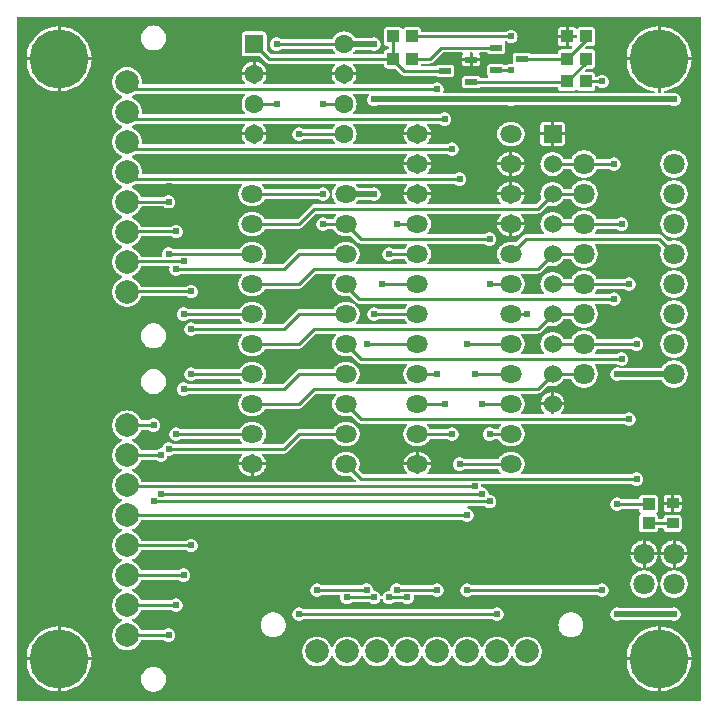
<source format=gtl>
G04 Layer: TopLayer*
G04 Panelize: , Column: 2, Row: 2, Board Size: 58.42mm x 58.42mm, Panelized Board Size: 118.84mm x 118.84mm*
G04 EasyEDA v6.5.34, 2023-09-05 23:31:59*
G04 3ff1d21ffa584fb08a1032706516b83c,5a6b42c53f6a479593ecc07194224c93,10*
G04 Gerber Generator version 0.2*
G04 Scale: 100 percent, Rotated: No, Reflected: No *
G04 Dimensions in millimeters *
G04 leading zeros omitted , absolute positions ,4 integer and 5 decimal *
%FSLAX45Y45*%
%MOMM*%

%AMMACRO1*21,1,$1,$2,0,0,$3*%
%ADD10C,0.2540*%
%ADD11C,0.5000*%
%ADD12MACRO1,0.532X1.0375X90.0000*%
%ADD13R,1.0000X1.1000*%
%ADD14R,1.0000X0.8999*%
%ADD15R,1.1000X1.0000*%
%ADD16MACRO1,0.532X1.0375X-90.0000*%
%ADD17R,1.6002X1.6002*%
%ADD18C,1.6002*%
%ADD19O,1.8275046X1.4619985999999998*%
%ADD20C,1.8000*%
%ADD21R,1.5240X1.5240*%
%ADD22C,1.5240*%
%ADD23C,5.0000*%
%ADD24C,2.0000*%
%ADD25C,0.6096*%
%ADD26C,0.0169*%

%LPD*%
G36*
X36068Y25908D02*
G01*
X32156Y26670D01*
X28905Y28905D01*
X26670Y32156D01*
X25908Y36068D01*
X25908Y5805932D01*
X26670Y5809792D01*
X28905Y5813094D01*
X32156Y5815330D01*
X36068Y5816092D01*
X5805932Y5815584D01*
X5809843Y5814822D01*
X5813094Y5812637D01*
X5815330Y5809335D01*
X5816092Y5805424D01*
X5816092Y36068D01*
X5815330Y32156D01*
X5813094Y28905D01*
X5809843Y26670D01*
X5805932Y25908D01*
G37*

%LPC*%
G36*
X4606594Y5664200D02*
G01*
X4669790Y5664200D01*
X4669790Y5732424D01*
X4633061Y5732424D01*
X4626762Y5731713D01*
X4621276Y5729782D01*
X4616399Y5726684D01*
X4612284Y5722620D01*
X4609236Y5717692D01*
X4607306Y5712256D01*
X4606594Y5705906D01*
G37*
G36*
X5448300Y105562D02*
G01*
X5448300Y368300D01*
X5185664Y368300D01*
X5186070Y357936D01*
X5188966Y334975D01*
X5193792Y312369D01*
X5200446Y290271D01*
X5208981Y268782D01*
X5219242Y248107D01*
X5231180Y228295D01*
X5244795Y209600D01*
X5259882Y192125D01*
X5276392Y175971D01*
X5294172Y161239D01*
X5313172Y148031D01*
X5333187Y136499D01*
X5354066Y126644D01*
X5375757Y118618D01*
X5398008Y112369D01*
X5420715Y108051D01*
X5443677Y105664D01*
G37*
G36*
X5473700Y105613D02*
G01*
X5489854Y106629D01*
X5512714Y109982D01*
X5535218Y115265D01*
X5557164Y122428D01*
X5578500Y131368D01*
X5598972Y142087D01*
X5618480Y154432D01*
X5636869Y168402D01*
X5654040Y183896D01*
X5669838Y200710D01*
X5684215Y218846D01*
X5697016Y238099D01*
X5708142Y258317D01*
X5717540Y279450D01*
X5725109Y301244D01*
X5730849Y323646D01*
X5734710Y346405D01*
X5736590Y368300D01*
X5473700Y368300D01*
G37*
G36*
X393700Y105613D02*
G01*
X409854Y106629D01*
X432714Y109982D01*
X455218Y115265D01*
X477164Y122428D01*
X498500Y131368D01*
X518972Y142087D01*
X538480Y154432D01*
X556869Y168402D01*
X574040Y183896D01*
X589838Y200710D01*
X604215Y218846D01*
X617016Y238099D01*
X628142Y258317D01*
X637540Y279450D01*
X645109Y301244D01*
X650849Y323646D01*
X654710Y346405D01*
X656590Y368300D01*
X393700Y368300D01*
G37*
G36*
X2565400Y318617D02*
G01*
X2580589Y319532D01*
X2595524Y322275D01*
X2610053Y326796D01*
X2623921Y333044D01*
X2636926Y340918D01*
X2648864Y350266D01*
X2659634Y361035D01*
X2668981Y372973D01*
X2676855Y385978D01*
X2683154Y399897D01*
X2685338Y403098D01*
X2688590Y405180D01*
X2692400Y405892D01*
X2696210Y405180D01*
X2699461Y403098D01*
X2701645Y399897D01*
X2707944Y385978D01*
X2715818Y372973D01*
X2725166Y361035D01*
X2735935Y350266D01*
X2747873Y340918D01*
X2760878Y333044D01*
X2774746Y326796D01*
X2789275Y322275D01*
X2804210Y319532D01*
X2819400Y318617D01*
X2834589Y319532D01*
X2849524Y322275D01*
X2864053Y326796D01*
X2877921Y333044D01*
X2890926Y340918D01*
X2902864Y350266D01*
X2913634Y361035D01*
X2922981Y372973D01*
X2930855Y385978D01*
X2937154Y399897D01*
X2939338Y403098D01*
X2942590Y405180D01*
X2946400Y405892D01*
X2950210Y405180D01*
X2953461Y403098D01*
X2955645Y399897D01*
X2961944Y385978D01*
X2969818Y372973D01*
X2979166Y361035D01*
X2989935Y350266D01*
X3001873Y340918D01*
X3014878Y333044D01*
X3028746Y326796D01*
X3043275Y322275D01*
X3058210Y319532D01*
X3073400Y318617D01*
X3088589Y319532D01*
X3103524Y322275D01*
X3118053Y326796D01*
X3131921Y333044D01*
X3144926Y340918D01*
X3156864Y350266D01*
X3167634Y361035D01*
X3176981Y372973D01*
X3184855Y385978D01*
X3191154Y399897D01*
X3193338Y403098D01*
X3196590Y405180D01*
X3200400Y405892D01*
X3204210Y405180D01*
X3207461Y403098D01*
X3209645Y399897D01*
X3215944Y385978D01*
X3223818Y372973D01*
X3233166Y361035D01*
X3243935Y350266D01*
X3255873Y340918D01*
X3268878Y333044D01*
X3282746Y326796D01*
X3297275Y322275D01*
X3312210Y319532D01*
X3327400Y318617D01*
X3342589Y319532D01*
X3357524Y322275D01*
X3372053Y326796D01*
X3385921Y333044D01*
X3398926Y340918D01*
X3410864Y350266D01*
X3421634Y361035D01*
X3430981Y372973D01*
X3438855Y385978D01*
X3445154Y399897D01*
X3447338Y403098D01*
X3450590Y405180D01*
X3454400Y405892D01*
X3458210Y405180D01*
X3461461Y403098D01*
X3463645Y399897D01*
X3469944Y385978D01*
X3477818Y372973D01*
X3487165Y361035D01*
X3497935Y350266D01*
X3509873Y340918D01*
X3522878Y333044D01*
X3536746Y326796D01*
X3551275Y322275D01*
X3566210Y319532D01*
X3581400Y318617D01*
X3596589Y319532D01*
X3611524Y322275D01*
X3626053Y326796D01*
X3639921Y333044D01*
X3652926Y340918D01*
X3664864Y350266D01*
X3675634Y361035D01*
X3684981Y372973D01*
X3692855Y385978D01*
X3699154Y399897D01*
X3701338Y403098D01*
X3704590Y405180D01*
X3708400Y405892D01*
X3712210Y405180D01*
X3715461Y403098D01*
X3717645Y399897D01*
X3723944Y385978D01*
X3731818Y372973D01*
X3741165Y361035D01*
X3751935Y350266D01*
X3763873Y340918D01*
X3776878Y333044D01*
X3790746Y326796D01*
X3805275Y322275D01*
X3820210Y319532D01*
X3835400Y318617D01*
X3850589Y319532D01*
X3865524Y322275D01*
X3880053Y326796D01*
X3893921Y333044D01*
X3906926Y340918D01*
X3918864Y350266D01*
X3929634Y361035D01*
X3938981Y372973D01*
X3946855Y385978D01*
X3953154Y399897D01*
X3955338Y403098D01*
X3958590Y405180D01*
X3962400Y405892D01*
X3966210Y405180D01*
X3969461Y403098D01*
X3971645Y399897D01*
X3977944Y385978D01*
X3985818Y372973D01*
X3995165Y361035D01*
X4005935Y350266D01*
X4017873Y340918D01*
X4030878Y333044D01*
X4044746Y326796D01*
X4059275Y322275D01*
X4074210Y319532D01*
X4089400Y318617D01*
X4104589Y319532D01*
X4119524Y322275D01*
X4134053Y326796D01*
X4147921Y333044D01*
X4160926Y340918D01*
X4172864Y350266D01*
X4183634Y361035D01*
X4192981Y372973D01*
X4200855Y385978D01*
X4207154Y399897D01*
X4209338Y403098D01*
X4212590Y405180D01*
X4216400Y405892D01*
X4220210Y405180D01*
X4223461Y403098D01*
X4225645Y399897D01*
X4231944Y385978D01*
X4239818Y372973D01*
X4249166Y361035D01*
X4259935Y350266D01*
X4271873Y340918D01*
X4284878Y333044D01*
X4298746Y326796D01*
X4313275Y322275D01*
X4328210Y319532D01*
X4343400Y318617D01*
X4358589Y319532D01*
X4373524Y322275D01*
X4388053Y326796D01*
X4401921Y333044D01*
X4414926Y340918D01*
X4426864Y350266D01*
X4437634Y361035D01*
X4446981Y372973D01*
X4454855Y385978D01*
X4461103Y399846D01*
X4465624Y414375D01*
X4468368Y429310D01*
X4469282Y444500D01*
X4468368Y459689D01*
X4465624Y474624D01*
X4461103Y489153D01*
X4454855Y503021D01*
X4446981Y516026D01*
X4437634Y527964D01*
X4426864Y538734D01*
X4414926Y548081D01*
X4401921Y555955D01*
X4388053Y562203D01*
X4373524Y566724D01*
X4358589Y569468D01*
X4343400Y570382D01*
X4328210Y569468D01*
X4313275Y566724D01*
X4298746Y562203D01*
X4284878Y555955D01*
X4271873Y548081D01*
X4259935Y538734D01*
X4249166Y527964D01*
X4239818Y516026D01*
X4231944Y503021D01*
X4225645Y489102D01*
X4223461Y485901D01*
X4220210Y483819D01*
X4216400Y483108D01*
X4212590Y483819D01*
X4209338Y485901D01*
X4207154Y489102D01*
X4200855Y503021D01*
X4192981Y516026D01*
X4183634Y527964D01*
X4172864Y538734D01*
X4160926Y548081D01*
X4147921Y555955D01*
X4134053Y562203D01*
X4119524Y566724D01*
X4104589Y569468D01*
X4089400Y570382D01*
X4074210Y569468D01*
X4059275Y566724D01*
X4044746Y562203D01*
X4030878Y555955D01*
X4017873Y548081D01*
X4005935Y538734D01*
X3995165Y527964D01*
X3985818Y516026D01*
X3977944Y503021D01*
X3971645Y489102D01*
X3969461Y485901D01*
X3966210Y483819D01*
X3962400Y483108D01*
X3958590Y483819D01*
X3955338Y485901D01*
X3953154Y489102D01*
X3946855Y503021D01*
X3938981Y516026D01*
X3929634Y527964D01*
X3918864Y538734D01*
X3906926Y548081D01*
X3893921Y555955D01*
X3880053Y562203D01*
X3865524Y566724D01*
X3850589Y569468D01*
X3835400Y570382D01*
X3820210Y569468D01*
X3805275Y566724D01*
X3790746Y562203D01*
X3776878Y555955D01*
X3763873Y548081D01*
X3751935Y538734D01*
X3741165Y527964D01*
X3731818Y516026D01*
X3723944Y503021D01*
X3717645Y489102D01*
X3715461Y485901D01*
X3712210Y483819D01*
X3708400Y483108D01*
X3704590Y483819D01*
X3701338Y485901D01*
X3699154Y489102D01*
X3692855Y503021D01*
X3684981Y516026D01*
X3675634Y527964D01*
X3664864Y538734D01*
X3652926Y548081D01*
X3639921Y555955D01*
X3626053Y562203D01*
X3611524Y566724D01*
X3596589Y569468D01*
X3581400Y570382D01*
X3566210Y569468D01*
X3551275Y566724D01*
X3536746Y562203D01*
X3522878Y555955D01*
X3509873Y548081D01*
X3497935Y538734D01*
X3487165Y527964D01*
X3477818Y516026D01*
X3469944Y503021D01*
X3463645Y489102D01*
X3461461Y485901D01*
X3458210Y483819D01*
X3454400Y483108D01*
X3450590Y483819D01*
X3447338Y485901D01*
X3445154Y489102D01*
X3438855Y503021D01*
X3430981Y516026D01*
X3421634Y527964D01*
X3410864Y538734D01*
X3398926Y548081D01*
X3385921Y555955D01*
X3372053Y562203D01*
X3357524Y566724D01*
X3342589Y569468D01*
X3327400Y570382D01*
X3312210Y569468D01*
X3297275Y566724D01*
X3282746Y562203D01*
X3268878Y555955D01*
X3255873Y548081D01*
X3243935Y538734D01*
X3233166Y527964D01*
X3223818Y516026D01*
X3215944Y503021D01*
X3209645Y489102D01*
X3207461Y485901D01*
X3204210Y483819D01*
X3200400Y483108D01*
X3196590Y483819D01*
X3193338Y485901D01*
X3191154Y489102D01*
X3184855Y503021D01*
X3176981Y516026D01*
X3167634Y527964D01*
X3156864Y538734D01*
X3144926Y548081D01*
X3131921Y555955D01*
X3118053Y562203D01*
X3103524Y566724D01*
X3088589Y569468D01*
X3073400Y570382D01*
X3058210Y569468D01*
X3043275Y566724D01*
X3028746Y562203D01*
X3014878Y555955D01*
X3001873Y548081D01*
X2989935Y538734D01*
X2979166Y527964D01*
X2969818Y516026D01*
X2961944Y503021D01*
X2955645Y489102D01*
X2953461Y485901D01*
X2950210Y483819D01*
X2946400Y483108D01*
X2942590Y483819D01*
X2939338Y485901D01*
X2937154Y489102D01*
X2930855Y503021D01*
X2922981Y516026D01*
X2913634Y527964D01*
X2902864Y538734D01*
X2890926Y548081D01*
X2877921Y555955D01*
X2864053Y562203D01*
X2849524Y566724D01*
X2834589Y569468D01*
X2819400Y570382D01*
X2804210Y569468D01*
X2789275Y566724D01*
X2774746Y562203D01*
X2760878Y555955D01*
X2747873Y548081D01*
X2735935Y538734D01*
X2725166Y527964D01*
X2715818Y516026D01*
X2707944Y503021D01*
X2701645Y489102D01*
X2699461Y485901D01*
X2696210Y483819D01*
X2692400Y483108D01*
X2688590Y483819D01*
X2685338Y485901D01*
X2683154Y489102D01*
X2676855Y503021D01*
X2668981Y516026D01*
X2659634Y527964D01*
X2648864Y538734D01*
X2636926Y548081D01*
X2623921Y555955D01*
X2610053Y562203D01*
X2595524Y566724D01*
X2580589Y569468D01*
X2565400Y570382D01*
X2550210Y569468D01*
X2535275Y566724D01*
X2520746Y562203D01*
X2506878Y555955D01*
X2493873Y548081D01*
X2481935Y538734D01*
X2471166Y527964D01*
X2461818Y516026D01*
X2453944Y503021D01*
X2447696Y489153D01*
X2443175Y474624D01*
X2440432Y459689D01*
X2439517Y444500D01*
X2440432Y429310D01*
X2443175Y414375D01*
X2447696Y399846D01*
X2453944Y385978D01*
X2461818Y372973D01*
X2471166Y361035D01*
X2481935Y350266D01*
X2493873Y340918D01*
X2506878Y333044D01*
X2520746Y326796D01*
X2535275Y322275D01*
X2550210Y319532D01*
G37*
G36*
X5185664Y393700D02*
G01*
X5448300Y393700D01*
X5448300Y656437D01*
X5443677Y656336D01*
X5420715Y653948D01*
X5398008Y649630D01*
X5375757Y643382D01*
X5354066Y635355D01*
X5333187Y625500D01*
X5313172Y613968D01*
X5294172Y600760D01*
X5276392Y586028D01*
X5259882Y569874D01*
X5244795Y552348D01*
X5231180Y533704D01*
X5219242Y513892D01*
X5208981Y493217D01*
X5200446Y471728D01*
X5193792Y449630D01*
X5188966Y427024D01*
X5186070Y404063D01*
G37*
G36*
X105664Y393700D02*
G01*
X368300Y393700D01*
X368300Y656437D01*
X363677Y656336D01*
X340715Y653948D01*
X318008Y649630D01*
X295757Y643382D01*
X274066Y635355D01*
X253187Y625500D01*
X233171Y613968D01*
X214172Y600760D01*
X196392Y586028D01*
X179882Y569874D01*
X164795Y552348D01*
X151180Y533704D01*
X139242Y513892D01*
X128981Y493217D01*
X120446Y471728D01*
X113792Y449630D01*
X108966Y427024D01*
X106070Y404063D01*
G37*
G36*
X5473700Y393700D02*
G01*
X5736590Y393700D01*
X5734710Y415594D01*
X5730849Y438353D01*
X5725109Y460756D01*
X5717540Y482549D01*
X5708142Y503682D01*
X5697016Y523900D01*
X5684215Y543153D01*
X5669838Y561289D01*
X5654040Y578104D01*
X5636869Y593598D01*
X5618480Y607568D01*
X5598972Y619912D01*
X5578500Y630631D01*
X5557164Y639572D01*
X5535218Y646734D01*
X5512714Y652018D01*
X5489854Y655370D01*
X5473700Y656386D01*
G37*
G36*
X393700Y393700D02*
G01*
X656590Y393700D01*
X654710Y415594D01*
X650849Y438353D01*
X645109Y460756D01*
X637540Y482549D01*
X628142Y503682D01*
X617016Y523900D01*
X604215Y543153D01*
X589838Y561289D01*
X574040Y578104D01*
X556869Y593598D01*
X538480Y607568D01*
X518972Y619912D01*
X498500Y630631D01*
X477164Y639572D01*
X455218Y646734D01*
X432714Y652018D01*
X409854Y655370D01*
X393700Y656386D01*
G37*
G36*
X956106Y455015D02*
G01*
X971296Y455930D01*
X986231Y458673D01*
X1000760Y463194D01*
X1014628Y469442D01*
X1027633Y477316D01*
X1039571Y486664D01*
X1050340Y497433D01*
X1059688Y509371D01*
X1067562Y522376D01*
X1073810Y536244D01*
X1074521Y538429D01*
X1076604Y542188D01*
X1080008Y544677D01*
X1084224Y545592D01*
X1263091Y545592D01*
X1267002Y544830D01*
X1270304Y542594D01*
X1271879Y541020D01*
X1279906Y535381D01*
X1288846Y531266D01*
X1298295Y528726D01*
X1308100Y527862D01*
X1317904Y528726D01*
X1327353Y531266D01*
X1336294Y535381D01*
X1344320Y541020D01*
X1351280Y547979D01*
X1356918Y556006D01*
X1361033Y564946D01*
X1363573Y574395D01*
X1364437Y584200D01*
X1363573Y594004D01*
X1361033Y603453D01*
X1356918Y612394D01*
X1351280Y620420D01*
X1344320Y627380D01*
X1336294Y633018D01*
X1327353Y637133D01*
X1317904Y639673D01*
X1308100Y640537D01*
X1298295Y639673D01*
X1288846Y637133D01*
X1279906Y633018D01*
X1271879Y627380D01*
X1270304Y625805D01*
X1267002Y623570D01*
X1263091Y622808D01*
X1081633Y622808D01*
X1077823Y623519D01*
X1074572Y625652D01*
X1072337Y628802D01*
X1067562Y639419D01*
X1059688Y652424D01*
X1050340Y664362D01*
X1039571Y675132D01*
X1027633Y684479D01*
X1014628Y692353D01*
X1000709Y698652D01*
X997508Y700836D01*
X995426Y704088D01*
X994714Y707898D01*
X995426Y711708D01*
X997508Y714959D01*
X1000709Y717143D01*
X1014628Y723442D01*
X1027633Y731316D01*
X1039571Y740664D01*
X1050340Y751433D01*
X1059688Y763371D01*
X1067562Y776376D01*
X1073810Y790244D01*
X1074521Y792429D01*
X1076604Y796188D01*
X1080008Y798677D01*
X1084224Y799592D01*
X1326591Y799592D01*
X1330502Y798830D01*
X1333804Y796594D01*
X1335379Y795020D01*
X1343406Y789381D01*
X1352346Y785266D01*
X1361795Y782726D01*
X1371600Y781862D01*
X1381404Y782726D01*
X1390853Y785266D01*
X1399794Y789381D01*
X1407820Y795020D01*
X1414780Y801979D01*
X1420418Y810006D01*
X1424533Y818946D01*
X1427073Y828395D01*
X1427937Y838200D01*
X1427073Y848004D01*
X1424533Y857453D01*
X1420418Y866394D01*
X1414780Y874420D01*
X1407820Y881380D01*
X1399794Y887018D01*
X1390853Y891133D01*
X1381404Y893673D01*
X1371600Y894537D01*
X1361795Y893673D01*
X1352346Y891133D01*
X1343406Y887018D01*
X1335379Y881380D01*
X1333804Y879805D01*
X1330502Y877569D01*
X1326591Y876808D01*
X1081633Y876808D01*
X1077823Y877519D01*
X1074572Y879652D01*
X1072337Y882802D01*
X1067562Y893419D01*
X1059688Y906424D01*
X1050340Y918362D01*
X1039571Y929132D01*
X1027633Y938479D01*
X1014628Y946353D01*
X1000709Y952652D01*
X997508Y954836D01*
X995426Y958087D01*
X994714Y961898D01*
X995426Y965708D01*
X997508Y968959D01*
X1000709Y971143D01*
X1014628Y977442D01*
X1027633Y985316D01*
X1039571Y994664D01*
X1050340Y1005433D01*
X1059688Y1017371D01*
X1067562Y1030376D01*
X1073810Y1044244D01*
X1074521Y1046429D01*
X1076604Y1050188D01*
X1080008Y1052677D01*
X1084224Y1053592D01*
X1390091Y1053592D01*
X1394002Y1052830D01*
X1397304Y1050594D01*
X1398879Y1049020D01*
X1406906Y1043381D01*
X1415846Y1039266D01*
X1425295Y1036726D01*
X1435100Y1035862D01*
X1444904Y1036726D01*
X1454353Y1039266D01*
X1463294Y1043381D01*
X1471320Y1049020D01*
X1478280Y1055979D01*
X1483918Y1064006D01*
X1488033Y1072946D01*
X1490573Y1082395D01*
X1491437Y1092200D01*
X1490573Y1102004D01*
X1488033Y1111453D01*
X1483918Y1120394D01*
X1478280Y1128420D01*
X1471320Y1135380D01*
X1463294Y1141018D01*
X1454353Y1145133D01*
X1444904Y1147673D01*
X1435100Y1148537D01*
X1425295Y1147673D01*
X1415846Y1145133D01*
X1406906Y1141018D01*
X1398879Y1135380D01*
X1397304Y1133805D01*
X1394002Y1131570D01*
X1390091Y1130808D01*
X1081633Y1130808D01*
X1077823Y1131519D01*
X1074572Y1133652D01*
X1072337Y1136802D01*
X1067562Y1147419D01*
X1059688Y1160424D01*
X1050340Y1172362D01*
X1039571Y1183132D01*
X1027633Y1192479D01*
X1014628Y1200353D01*
X1000709Y1206652D01*
X997508Y1208836D01*
X995426Y1212088D01*
X994714Y1215898D01*
X995426Y1219708D01*
X997508Y1222959D01*
X1000709Y1225143D01*
X1014628Y1231442D01*
X1027633Y1239316D01*
X1039571Y1248664D01*
X1050340Y1259433D01*
X1059688Y1271371D01*
X1067562Y1284376D01*
X1073810Y1298295D01*
X1076045Y1301445D01*
X1079296Y1303578D01*
X1083106Y1304290D01*
X1453591Y1304290D01*
X1457502Y1303528D01*
X1460804Y1301292D01*
X1462379Y1299718D01*
X1470406Y1294079D01*
X1479346Y1289964D01*
X1488795Y1287424D01*
X1498600Y1286560D01*
X1508404Y1287424D01*
X1517853Y1289964D01*
X1526794Y1294079D01*
X1534820Y1299718D01*
X1541780Y1306677D01*
X1547418Y1314704D01*
X1551533Y1323644D01*
X1554073Y1333093D01*
X1554937Y1342898D01*
X1554073Y1352702D01*
X1551533Y1362151D01*
X1547418Y1371092D01*
X1541780Y1379118D01*
X1534820Y1386078D01*
X1526794Y1391716D01*
X1517853Y1395831D01*
X1508404Y1398371D01*
X1498600Y1399235D01*
X1488795Y1398371D01*
X1479346Y1395831D01*
X1470406Y1391716D01*
X1462379Y1386078D01*
X1460804Y1384503D01*
X1457502Y1382268D01*
X1453591Y1381506D01*
X1083106Y1381506D01*
X1079296Y1382217D01*
X1076045Y1384350D01*
X1073810Y1387500D01*
X1067562Y1401419D01*
X1059688Y1414424D01*
X1050340Y1426362D01*
X1039571Y1437132D01*
X1027633Y1446479D01*
X1014628Y1454353D01*
X1000709Y1460652D01*
X997508Y1462836D01*
X995426Y1466088D01*
X994714Y1469898D01*
X995426Y1473708D01*
X997508Y1476959D01*
X1000709Y1479143D01*
X1014628Y1485442D01*
X1027633Y1493316D01*
X1039571Y1502664D01*
X1050340Y1513433D01*
X1059688Y1525371D01*
X1067562Y1538376D01*
X1073810Y1552244D01*
X1074521Y1554429D01*
X1076604Y1558188D01*
X1080008Y1560677D01*
X1084224Y1561592D01*
X3790391Y1561592D01*
X3794302Y1560830D01*
X3797604Y1558594D01*
X3799179Y1557020D01*
X3807206Y1551381D01*
X3816146Y1547266D01*
X3825595Y1544726D01*
X3835400Y1543862D01*
X3845204Y1544726D01*
X3854653Y1547266D01*
X3863594Y1551381D01*
X3871620Y1557020D01*
X3878579Y1563979D01*
X3884218Y1572006D01*
X3888333Y1580946D01*
X3890873Y1590395D01*
X3891737Y1600200D01*
X3890873Y1610004D01*
X3888333Y1619453D01*
X3884218Y1628394D01*
X3878579Y1636420D01*
X3871620Y1643380D01*
X3863594Y1649018D01*
X3854653Y1653133D01*
X3844340Y1655927D01*
X3840632Y1657807D01*
X3837990Y1661007D01*
X3836822Y1664970D01*
X3837381Y1669084D01*
X3839514Y1672640D01*
X3842918Y1675028D01*
X3846982Y1675892D01*
X3980891Y1675892D01*
X3984802Y1675130D01*
X3988104Y1672894D01*
X3989679Y1671320D01*
X3997706Y1665681D01*
X4006646Y1661566D01*
X4016095Y1659026D01*
X4025900Y1658162D01*
X4035704Y1659026D01*
X4045153Y1661566D01*
X4054094Y1665681D01*
X4062120Y1671320D01*
X4069079Y1678279D01*
X4074718Y1686306D01*
X4078833Y1695246D01*
X4081373Y1704695D01*
X4082237Y1714500D01*
X4081373Y1724304D01*
X4078833Y1733753D01*
X4074718Y1742693D01*
X4069079Y1750720D01*
X4062120Y1757680D01*
X4054094Y1763318D01*
X4045153Y1767433D01*
X4035704Y1769973D01*
X4027830Y1770684D01*
X4024426Y1771599D01*
X4021531Y1773631D01*
X4019499Y1776526D01*
X4018584Y1779930D01*
X4017873Y1787804D01*
X4015333Y1797253D01*
X4011218Y1806193D01*
X4005579Y1814220D01*
X3998620Y1821180D01*
X3990594Y1826818D01*
X3981653Y1830933D01*
X3972204Y1833473D01*
X3964330Y1834184D01*
X3960926Y1835099D01*
X3958031Y1837131D01*
X3955999Y1840026D01*
X3955084Y1843430D01*
X3954373Y1851304D01*
X3953764Y1853590D01*
X3953459Y1857298D01*
X3954526Y1860854D01*
X3956812Y1863801D01*
X3959961Y1865731D01*
X3963568Y1866392D01*
X5225491Y1866392D01*
X5229402Y1865630D01*
X5232704Y1863394D01*
X5234279Y1861820D01*
X5242306Y1856181D01*
X5251246Y1852066D01*
X5260695Y1849526D01*
X5270500Y1848662D01*
X5280304Y1849526D01*
X5289753Y1852066D01*
X5298694Y1856181D01*
X5306720Y1861820D01*
X5313680Y1868779D01*
X5319318Y1876806D01*
X5323433Y1885746D01*
X5325973Y1895195D01*
X5326837Y1905000D01*
X5325973Y1914804D01*
X5323433Y1924253D01*
X5319318Y1933193D01*
X5313680Y1941220D01*
X5306720Y1948180D01*
X5298694Y1953818D01*
X5289753Y1957933D01*
X5280304Y1960473D01*
X5270500Y1961337D01*
X5260695Y1960473D01*
X5251246Y1957933D01*
X5242306Y1953818D01*
X5234279Y1948180D01*
X5232704Y1946605D01*
X5229402Y1944370D01*
X5225491Y1943607D01*
X4301286Y1943607D01*
X4297273Y1944420D01*
X4293920Y1946757D01*
X4291787Y1950212D01*
X4291126Y1954225D01*
X4292142Y1958136D01*
X4303826Y1971751D01*
X4310989Y1982520D01*
X4316730Y1994103D01*
X4320895Y2006396D01*
X4323435Y2019096D01*
X4324248Y2032000D01*
X4323435Y2044903D01*
X4320895Y2057603D01*
X4316730Y2069896D01*
X4310989Y2081479D01*
X4303826Y2092248D01*
X4295292Y2102002D01*
X4285538Y2110536D01*
X4274769Y2117750D01*
X4263136Y2123440D01*
X4250893Y2127605D01*
X4238193Y2130145D01*
X4224934Y2131009D01*
X4189069Y2131009D01*
X4175810Y2130145D01*
X4163110Y2127605D01*
X4150868Y2123440D01*
X4139234Y2117750D01*
X4128465Y2110536D01*
X4118711Y2102002D01*
X4110177Y2092248D01*
X4103014Y2081479D01*
X4100423Y2076297D01*
X4098188Y2073300D01*
X4094987Y2071319D01*
X4091330Y2070607D01*
X3816908Y2070607D01*
X3812997Y2071370D01*
X3809695Y2073605D01*
X3808120Y2075180D01*
X3800094Y2080818D01*
X3791153Y2084933D01*
X3781704Y2087473D01*
X3771900Y2088337D01*
X3762095Y2087473D01*
X3752646Y2084933D01*
X3743706Y2080818D01*
X3735679Y2075180D01*
X3728720Y2068220D01*
X3723081Y2060193D01*
X3718966Y2051253D01*
X3716426Y2041804D01*
X3715562Y2032000D01*
X3716426Y2022195D01*
X3718966Y2012746D01*
X3723081Y2003806D01*
X3728720Y1995779D01*
X3735679Y1988820D01*
X3743706Y1983181D01*
X3752646Y1979066D01*
X3762095Y1976526D01*
X3771900Y1975662D01*
X3781704Y1976526D01*
X3791153Y1979066D01*
X3800094Y1983181D01*
X3808120Y1988820D01*
X3809695Y1990394D01*
X3812997Y1992630D01*
X3816908Y1993392D01*
X4091330Y1993392D01*
X4094987Y1992680D01*
X4098188Y1990699D01*
X4100423Y1987702D01*
X4103014Y1982520D01*
X4110177Y1971751D01*
X4121861Y1958136D01*
X4122877Y1954225D01*
X4122216Y1950212D01*
X4120032Y1946757D01*
X4116730Y1944420D01*
X4112717Y1943607D01*
X3507282Y1943607D01*
X3503269Y1944420D01*
X3499967Y1946757D01*
X3497783Y1950212D01*
X3497122Y1954225D01*
X3498138Y1958136D01*
X3509822Y1971751D01*
X3516985Y1982520D01*
X3522726Y1994103D01*
X3526891Y2006396D01*
X3529431Y2019300D01*
X3425698Y2019300D01*
X3425698Y1953768D01*
X3424936Y1949856D01*
X3422700Y1946605D01*
X3419449Y1944370D01*
X3415537Y1943607D01*
X3410458Y1943607D01*
X3406597Y1944370D01*
X3403295Y1946605D01*
X3401060Y1949856D01*
X3400298Y1953768D01*
X3400298Y2019300D01*
X3296564Y2019300D01*
X3299104Y2006396D01*
X3303270Y1994103D01*
X3309010Y1982520D01*
X3316173Y1971751D01*
X3327857Y1958136D01*
X3328873Y1954225D01*
X3328212Y1950212D01*
X3326079Y1946757D01*
X3322726Y1944420D01*
X3318713Y1943607D01*
X2957220Y1943607D01*
X2953308Y1944370D01*
X2950006Y1946605D01*
X2919171Y1977440D01*
X2916885Y1980946D01*
X2916224Y1985060D01*
X2917240Y1989124D01*
X2919730Y1994103D01*
X2923895Y2006396D01*
X2926435Y2019096D01*
X2927248Y2032000D01*
X2926435Y2044903D01*
X2923895Y2057603D01*
X2919730Y2069896D01*
X2913989Y2081479D01*
X2906826Y2092248D01*
X2898292Y2102002D01*
X2888538Y2110536D01*
X2877769Y2117750D01*
X2866136Y2123440D01*
X2853893Y2127605D01*
X2841193Y2130145D01*
X2827934Y2131009D01*
X2792069Y2131009D01*
X2778810Y2130145D01*
X2766110Y2127605D01*
X2753868Y2123440D01*
X2742234Y2117750D01*
X2731465Y2110536D01*
X2721711Y2102002D01*
X2713177Y2092248D01*
X2706014Y2081479D01*
X2700274Y2069896D01*
X2696108Y2057603D01*
X2693568Y2044903D01*
X2692755Y2032000D01*
X2693568Y2019096D01*
X2696108Y2006396D01*
X2700274Y1994103D01*
X2706014Y1982520D01*
X2713177Y1971751D01*
X2721711Y1961997D01*
X2731465Y1953463D01*
X2742234Y1946300D01*
X2753868Y1940560D01*
X2766110Y1936394D01*
X2778810Y1933854D01*
X2792069Y1932990D01*
X2827934Y1932990D01*
X2841193Y1933854D01*
X2846171Y1934870D01*
X2849473Y1934972D01*
X2852623Y1934006D01*
X2855315Y1932076D01*
X2889961Y1897430D01*
X2892145Y1894179D01*
X2892907Y1890268D01*
X2892145Y1886356D01*
X2889961Y1883105D01*
X2886659Y1880870D01*
X2882747Y1880107D01*
X1086104Y1880107D01*
X1081938Y1881022D01*
X1078484Y1883511D01*
X1076401Y1887220D01*
X1073810Y1895551D01*
X1067562Y1909419D01*
X1059688Y1922424D01*
X1050340Y1934362D01*
X1039571Y1945132D01*
X1027633Y1954479D01*
X1014628Y1962353D01*
X1000709Y1968652D01*
X997508Y1970836D01*
X995426Y1974088D01*
X994714Y1977898D01*
X995426Y1981707D01*
X997508Y1984959D01*
X1000709Y1987143D01*
X1014628Y1993442D01*
X1027633Y2001316D01*
X1039571Y2010664D01*
X1050340Y2021433D01*
X1059688Y2033371D01*
X1067562Y2046376D01*
X1073810Y2060244D01*
X1074521Y2062429D01*
X1076604Y2066188D01*
X1080008Y2068677D01*
X1084224Y2069592D01*
X1199591Y2069592D01*
X1203502Y2068830D01*
X1206804Y2066594D01*
X1208379Y2065020D01*
X1216406Y2059381D01*
X1225346Y2055266D01*
X1234795Y2052726D01*
X1244600Y2051862D01*
X1254404Y2052726D01*
X1263853Y2055266D01*
X1272794Y2059381D01*
X1280820Y2065020D01*
X1287780Y2071979D01*
X1293418Y2080006D01*
X1297533Y2088946D01*
X1299210Y2095144D01*
X1301089Y2098852D01*
X1304239Y2101494D01*
X1308150Y2102662D01*
X1317904Y2103526D01*
X1327353Y2106066D01*
X1336294Y2110181D01*
X1344320Y2115820D01*
X1345895Y2117394D01*
X1349197Y2119630D01*
X1353108Y2120392D01*
X1921713Y2120392D01*
X1925726Y2119579D01*
X1929028Y2117242D01*
X1931212Y2113788D01*
X1931873Y2109774D01*
X1930857Y2105863D01*
X1919173Y2092248D01*
X1912010Y2081479D01*
X1906270Y2069896D01*
X1902104Y2057603D01*
X1899564Y2044700D01*
X2003298Y2044700D01*
X2003298Y2110232D01*
X2004060Y2114143D01*
X2006295Y2117394D01*
X2009597Y2119630D01*
X2013457Y2120392D01*
X2018538Y2120392D01*
X2022449Y2119630D01*
X2025700Y2117394D01*
X2027936Y2114143D01*
X2028698Y2110232D01*
X2028698Y2044700D01*
X2132431Y2044700D01*
X2129891Y2057603D01*
X2125726Y2069896D01*
X2119985Y2081479D01*
X2112822Y2092248D01*
X2101138Y2105863D01*
X2100122Y2109774D01*
X2100783Y2113788D01*
X2102967Y2117242D01*
X2106320Y2119579D01*
X2110282Y2120392D01*
X2285492Y2120392D01*
X2293518Y2121204D01*
X2300732Y2123389D01*
X2307437Y2126945D01*
X2313635Y2132076D01*
X2426004Y2244394D01*
X2429306Y2246630D01*
X2433218Y2247392D01*
X2694330Y2247392D01*
X2697988Y2246680D01*
X2701188Y2244699D01*
X2703423Y2241702D01*
X2706014Y2236520D01*
X2713177Y2225751D01*
X2721711Y2215997D01*
X2731465Y2207463D01*
X2742234Y2200300D01*
X2753868Y2194560D01*
X2766110Y2190394D01*
X2778810Y2187854D01*
X2792069Y2186990D01*
X2827934Y2186990D01*
X2841193Y2187854D01*
X2853893Y2190394D01*
X2866136Y2194560D01*
X2877769Y2200300D01*
X2888538Y2207463D01*
X2898292Y2215997D01*
X2906826Y2225751D01*
X2913989Y2236520D01*
X2919730Y2248103D01*
X2923895Y2260396D01*
X2926435Y2273096D01*
X2927248Y2286000D01*
X2926435Y2298903D01*
X2923895Y2311603D01*
X2919730Y2323896D01*
X2913989Y2335479D01*
X2906826Y2346248D01*
X2898292Y2356002D01*
X2888538Y2364536D01*
X2877769Y2371750D01*
X2866136Y2377440D01*
X2853893Y2381605D01*
X2841193Y2384145D01*
X2827934Y2385009D01*
X2792069Y2385009D01*
X2778810Y2384145D01*
X2766110Y2381605D01*
X2753868Y2377440D01*
X2742234Y2371750D01*
X2731465Y2364536D01*
X2721711Y2356002D01*
X2713177Y2346248D01*
X2706014Y2335479D01*
X2703423Y2330297D01*
X2701188Y2327300D01*
X2697988Y2325319D01*
X2694330Y2324608D01*
X2413508Y2324608D01*
X2405481Y2323795D01*
X2398268Y2321610D01*
X2391562Y2318054D01*
X2385364Y2312924D01*
X2272995Y2200605D01*
X2269693Y2198370D01*
X2265781Y2197608D01*
X2110282Y2197608D01*
X2106269Y2198420D01*
X2102967Y2200757D01*
X2100783Y2204212D01*
X2100122Y2208225D01*
X2101138Y2212136D01*
X2112822Y2225751D01*
X2119985Y2236520D01*
X2125726Y2248103D01*
X2129891Y2260396D01*
X2132431Y2273096D01*
X2133244Y2286000D01*
X2132431Y2298903D01*
X2129891Y2311603D01*
X2125726Y2323896D01*
X2119985Y2335479D01*
X2112822Y2346248D01*
X2104288Y2356002D01*
X2094534Y2364536D01*
X2083765Y2371750D01*
X2072132Y2377440D01*
X2059889Y2381605D01*
X2047189Y2384145D01*
X2033930Y2385009D01*
X1998065Y2385009D01*
X1984806Y2384145D01*
X1972106Y2381605D01*
X1959864Y2377440D01*
X1948230Y2371750D01*
X1937461Y2364536D01*
X1927707Y2356002D01*
X1919173Y2346248D01*
X1912010Y2335479D01*
X1909419Y2330297D01*
X1907184Y2327300D01*
X1903984Y2325319D01*
X1900326Y2324608D01*
X1416608Y2324608D01*
X1412697Y2325370D01*
X1409395Y2327605D01*
X1407820Y2329180D01*
X1399794Y2334818D01*
X1390853Y2338933D01*
X1381404Y2341473D01*
X1371600Y2342337D01*
X1361795Y2341473D01*
X1352346Y2338933D01*
X1343406Y2334818D01*
X1335379Y2329180D01*
X1328420Y2322220D01*
X1322781Y2314194D01*
X1318666Y2305253D01*
X1316126Y2295804D01*
X1315262Y2286000D01*
X1316126Y2276195D01*
X1318666Y2266746D01*
X1322781Y2257806D01*
X1328420Y2249779D01*
X1335379Y2242820D01*
X1343406Y2237181D01*
X1352346Y2233066D01*
X1361795Y2230526D01*
X1371600Y2229662D01*
X1381404Y2230526D01*
X1390853Y2233066D01*
X1399794Y2237181D01*
X1407820Y2242820D01*
X1409395Y2244394D01*
X1412697Y2246630D01*
X1416608Y2247392D01*
X1900326Y2247392D01*
X1903984Y2246680D01*
X1907184Y2244699D01*
X1909419Y2241702D01*
X1912010Y2236520D01*
X1919173Y2225751D01*
X1930857Y2212136D01*
X1931873Y2208225D01*
X1931212Y2204212D01*
X1929079Y2200757D01*
X1925726Y2198420D01*
X1921713Y2197608D01*
X1353108Y2197608D01*
X1349197Y2198370D01*
X1345895Y2200605D01*
X1344320Y2202180D01*
X1336294Y2207818D01*
X1327353Y2211933D01*
X1317904Y2214473D01*
X1308100Y2215337D01*
X1298295Y2214473D01*
X1288846Y2211933D01*
X1279906Y2207818D01*
X1271879Y2202180D01*
X1264920Y2195220D01*
X1259281Y2187194D01*
X1255166Y2178253D01*
X1253490Y2172055D01*
X1251610Y2168347D01*
X1248511Y2165705D01*
X1244549Y2164537D01*
X1234795Y2163673D01*
X1225346Y2161133D01*
X1216406Y2157018D01*
X1208379Y2151380D01*
X1206804Y2149805D01*
X1203502Y2147570D01*
X1199591Y2146808D01*
X1081633Y2146808D01*
X1077823Y2147519D01*
X1074572Y2149652D01*
X1072337Y2152802D01*
X1067562Y2163419D01*
X1059688Y2176424D01*
X1050340Y2188362D01*
X1039571Y2199132D01*
X1027633Y2208479D01*
X1014628Y2216353D01*
X1000709Y2222652D01*
X997508Y2224836D01*
X995426Y2228088D01*
X994714Y2231898D01*
X995426Y2235708D01*
X997508Y2238959D01*
X1000709Y2241143D01*
X1014628Y2247442D01*
X1027633Y2255316D01*
X1039571Y2264664D01*
X1050340Y2275433D01*
X1059688Y2287371D01*
X1067562Y2300376D01*
X1073810Y2314244D01*
X1074521Y2316429D01*
X1076604Y2320188D01*
X1080008Y2322677D01*
X1084224Y2323592D01*
X1136091Y2323592D01*
X1140002Y2322830D01*
X1143304Y2320594D01*
X1144879Y2319020D01*
X1152906Y2313381D01*
X1161846Y2309266D01*
X1171295Y2306726D01*
X1181100Y2305862D01*
X1190904Y2306726D01*
X1200353Y2309266D01*
X1209294Y2313381D01*
X1217320Y2319020D01*
X1224280Y2325979D01*
X1229918Y2334006D01*
X1234033Y2342946D01*
X1236573Y2352395D01*
X1237437Y2362200D01*
X1236573Y2372004D01*
X1234033Y2381453D01*
X1229918Y2390394D01*
X1224280Y2398420D01*
X1217320Y2405380D01*
X1209294Y2411018D01*
X1200353Y2415133D01*
X1190904Y2417673D01*
X1181100Y2418537D01*
X1171295Y2417673D01*
X1161846Y2415133D01*
X1152906Y2411018D01*
X1144879Y2405380D01*
X1143304Y2403805D01*
X1140002Y2401570D01*
X1136091Y2400808D01*
X1081633Y2400808D01*
X1077823Y2401519D01*
X1074572Y2403652D01*
X1072337Y2406802D01*
X1067562Y2417419D01*
X1059688Y2430424D01*
X1050340Y2442362D01*
X1039571Y2453132D01*
X1027633Y2462479D01*
X1014628Y2470353D01*
X1000760Y2476601D01*
X986231Y2481122D01*
X971296Y2483866D01*
X956106Y2484780D01*
X940917Y2483866D01*
X925982Y2481122D01*
X911453Y2476601D01*
X897585Y2470353D01*
X884580Y2462479D01*
X872642Y2453132D01*
X861872Y2442362D01*
X852525Y2430424D01*
X844651Y2417419D01*
X838403Y2403551D01*
X833882Y2389022D01*
X831138Y2374087D01*
X830224Y2358898D01*
X831138Y2343708D01*
X833882Y2328773D01*
X838403Y2314244D01*
X844651Y2300376D01*
X852525Y2287371D01*
X861872Y2275433D01*
X872642Y2264664D01*
X884580Y2255316D01*
X897585Y2247442D01*
X911504Y2241143D01*
X914704Y2238959D01*
X916787Y2235708D01*
X917498Y2231898D01*
X916787Y2228088D01*
X914704Y2224836D01*
X911504Y2222652D01*
X897585Y2216353D01*
X884580Y2208479D01*
X872642Y2199132D01*
X861872Y2188362D01*
X852525Y2176424D01*
X844651Y2163419D01*
X838403Y2149551D01*
X833882Y2135022D01*
X831138Y2120087D01*
X830224Y2104898D01*
X831138Y2089708D01*
X833882Y2074773D01*
X838403Y2060244D01*
X844651Y2046376D01*
X852525Y2033371D01*
X861872Y2021433D01*
X872642Y2010664D01*
X884580Y2001316D01*
X897585Y1993442D01*
X911504Y1987143D01*
X914704Y1984959D01*
X916787Y1981707D01*
X917498Y1977898D01*
X916787Y1974088D01*
X914704Y1970836D01*
X911504Y1968652D01*
X897585Y1962353D01*
X884580Y1954479D01*
X872642Y1945132D01*
X861872Y1934362D01*
X852525Y1922424D01*
X844651Y1909419D01*
X838403Y1895551D01*
X833882Y1881022D01*
X831138Y1866087D01*
X830224Y1850898D01*
X831138Y1835708D01*
X833882Y1820773D01*
X838403Y1806244D01*
X844651Y1792376D01*
X852525Y1779371D01*
X861872Y1767433D01*
X872642Y1756664D01*
X884580Y1747316D01*
X897585Y1739442D01*
X911504Y1733143D01*
X914704Y1730959D01*
X916787Y1727707D01*
X917498Y1723898D01*
X916787Y1720088D01*
X914704Y1716836D01*
X911504Y1714652D01*
X897585Y1708353D01*
X884580Y1700479D01*
X872642Y1691132D01*
X861872Y1680362D01*
X852525Y1668424D01*
X844651Y1655419D01*
X838403Y1641551D01*
X833882Y1627022D01*
X831138Y1612087D01*
X830224Y1596898D01*
X831138Y1581708D01*
X833882Y1566773D01*
X838403Y1552244D01*
X844651Y1538376D01*
X852525Y1525371D01*
X861872Y1513433D01*
X872642Y1502664D01*
X884580Y1493316D01*
X897585Y1485442D01*
X911504Y1479143D01*
X914704Y1476959D01*
X916787Y1473708D01*
X917498Y1469898D01*
X916787Y1466088D01*
X914704Y1462836D01*
X911504Y1460652D01*
X897585Y1454353D01*
X884580Y1446479D01*
X872642Y1437132D01*
X861872Y1426362D01*
X852525Y1414424D01*
X844651Y1401419D01*
X838403Y1387551D01*
X833882Y1373022D01*
X831138Y1358087D01*
X830224Y1342898D01*
X831138Y1327708D01*
X833882Y1312773D01*
X838403Y1298244D01*
X844651Y1284376D01*
X852525Y1271371D01*
X861872Y1259433D01*
X872642Y1248664D01*
X884580Y1239316D01*
X897585Y1231442D01*
X911504Y1225143D01*
X914704Y1222959D01*
X916787Y1219708D01*
X917498Y1215898D01*
X916787Y1212088D01*
X914704Y1208836D01*
X911504Y1206652D01*
X897585Y1200353D01*
X884580Y1192479D01*
X872642Y1183132D01*
X861872Y1172362D01*
X852525Y1160424D01*
X844651Y1147419D01*
X838403Y1133551D01*
X833882Y1119022D01*
X831138Y1104087D01*
X830224Y1088898D01*
X831138Y1073708D01*
X833882Y1058773D01*
X838403Y1044244D01*
X844651Y1030376D01*
X852525Y1017371D01*
X861872Y1005433D01*
X872642Y994664D01*
X884580Y985316D01*
X897585Y977442D01*
X911504Y971143D01*
X914704Y968959D01*
X916787Y965708D01*
X917498Y961898D01*
X916787Y958087D01*
X914704Y954836D01*
X911504Y952652D01*
X897585Y946353D01*
X884580Y938479D01*
X872642Y929132D01*
X861872Y918362D01*
X852525Y906424D01*
X844651Y893419D01*
X838403Y879551D01*
X833882Y865022D01*
X831138Y850087D01*
X830224Y834898D01*
X831138Y819708D01*
X833882Y804773D01*
X838403Y790244D01*
X844651Y776376D01*
X852525Y763371D01*
X861872Y751433D01*
X872642Y740664D01*
X884580Y731316D01*
X897585Y723442D01*
X911504Y717143D01*
X914704Y714959D01*
X916787Y711708D01*
X917498Y707898D01*
X916787Y704088D01*
X914704Y700836D01*
X911504Y698652D01*
X897585Y692353D01*
X884580Y684479D01*
X872642Y675132D01*
X861872Y664362D01*
X852525Y652424D01*
X844651Y639419D01*
X838403Y625551D01*
X833882Y611022D01*
X831138Y596087D01*
X830224Y580898D01*
X831138Y565708D01*
X833882Y550773D01*
X838403Y536244D01*
X844651Y522376D01*
X852525Y509371D01*
X861872Y497433D01*
X872642Y486664D01*
X884580Y477316D01*
X897585Y469442D01*
X911453Y463194D01*
X925982Y458673D01*
X940917Y455930D01*
G37*
G36*
X2193798Y563626D02*
G01*
X2207615Y564489D01*
X2221179Y567232D01*
X2234336Y571652D01*
X2246731Y577799D01*
X2258263Y585470D01*
X2268677Y594614D01*
X2277821Y605028D01*
X2285492Y616559D01*
X2291638Y628954D01*
X2296058Y642112D01*
X2298801Y655675D01*
X2299665Y669493D01*
X2298801Y683310D01*
X2296058Y696874D01*
X2291638Y710031D01*
X2285492Y722426D01*
X2277821Y733958D01*
X2268677Y744372D01*
X2258263Y753516D01*
X2246731Y761187D01*
X2234336Y767334D01*
X2221179Y771753D01*
X2207615Y774496D01*
X2193798Y775360D01*
X2179980Y774496D01*
X2166416Y771753D01*
X2153259Y767334D01*
X2140864Y761187D01*
X2129332Y753516D01*
X2118918Y744372D01*
X2109774Y733958D01*
X2102104Y722426D01*
X2095957Y710031D01*
X2091537Y696874D01*
X2088794Y683310D01*
X2087930Y669493D01*
X2088794Y655675D01*
X2091537Y642112D01*
X2095957Y628954D01*
X2102104Y616559D01*
X2109774Y605028D01*
X2118918Y594614D01*
X2129332Y585470D01*
X2140864Y577799D01*
X2153259Y571652D01*
X2166416Y567232D01*
X2179980Y564489D01*
G37*
G36*
X4715002Y563626D02*
G01*
X4728819Y564489D01*
X4742383Y567232D01*
X4755540Y571652D01*
X4767935Y577799D01*
X4779467Y585470D01*
X4789881Y594614D01*
X4799025Y605028D01*
X4806696Y616559D01*
X4812842Y628954D01*
X4817262Y642112D01*
X4820005Y655675D01*
X4820869Y669493D01*
X4820005Y683310D01*
X4817262Y696874D01*
X4812842Y710031D01*
X4806696Y722426D01*
X4799025Y733958D01*
X4789881Y744372D01*
X4779467Y753516D01*
X4767935Y761187D01*
X4755540Y767334D01*
X4742383Y771753D01*
X4728819Y774496D01*
X4715002Y775360D01*
X4701184Y774496D01*
X4687620Y771753D01*
X4674463Y767334D01*
X4662068Y761187D01*
X4650536Y753516D01*
X4640122Y744372D01*
X4630978Y733958D01*
X4623308Y722426D01*
X4617161Y710031D01*
X4612741Y696874D01*
X4609998Y683310D01*
X4609134Y669493D01*
X4609998Y655675D01*
X4612741Y642112D01*
X4617161Y628954D01*
X4623308Y616559D01*
X4630978Y605028D01*
X4640122Y594614D01*
X4650536Y585470D01*
X4662068Y577799D01*
X4674463Y571652D01*
X4687620Y567232D01*
X4701184Y564489D01*
G37*
G36*
X5105400Y705662D02*
G01*
X5115204Y706526D01*
X5124653Y709066D01*
X5126990Y710133D01*
X5131308Y711098D01*
X5562092Y711098D01*
X5566410Y710133D01*
X5568746Y709066D01*
X5578195Y706526D01*
X5588000Y705662D01*
X5597804Y706526D01*
X5607253Y709066D01*
X5616194Y713181D01*
X5624220Y718820D01*
X5631180Y725779D01*
X5636818Y733806D01*
X5640933Y742746D01*
X5643473Y752195D01*
X5644337Y762000D01*
X5643473Y771804D01*
X5640933Y781253D01*
X5636818Y790194D01*
X5631180Y798220D01*
X5624220Y805180D01*
X5616194Y810818D01*
X5607253Y814933D01*
X5597804Y817473D01*
X5588000Y818337D01*
X5578195Y817473D01*
X5568746Y814933D01*
X5566410Y813866D01*
X5562092Y812901D01*
X5131308Y812901D01*
X5126990Y813866D01*
X5124653Y814933D01*
X5115204Y817473D01*
X5105400Y818337D01*
X5095595Y817473D01*
X5086146Y814933D01*
X5077206Y810818D01*
X5069179Y805180D01*
X5062220Y798220D01*
X5056581Y790194D01*
X5052466Y781253D01*
X5049926Y771804D01*
X5049062Y762000D01*
X5049926Y752195D01*
X5052466Y742746D01*
X5056581Y733806D01*
X5062220Y725779D01*
X5069179Y718820D01*
X5077206Y713181D01*
X5086146Y709066D01*
X5095595Y706526D01*
G37*
G36*
X2413000Y705662D02*
G01*
X2422804Y706526D01*
X2432253Y709066D01*
X2441194Y713181D01*
X2449220Y718820D01*
X2450795Y720394D01*
X2454097Y722630D01*
X2458008Y723392D01*
X4044391Y723392D01*
X4048302Y722630D01*
X4051604Y720394D01*
X4053179Y718820D01*
X4061206Y713181D01*
X4070146Y709066D01*
X4079595Y706526D01*
X4089400Y705662D01*
X4099204Y706526D01*
X4108653Y709066D01*
X4117594Y713181D01*
X4125620Y718820D01*
X4132579Y725779D01*
X4138218Y733806D01*
X4142333Y742746D01*
X4144873Y752195D01*
X4145737Y762000D01*
X4144873Y771804D01*
X4142333Y781253D01*
X4138218Y790194D01*
X4132579Y798220D01*
X4125620Y805180D01*
X4117594Y810818D01*
X4108653Y814933D01*
X4099204Y817473D01*
X4089400Y818337D01*
X4079595Y817473D01*
X4070146Y814933D01*
X4061206Y810818D01*
X4053179Y805180D01*
X4051604Y803605D01*
X4048302Y801370D01*
X4044391Y800608D01*
X2458008Y800608D01*
X2454097Y801370D01*
X2450795Y803605D01*
X2449220Y805180D01*
X2441194Y810818D01*
X2432253Y814933D01*
X2422804Y817473D01*
X2413000Y818337D01*
X2403195Y817473D01*
X2393746Y814933D01*
X2384806Y810818D01*
X2376779Y805180D01*
X2369820Y798220D01*
X2364181Y790194D01*
X2360066Y781253D01*
X2357526Y771804D01*
X2356662Y762000D01*
X2357526Y752195D01*
X2360066Y742746D01*
X2364181Y733806D01*
X2369820Y725779D01*
X2376779Y718820D01*
X2384806Y713181D01*
X2393746Y709066D01*
X2403195Y706526D01*
G37*
G36*
X2819400Y845362D02*
G01*
X2829204Y846226D01*
X2838653Y848766D01*
X2847594Y852881D01*
X2855620Y858519D01*
X2857195Y860094D01*
X2860497Y862330D01*
X2864408Y863092D01*
X3002991Y863092D01*
X3006902Y862330D01*
X3010204Y860094D01*
X3011779Y858519D01*
X3019806Y852881D01*
X3028746Y848766D01*
X3038195Y846226D01*
X3048000Y845362D01*
X3057804Y846226D01*
X3067253Y848766D01*
X3076194Y852881D01*
X3084220Y858519D01*
X3091180Y865479D01*
X3096818Y873506D01*
X3100933Y882446D01*
X3101695Y885190D01*
X3103727Y889050D01*
X3107182Y891743D01*
X3111500Y892708D01*
X3115818Y891743D01*
X3119272Y889050D01*
X3121304Y885190D01*
X3122066Y882446D01*
X3126181Y873506D01*
X3131820Y865479D01*
X3138779Y858519D01*
X3146806Y852881D01*
X3155746Y848766D01*
X3165195Y846226D01*
X3175000Y845362D01*
X3184804Y846226D01*
X3194253Y848766D01*
X3203194Y852881D01*
X3211220Y858519D01*
X3212795Y860094D01*
X3216097Y862330D01*
X3220008Y863092D01*
X3282391Y863092D01*
X3286302Y862330D01*
X3289604Y860094D01*
X3291179Y858519D01*
X3299206Y852881D01*
X3308146Y848766D01*
X3317595Y846226D01*
X3327400Y845362D01*
X3337204Y846226D01*
X3346653Y848766D01*
X3355594Y852881D01*
X3363620Y858519D01*
X3370579Y865479D01*
X3376218Y873506D01*
X3380333Y882446D01*
X3382873Y891895D01*
X3383737Y901700D01*
X3382873Y911504D01*
X3382264Y913790D01*
X3381959Y917498D01*
X3383026Y921054D01*
X3385312Y924001D01*
X3388461Y925931D01*
X3392068Y926592D01*
X3536391Y926592D01*
X3540302Y925830D01*
X3543604Y923594D01*
X3545179Y922019D01*
X3553206Y916381D01*
X3562146Y912266D01*
X3571595Y909726D01*
X3581400Y908862D01*
X3591204Y909726D01*
X3600653Y912266D01*
X3609594Y916381D01*
X3617620Y922019D01*
X3624579Y928979D01*
X3630218Y937006D01*
X3634333Y945946D01*
X3636873Y955395D01*
X3637737Y965200D01*
X3636873Y975004D01*
X3634333Y984453D01*
X3630218Y993394D01*
X3624579Y1001420D01*
X3617620Y1008380D01*
X3609594Y1014018D01*
X3600653Y1018133D01*
X3591204Y1020673D01*
X3581400Y1021537D01*
X3571595Y1020673D01*
X3562146Y1018133D01*
X3553206Y1014018D01*
X3545179Y1008380D01*
X3543604Y1006805D01*
X3540302Y1004569D01*
X3536391Y1003808D01*
X3283508Y1003808D01*
X3279597Y1004569D01*
X3276295Y1006805D01*
X3274720Y1008380D01*
X3266694Y1014018D01*
X3257753Y1018133D01*
X3248304Y1020673D01*
X3238500Y1021537D01*
X3228695Y1020673D01*
X3219246Y1018133D01*
X3210306Y1014018D01*
X3202279Y1008380D01*
X3195320Y1001420D01*
X3189681Y993394D01*
X3185566Y984453D01*
X3183026Y975004D01*
X3182315Y967130D01*
X3181400Y963726D01*
X3179368Y960831D01*
X3176473Y958799D01*
X3173069Y957884D01*
X3165195Y957173D01*
X3155746Y954633D01*
X3146806Y950518D01*
X3138779Y944880D01*
X3131820Y937920D01*
X3126181Y929894D01*
X3122066Y920953D01*
X3121304Y918210D01*
X3119272Y914349D01*
X3115818Y911656D01*
X3111500Y910691D01*
X3107182Y911656D01*
X3103727Y914349D01*
X3101695Y918210D01*
X3100933Y920953D01*
X3096818Y929894D01*
X3091180Y937920D01*
X3084220Y944880D01*
X3076194Y950518D01*
X3067253Y954633D01*
X3057804Y957173D01*
X3049930Y957884D01*
X3046526Y958799D01*
X3043631Y960831D01*
X3041599Y963726D01*
X3040684Y967130D01*
X3039973Y975004D01*
X3037433Y984453D01*
X3033318Y993394D01*
X3027680Y1001420D01*
X3020720Y1008380D01*
X3012694Y1014018D01*
X3003753Y1018133D01*
X2994304Y1020673D01*
X2984500Y1021537D01*
X2974695Y1020673D01*
X2965246Y1018133D01*
X2956306Y1014018D01*
X2948279Y1008380D01*
X2946704Y1006805D01*
X2943402Y1004569D01*
X2939491Y1003808D01*
X2610408Y1003808D01*
X2606497Y1004569D01*
X2603195Y1006805D01*
X2601620Y1008380D01*
X2593594Y1014018D01*
X2584653Y1018133D01*
X2575204Y1020673D01*
X2565400Y1021537D01*
X2555595Y1020673D01*
X2546146Y1018133D01*
X2537206Y1014018D01*
X2529179Y1008380D01*
X2522220Y1001420D01*
X2516581Y993394D01*
X2512466Y984453D01*
X2509926Y975004D01*
X2509062Y965200D01*
X2509926Y955395D01*
X2512466Y945946D01*
X2516581Y937006D01*
X2522220Y928979D01*
X2529179Y922019D01*
X2537206Y916381D01*
X2546146Y912266D01*
X2555595Y909726D01*
X2565400Y908862D01*
X2575204Y909726D01*
X2584653Y912266D01*
X2593594Y916381D01*
X2601620Y922019D01*
X2603195Y923594D01*
X2606497Y925830D01*
X2610408Y926592D01*
X2754731Y926592D01*
X2758338Y925931D01*
X2761488Y924001D01*
X2763774Y921054D01*
X2764840Y917498D01*
X2764536Y913790D01*
X2763926Y911504D01*
X2763062Y901700D01*
X2763926Y891895D01*
X2766466Y882446D01*
X2770581Y873506D01*
X2776220Y865479D01*
X2783179Y858519D01*
X2791206Y852881D01*
X2800146Y848766D01*
X2809595Y846226D01*
G37*
G36*
X5588000Y900125D02*
G01*
X5602528Y901039D01*
X5616803Y903732D01*
X5630672Y908253D01*
X5643829Y914450D01*
X5656122Y922223D01*
X5667349Y931519D01*
X5677306Y942136D01*
X5685840Y953922D01*
X5692851Y966673D01*
X5698236Y980186D01*
X5701842Y994308D01*
X5703671Y1008735D01*
X5703671Y1023264D01*
X5701842Y1037691D01*
X5698236Y1051814D01*
X5692851Y1065326D01*
X5685840Y1078077D01*
X5677306Y1089863D01*
X5667349Y1100480D01*
X5656122Y1109776D01*
X5643829Y1117549D01*
X5630672Y1123746D01*
X5616803Y1128268D01*
X5602528Y1130960D01*
X5588000Y1131874D01*
X5573471Y1130960D01*
X5559196Y1128268D01*
X5545328Y1123746D01*
X5532170Y1117549D01*
X5519877Y1109776D01*
X5508650Y1100480D01*
X5498693Y1089863D01*
X5490159Y1078077D01*
X5483148Y1065326D01*
X5477764Y1051814D01*
X5474157Y1037691D01*
X5472328Y1023264D01*
X5472328Y1008735D01*
X5474157Y994308D01*
X5477764Y980186D01*
X5483148Y966673D01*
X5490159Y953922D01*
X5498693Y942136D01*
X5508650Y931519D01*
X5519877Y922223D01*
X5532170Y914450D01*
X5545328Y908253D01*
X5559196Y903732D01*
X5573471Y901039D01*
G37*
G36*
X5334000Y900125D02*
G01*
X5348528Y901039D01*
X5362803Y903732D01*
X5376672Y908253D01*
X5389829Y914450D01*
X5402122Y922223D01*
X5413349Y931519D01*
X5423306Y942136D01*
X5431840Y953922D01*
X5438851Y966673D01*
X5444236Y980186D01*
X5447842Y994308D01*
X5449671Y1008735D01*
X5449671Y1023264D01*
X5447842Y1037691D01*
X5444236Y1051814D01*
X5438851Y1065326D01*
X5431840Y1078077D01*
X5423306Y1089863D01*
X5413349Y1100480D01*
X5402122Y1109776D01*
X5389829Y1117549D01*
X5376672Y1123746D01*
X5362803Y1128268D01*
X5348528Y1130960D01*
X5334000Y1131874D01*
X5319471Y1130960D01*
X5305196Y1128268D01*
X5291328Y1123746D01*
X5278170Y1117549D01*
X5265877Y1109776D01*
X5254650Y1100480D01*
X5244693Y1089863D01*
X5236159Y1078077D01*
X5229148Y1065326D01*
X5223764Y1051814D01*
X5220157Y1037691D01*
X5218328Y1023264D01*
X5218328Y1008735D01*
X5220157Y994308D01*
X5223764Y980186D01*
X5229148Y966673D01*
X5236159Y953922D01*
X5244693Y942136D01*
X5254650Y931519D01*
X5265877Y922223D01*
X5278170Y914450D01*
X5291328Y908253D01*
X5305196Y903732D01*
X5319471Y901039D01*
G37*
G36*
X3835400Y908862D02*
G01*
X3845204Y909726D01*
X3854653Y912266D01*
X3863594Y916381D01*
X3871620Y922019D01*
X3873195Y923594D01*
X3876497Y925830D01*
X3880408Y926592D01*
X4933391Y926592D01*
X4937302Y925830D01*
X4940604Y923594D01*
X4942179Y922019D01*
X4950206Y916381D01*
X4959146Y912266D01*
X4968595Y909726D01*
X4978400Y908862D01*
X4988204Y909726D01*
X4997653Y912266D01*
X5006594Y916381D01*
X5014620Y922019D01*
X5021580Y928979D01*
X5027218Y937006D01*
X5031333Y945946D01*
X5033873Y955395D01*
X5034737Y965200D01*
X5033873Y975004D01*
X5031333Y984453D01*
X5027218Y993394D01*
X5021580Y1001420D01*
X5014620Y1008380D01*
X5006594Y1014018D01*
X4997653Y1018133D01*
X4988204Y1020673D01*
X4978400Y1021537D01*
X4968595Y1020673D01*
X4959146Y1018133D01*
X4950206Y1014018D01*
X4942179Y1008380D01*
X4940604Y1006805D01*
X4937302Y1004569D01*
X4933391Y1003808D01*
X3880408Y1003808D01*
X3876497Y1004569D01*
X3873195Y1006805D01*
X3871620Y1008380D01*
X3863594Y1014018D01*
X3854653Y1018133D01*
X3845204Y1020673D01*
X3835400Y1021537D01*
X3825595Y1020673D01*
X3816146Y1018133D01*
X3807206Y1014018D01*
X3799179Y1008380D01*
X3792220Y1001420D01*
X3786581Y993394D01*
X3782466Y984453D01*
X3779926Y975004D01*
X3779062Y965200D01*
X3779926Y955395D01*
X3782466Y945946D01*
X3786581Y937006D01*
X3792220Y928979D01*
X3799179Y922019D01*
X3807206Y916381D01*
X3816146Y912266D01*
X3825595Y909726D01*
G37*
G36*
X5321300Y1154887D02*
G01*
X5321300Y1257300D01*
X5219039Y1257300D01*
X5220157Y1248308D01*
X5223764Y1234186D01*
X5229148Y1220673D01*
X5236159Y1207922D01*
X5244693Y1196136D01*
X5254650Y1185519D01*
X5265877Y1176223D01*
X5278170Y1168450D01*
X5291328Y1162253D01*
X5305196Y1157732D01*
X5319471Y1155039D01*
G37*
G36*
X5575300Y1154887D02*
G01*
X5575300Y1257300D01*
X5473039Y1257300D01*
X5474157Y1248308D01*
X5477764Y1234186D01*
X5483148Y1220673D01*
X5490159Y1207922D01*
X5498693Y1196136D01*
X5508650Y1185519D01*
X5519877Y1176223D01*
X5532170Y1168450D01*
X5545328Y1162253D01*
X5559196Y1157732D01*
X5573471Y1155039D01*
G37*
G36*
X5346700Y1154887D02*
G01*
X5348528Y1155039D01*
X5362803Y1157732D01*
X5376672Y1162253D01*
X5389829Y1168450D01*
X5402122Y1176223D01*
X5413349Y1185519D01*
X5423306Y1196136D01*
X5431840Y1207922D01*
X5438851Y1220673D01*
X5444236Y1234186D01*
X5447842Y1248308D01*
X5448960Y1257300D01*
X5346700Y1257300D01*
G37*
G36*
X5600700Y1154887D02*
G01*
X5602528Y1155039D01*
X5616803Y1157732D01*
X5630672Y1162253D01*
X5643829Y1168450D01*
X5656122Y1176223D01*
X5667349Y1185519D01*
X5677306Y1196136D01*
X5685840Y1207922D01*
X5692851Y1220673D01*
X5698236Y1234186D01*
X5701842Y1248308D01*
X5702960Y1257300D01*
X5600700Y1257300D01*
G37*
G36*
X5473039Y1282700D02*
G01*
X5575300Y1282700D01*
X5575300Y1385112D01*
X5573471Y1384960D01*
X5559196Y1382268D01*
X5545328Y1377746D01*
X5532170Y1371549D01*
X5519877Y1363776D01*
X5508650Y1354480D01*
X5498693Y1343863D01*
X5490159Y1332077D01*
X5483148Y1319326D01*
X5477764Y1305814D01*
X5474157Y1291691D01*
G37*
G36*
X5219039Y1282700D02*
G01*
X5321300Y1282700D01*
X5321300Y1385112D01*
X5319471Y1384960D01*
X5305196Y1382268D01*
X5291328Y1377746D01*
X5278170Y1371549D01*
X5265877Y1363776D01*
X5254650Y1354480D01*
X5244693Y1343863D01*
X5236159Y1332077D01*
X5229148Y1319326D01*
X5223764Y1305814D01*
X5220157Y1291691D01*
G37*
G36*
X5600700Y1282700D02*
G01*
X5702960Y1282700D01*
X5701842Y1291691D01*
X5698236Y1305814D01*
X5692851Y1319326D01*
X5685840Y1332077D01*
X5677306Y1343863D01*
X5667349Y1354480D01*
X5656122Y1363776D01*
X5643829Y1371549D01*
X5630672Y1377746D01*
X5616803Y1382268D01*
X5602528Y1384960D01*
X5600700Y1385112D01*
G37*
G36*
X5346700Y1282700D02*
G01*
X5448960Y1282700D01*
X5447842Y1291691D01*
X5444236Y1305814D01*
X5438851Y1319326D01*
X5431840Y1332077D01*
X5423306Y1343863D01*
X5413349Y1354480D01*
X5402122Y1363776D01*
X5389829Y1371549D01*
X5376672Y1377746D01*
X5362803Y1382268D01*
X5348528Y1384960D01*
X5346700Y1385112D01*
G37*
G36*
X5317693Y1456994D02*
G01*
X5426506Y1456994D01*
X5432856Y1457706D01*
X5438292Y1459636D01*
X5443220Y1462684D01*
X5447284Y1466799D01*
X5450382Y1471676D01*
X5452313Y1477162D01*
X5452668Y1480261D01*
X5453735Y1483817D01*
X5455970Y1486712D01*
X5459120Y1488643D01*
X5462727Y1489303D01*
X5489651Y1489303D01*
X5493258Y1488643D01*
X5496407Y1486712D01*
X5498693Y1483817D01*
X5499760Y1480261D01*
X5500116Y1477162D01*
X5501995Y1471676D01*
X5505094Y1466799D01*
X5509158Y1462684D01*
X5514086Y1459636D01*
X5519521Y1457706D01*
X5525871Y1456994D01*
X5624728Y1456994D01*
X5631027Y1457706D01*
X5636514Y1459636D01*
X5641390Y1462684D01*
X5645505Y1466799D01*
X5648604Y1471676D01*
X5650484Y1477162D01*
X5651195Y1483461D01*
X5651195Y1572310D01*
X5650484Y1578660D01*
X5648604Y1584096D01*
X5645505Y1589024D01*
X5641390Y1593088D01*
X5636514Y1596186D01*
X5631027Y1598117D01*
X5624728Y1598828D01*
X5525871Y1598828D01*
X5519521Y1598117D01*
X5514086Y1596186D01*
X5509158Y1593088D01*
X5505094Y1589024D01*
X5501995Y1584096D01*
X5500116Y1578660D01*
X5499760Y1575562D01*
X5498693Y1572006D01*
X5496407Y1569110D01*
X5493258Y1567180D01*
X5489651Y1566519D01*
X5463184Y1566519D01*
X5459272Y1567281D01*
X5455970Y1569466D01*
X5453786Y1572768D01*
X5453024Y1576679D01*
X5453024Y1582318D01*
X5452313Y1588668D01*
X5450382Y1594104D01*
X5447284Y1599031D01*
X5443220Y1603095D01*
X5441340Y1604314D01*
X5438394Y1607108D01*
X5436768Y1610868D01*
X5436768Y1614932D01*
X5438394Y1618691D01*
X5441340Y1621485D01*
X5443220Y1622704D01*
X5447284Y1626768D01*
X5450382Y1631696D01*
X5452313Y1637131D01*
X5453024Y1643481D01*
X5453024Y1742338D01*
X5452313Y1748637D01*
X5450382Y1754124D01*
X5447284Y1759000D01*
X5443220Y1763115D01*
X5438292Y1766163D01*
X5432856Y1768093D01*
X5426506Y1768805D01*
X5317693Y1768805D01*
X5311343Y1768093D01*
X5305907Y1766163D01*
X5300980Y1763115D01*
X5296916Y1759000D01*
X5293817Y1754124D01*
X5291937Y1748739D01*
X5291124Y1740712D01*
X5290108Y1737106D01*
X5287873Y1734159D01*
X5284673Y1732178D01*
X5281015Y1731518D01*
X5150408Y1731518D01*
X5146497Y1732280D01*
X5143195Y1734515D01*
X5141620Y1736089D01*
X5133594Y1741728D01*
X5124653Y1745843D01*
X5115204Y1748383D01*
X5105400Y1749247D01*
X5095595Y1748383D01*
X5086146Y1745843D01*
X5077206Y1741728D01*
X5069179Y1736089D01*
X5062220Y1729130D01*
X5056581Y1721104D01*
X5052466Y1712163D01*
X5049926Y1702714D01*
X5049062Y1692910D01*
X5049926Y1683105D01*
X5052466Y1673656D01*
X5056581Y1664716D01*
X5062220Y1656689D01*
X5069179Y1649730D01*
X5077206Y1644091D01*
X5086146Y1639976D01*
X5095595Y1637436D01*
X5105400Y1636572D01*
X5115204Y1637436D01*
X5124653Y1639976D01*
X5133594Y1644091D01*
X5141620Y1649730D01*
X5143195Y1651304D01*
X5146497Y1653539D01*
X5150408Y1654302D01*
X5281015Y1654302D01*
X5284673Y1653641D01*
X5287873Y1651660D01*
X5290108Y1648714D01*
X5291124Y1645107D01*
X5291937Y1637080D01*
X5293817Y1631696D01*
X5296916Y1626768D01*
X5300980Y1622704D01*
X5302859Y1621485D01*
X5305806Y1618691D01*
X5307431Y1614932D01*
X5307431Y1610868D01*
X5305806Y1607108D01*
X5302859Y1604314D01*
X5300980Y1603095D01*
X5296916Y1599031D01*
X5293817Y1594104D01*
X5291886Y1588668D01*
X5291175Y1582318D01*
X5291175Y1483461D01*
X5291886Y1477162D01*
X5293817Y1471676D01*
X5296916Y1466799D01*
X5300980Y1462684D01*
X5305907Y1459636D01*
X5311343Y1457706D01*
G37*
G36*
X5588000Y1627022D02*
G01*
X5624728Y1627022D01*
X5631027Y1627733D01*
X5636514Y1629613D01*
X5641390Y1632712D01*
X5645505Y1636776D01*
X5648604Y1641703D01*
X5650484Y1647139D01*
X5651195Y1653489D01*
X5651195Y1685188D01*
X5588000Y1685188D01*
G37*
G36*
X5525871Y1627022D02*
G01*
X5562600Y1627022D01*
X5562600Y1685188D01*
X5499404Y1685188D01*
X5499404Y1653489D01*
X5500116Y1647139D01*
X5501995Y1641703D01*
X5505094Y1636776D01*
X5509158Y1632712D01*
X5514086Y1629613D01*
X5519521Y1627733D01*
G37*
G36*
X5499404Y1710588D02*
G01*
X5562600Y1710588D01*
X5562600Y1768805D01*
X5525871Y1768805D01*
X5519521Y1768093D01*
X5514086Y1766214D01*
X5509158Y1763115D01*
X5505094Y1759000D01*
X5501995Y1754124D01*
X5500116Y1748637D01*
X5499404Y1742338D01*
G37*
G36*
X5588000Y1710588D02*
G01*
X5651195Y1710588D01*
X5651195Y1742338D01*
X5650484Y1748637D01*
X5648604Y1754124D01*
X5645505Y1759000D01*
X5641390Y1763115D01*
X5636514Y1766214D01*
X5631027Y1768093D01*
X5624728Y1768805D01*
X5588000Y1768805D01*
G37*
G36*
X1998065Y1932990D02*
G01*
X2003298Y1932990D01*
X2003298Y2019300D01*
X1899564Y2019300D01*
X1902104Y2006396D01*
X1906270Y1994103D01*
X1912010Y1982520D01*
X1919173Y1971751D01*
X1927707Y1961997D01*
X1937461Y1953463D01*
X1948230Y1946300D01*
X1959864Y1940560D01*
X1972106Y1936394D01*
X1984806Y1933854D01*
G37*
G36*
X2028698Y1932990D02*
G01*
X2033930Y1932990D01*
X2047189Y1933854D01*
X2059889Y1936394D01*
X2072132Y1940560D01*
X2083765Y1946300D01*
X2094534Y1953463D01*
X2104288Y1961997D01*
X2112822Y1971751D01*
X2119985Y1982520D01*
X2125726Y1994103D01*
X2129891Y2006396D01*
X2132431Y2019300D01*
X2028698Y2019300D01*
G37*
G36*
X3296564Y2044700D02*
G01*
X3400298Y2044700D01*
X3400298Y2131009D01*
X3395065Y2131009D01*
X3381806Y2130145D01*
X3369106Y2127605D01*
X3356864Y2123440D01*
X3345230Y2117750D01*
X3334461Y2110536D01*
X3324707Y2102002D01*
X3316173Y2092248D01*
X3309010Y2081479D01*
X3303270Y2069896D01*
X3299104Y2057603D01*
G37*
G36*
X3425698Y2044700D02*
G01*
X3529431Y2044700D01*
X3526891Y2057603D01*
X3522726Y2069896D01*
X3516985Y2081479D01*
X3509822Y2092248D01*
X3501288Y2102002D01*
X3491534Y2110536D01*
X3480765Y2117750D01*
X3469132Y2123440D01*
X3456889Y2127605D01*
X3444189Y2130145D01*
X3430930Y2131009D01*
X3425698Y2131009D01*
G37*
G36*
X3395065Y2186990D02*
G01*
X3430930Y2186990D01*
X3444189Y2187854D01*
X3456889Y2190394D01*
X3469132Y2194560D01*
X3480765Y2200300D01*
X3491534Y2207463D01*
X3501288Y2215997D01*
X3509822Y2225751D01*
X3516985Y2236520D01*
X3519576Y2241702D01*
X3521811Y2244699D01*
X3525012Y2246680D01*
X3528669Y2247392D01*
X3663391Y2247392D01*
X3667302Y2246630D01*
X3670604Y2244394D01*
X3672179Y2242820D01*
X3680206Y2237181D01*
X3689146Y2233066D01*
X3698595Y2230526D01*
X3708400Y2229662D01*
X3718204Y2230526D01*
X3727653Y2233066D01*
X3736594Y2237181D01*
X3744620Y2242820D01*
X3751579Y2249779D01*
X3757218Y2257806D01*
X3761333Y2266746D01*
X3763873Y2276195D01*
X3764737Y2286000D01*
X3763873Y2295804D01*
X3761333Y2305253D01*
X3757218Y2314194D01*
X3751579Y2322220D01*
X3744620Y2329180D01*
X3736594Y2334818D01*
X3727653Y2338933D01*
X3718204Y2341473D01*
X3708400Y2342337D01*
X3698595Y2341473D01*
X3689146Y2338933D01*
X3680206Y2334818D01*
X3672179Y2329180D01*
X3670604Y2327605D01*
X3667302Y2325370D01*
X3663391Y2324608D01*
X3528669Y2324608D01*
X3525012Y2325319D01*
X3521811Y2327300D01*
X3519576Y2330297D01*
X3516985Y2335479D01*
X3509822Y2346248D01*
X3498138Y2359863D01*
X3497122Y2363774D01*
X3497783Y2367788D01*
X3499967Y2371242D01*
X3503320Y2373579D01*
X3507282Y2374392D01*
X4112717Y2374392D01*
X4116679Y2373579D01*
X4120032Y2371242D01*
X4122216Y2367788D01*
X4122877Y2363774D01*
X4121861Y2359863D01*
X4110177Y2346248D01*
X4103014Y2335479D01*
X4100423Y2330297D01*
X4098188Y2327300D01*
X4094987Y2325319D01*
X4091330Y2324608D01*
X4070908Y2324608D01*
X4066997Y2325370D01*
X4063695Y2327605D01*
X4062120Y2329180D01*
X4054094Y2334818D01*
X4045153Y2338933D01*
X4035704Y2341473D01*
X4025900Y2342337D01*
X4016095Y2341473D01*
X4006646Y2338933D01*
X3997706Y2334818D01*
X3989679Y2329180D01*
X3982720Y2322220D01*
X3977081Y2314194D01*
X3972966Y2305253D01*
X3970426Y2295804D01*
X3969562Y2286000D01*
X3970426Y2276195D01*
X3972966Y2266746D01*
X3977081Y2257806D01*
X3982720Y2249779D01*
X3989679Y2242820D01*
X3997706Y2237181D01*
X4006646Y2233066D01*
X4016095Y2230526D01*
X4025900Y2229662D01*
X4035704Y2230526D01*
X4045153Y2233066D01*
X4054094Y2237181D01*
X4062120Y2242820D01*
X4063695Y2244394D01*
X4066997Y2246630D01*
X4070908Y2247392D01*
X4091330Y2247392D01*
X4094987Y2246680D01*
X4098188Y2244699D01*
X4100423Y2241702D01*
X4103014Y2236520D01*
X4110177Y2225751D01*
X4118711Y2215997D01*
X4128465Y2207463D01*
X4139234Y2200300D01*
X4150868Y2194560D01*
X4163110Y2190394D01*
X4175810Y2187854D01*
X4189069Y2186990D01*
X4224934Y2186990D01*
X4238193Y2187854D01*
X4250893Y2190394D01*
X4263136Y2194560D01*
X4274769Y2200300D01*
X4285538Y2207463D01*
X4295292Y2215997D01*
X4303826Y2225751D01*
X4310989Y2236520D01*
X4316730Y2248103D01*
X4320895Y2260396D01*
X4323435Y2273096D01*
X4324248Y2286000D01*
X4323435Y2298903D01*
X4320895Y2311603D01*
X4316730Y2323896D01*
X4310989Y2335479D01*
X4303826Y2346248D01*
X4292142Y2359863D01*
X4291126Y2363774D01*
X4291787Y2367788D01*
X4293971Y2371242D01*
X4297273Y2373579D01*
X4301286Y2374392D01*
X5161991Y2374392D01*
X5165902Y2373630D01*
X5169204Y2371394D01*
X5170779Y2369820D01*
X5178806Y2364181D01*
X5187746Y2360066D01*
X5197195Y2357526D01*
X5207000Y2356662D01*
X5216804Y2357526D01*
X5226253Y2360066D01*
X5235194Y2364181D01*
X5243220Y2369820D01*
X5250180Y2376779D01*
X5255818Y2384806D01*
X5259933Y2393746D01*
X5262473Y2403195D01*
X5263337Y2413000D01*
X5262473Y2422804D01*
X5259933Y2432253D01*
X5255818Y2441194D01*
X5250180Y2449220D01*
X5243220Y2456180D01*
X5235194Y2461818D01*
X5226253Y2465933D01*
X5216804Y2468473D01*
X5207000Y2469337D01*
X5197195Y2468473D01*
X5187746Y2465933D01*
X5178806Y2461818D01*
X5170779Y2456180D01*
X5169204Y2454605D01*
X5165902Y2452370D01*
X5161991Y2451608D01*
X4639818Y2451608D01*
X4636058Y2452319D01*
X4632807Y2454402D01*
X4630572Y2457500D01*
X4629658Y2461209D01*
X4630166Y2465019D01*
X4632045Y2468321D01*
X4641494Y2479446D01*
X4648809Y2490927D01*
X4654550Y2503322D01*
X4658614Y2516327D01*
X4660442Y2527300D01*
X4572000Y2527300D01*
X4572000Y2461768D01*
X4571238Y2457856D01*
X4569002Y2454605D01*
X4565751Y2452370D01*
X4561840Y2451608D01*
X4556760Y2451608D01*
X4552848Y2452370D01*
X4549597Y2454605D01*
X4547362Y2457856D01*
X4546600Y2461768D01*
X4546600Y2527300D01*
X4458157Y2527300D01*
X4459986Y2516327D01*
X4464050Y2503322D01*
X4469790Y2490927D01*
X4477105Y2479446D01*
X4486554Y2468321D01*
X4488434Y2465019D01*
X4488942Y2461209D01*
X4488027Y2457500D01*
X4485792Y2454402D01*
X4482541Y2452319D01*
X4478782Y2451608D01*
X4301286Y2451608D01*
X4297273Y2452420D01*
X4293920Y2454757D01*
X4291787Y2458212D01*
X4291126Y2462225D01*
X4292142Y2466136D01*
X4303826Y2479751D01*
X4310989Y2490520D01*
X4316730Y2502103D01*
X4320895Y2514396D01*
X4323435Y2527096D01*
X4324248Y2540000D01*
X4323435Y2552903D01*
X4320895Y2565603D01*
X4316730Y2577896D01*
X4310989Y2589479D01*
X4303826Y2600248D01*
X4292142Y2613863D01*
X4291126Y2617774D01*
X4291787Y2621788D01*
X4293971Y2625242D01*
X4297273Y2627579D01*
X4301286Y2628392D01*
X4431792Y2628392D01*
X4439818Y2629204D01*
X4447032Y2631389D01*
X4453737Y2634945D01*
X4459935Y2640076D01*
X4515307Y2695397D01*
X4518406Y2697530D01*
X4522063Y2698343D01*
X4525822Y2697784D01*
X4532325Y2695549D01*
X4545685Y2692806D01*
X4559300Y2691892D01*
X4572914Y2692806D01*
X4586274Y2695549D01*
X4599178Y2700020D01*
X4611319Y2706166D01*
X4622546Y2713888D01*
X4632706Y2723032D01*
X4641494Y2733446D01*
X4648809Y2744927D01*
X4650943Y2749499D01*
X4653178Y2752598D01*
X4656378Y2754680D01*
X4660138Y2755392D01*
X4709972Y2755392D01*
X4713935Y2754579D01*
X4717237Y2752344D01*
X4719421Y2748991D01*
X4721148Y2744673D01*
X4728159Y2731922D01*
X4736693Y2720136D01*
X4746650Y2709519D01*
X4757877Y2700223D01*
X4770170Y2692450D01*
X4783328Y2686253D01*
X4797196Y2681732D01*
X4811471Y2679039D01*
X4826000Y2678125D01*
X4840528Y2679039D01*
X4854803Y2681732D01*
X4868672Y2686253D01*
X4881829Y2692450D01*
X4894122Y2700223D01*
X4905349Y2709519D01*
X4915306Y2720136D01*
X4923840Y2731922D01*
X4930851Y2744673D01*
X4936236Y2758186D01*
X4939842Y2772308D01*
X4941671Y2786735D01*
X4941671Y2801264D01*
X4939842Y2815691D01*
X4936236Y2829814D01*
X4930851Y2843326D01*
X4923840Y2856077D01*
X4916474Y2866237D01*
X4914696Y2870352D01*
X4914849Y2874772D01*
X4916830Y2878683D01*
X4920335Y2881426D01*
X4924704Y2882392D01*
X5098491Y2882392D01*
X5102402Y2881630D01*
X5105704Y2879394D01*
X5107279Y2877820D01*
X5115306Y2872181D01*
X5124754Y2867812D01*
X5126837Y2866440D01*
X5131104Y2866186D01*
X5133695Y2865526D01*
X5137353Y2865170D01*
X5141518Y2863850D01*
X5143500Y2862072D01*
X5145481Y2863850D01*
X5149646Y2865170D01*
X5153304Y2865526D01*
X5162753Y2868066D01*
X5171694Y2872181D01*
X5179720Y2877820D01*
X5186680Y2884779D01*
X5192318Y2892806D01*
X5196433Y2901746D01*
X5198973Y2911195D01*
X5199837Y2921000D01*
X5198973Y2930804D01*
X5196433Y2940253D01*
X5192318Y2949194D01*
X5186680Y2957220D01*
X5179720Y2964180D01*
X5171694Y2969818D01*
X5162753Y2973933D01*
X5153304Y2976473D01*
X5143500Y2977337D01*
X5133695Y2976473D01*
X5124246Y2973933D01*
X5115306Y2969818D01*
X5107279Y2964180D01*
X5105704Y2962605D01*
X5102402Y2960370D01*
X5098491Y2959608D01*
X4924704Y2959608D01*
X4920335Y2960573D01*
X4916830Y2963316D01*
X4914849Y2967228D01*
X4914696Y2971647D01*
X4916474Y2975762D01*
X4923840Y2985922D01*
X4930851Y2998673D01*
X4932578Y3002991D01*
X4934762Y3006344D01*
X4938064Y3008579D01*
X4942027Y3009392D01*
X5225491Y3009392D01*
X5229402Y3008630D01*
X5232704Y3006394D01*
X5234279Y3004820D01*
X5242306Y2999181D01*
X5251246Y2995066D01*
X5260695Y2992526D01*
X5270500Y2991662D01*
X5280304Y2992526D01*
X5289753Y2995066D01*
X5298694Y2999181D01*
X5306720Y3004820D01*
X5313680Y3011779D01*
X5319318Y3019806D01*
X5323433Y3028746D01*
X5325973Y3038195D01*
X5326837Y3048000D01*
X5325973Y3057804D01*
X5323433Y3067253D01*
X5319318Y3076194D01*
X5313680Y3084220D01*
X5306720Y3091180D01*
X5298694Y3096818D01*
X5289753Y3100933D01*
X5280304Y3103473D01*
X5270500Y3104337D01*
X5260695Y3103473D01*
X5251246Y3100933D01*
X5242306Y3096818D01*
X5234279Y3091180D01*
X5232704Y3089605D01*
X5229402Y3087370D01*
X5225491Y3086608D01*
X4942027Y3086608D01*
X4938064Y3087420D01*
X4934762Y3089656D01*
X4932578Y3093008D01*
X4930851Y3097326D01*
X4923840Y3110077D01*
X4915306Y3121863D01*
X4905349Y3132480D01*
X4894122Y3141776D01*
X4881829Y3149549D01*
X4868672Y3155746D01*
X4854803Y3160268D01*
X4840528Y3162960D01*
X4826000Y3163874D01*
X4811471Y3162960D01*
X4797196Y3160268D01*
X4783328Y3155746D01*
X4770170Y3149549D01*
X4757877Y3141776D01*
X4746650Y3132480D01*
X4736693Y3121863D01*
X4728159Y3110077D01*
X4721148Y3097326D01*
X4719421Y3093008D01*
X4717237Y3089656D01*
X4713935Y3087420D01*
X4709972Y3086608D01*
X4660290Y3086608D01*
X4656785Y3087268D01*
X4653686Y3089097D01*
X4651400Y3091891D01*
X4645355Y3102914D01*
X4637278Y3113887D01*
X4627778Y3123692D01*
X4617059Y3132175D01*
X4605324Y3139135D01*
X4592777Y3144418D01*
X4579620Y3148025D01*
X4566107Y3149854D01*
X4552492Y3149854D01*
X4538980Y3148025D01*
X4525822Y3144418D01*
X4513275Y3139135D01*
X4501540Y3132175D01*
X4490821Y3123692D01*
X4481322Y3113887D01*
X4473244Y3102914D01*
X4466691Y3090976D01*
X4461814Y3078226D01*
X4458614Y3064967D01*
X4457293Y3051403D01*
X4457750Y3037789D01*
X4459986Y3024327D01*
X4464050Y3011322D01*
X4469790Y2998927D01*
X4477105Y2987446D01*
X4486554Y2976321D01*
X4488434Y2973019D01*
X4488942Y2969209D01*
X4488027Y2965500D01*
X4485792Y2962402D01*
X4482541Y2960319D01*
X4478782Y2959608D01*
X4301286Y2959608D01*
X4297273Y2960420D01*
X4293920Y2962757D01*
X4291787Y2966212D01*
X4291126Y2970225D01*
X4292142Y2974136D01*
X4303826Y2987751D01*
X4310989Y2998520D01*
X4316730Y3010103D01*
X4320895Y3022396D01*
X4323435Y3035096D01*
X4324248Y3048000D01*
X4323435Y3060903D01*
X4320895Y3073603D01*
X4316730Y3085896D01*
X4310989Y3097479D01*
X4303826Y3108248D01*
X4292142Y3121863D01*
X4291126Y3125774D01*
X4291787Y3129788D01*
X4293920Y3133242D01*
X4297273Y3135579D01*
X4301286Y3136392D01*
X4431792Y3136392D01*
X4439818Y3137204D01*
X4447032Y3139389D01*
X4453737Y3142945D01*
X4459935Y3148076D01*
X4515307Y3203397D01*
X4518406Y3205530D01*
X4522063Y3206343D01*
X4525822Y3205784D01*
X4532325Y3203549D01*
X4545685Y3200806D01*
X4559300Y3199892D01*
X4572914Y3200806D01*
X4586274Y3203549D01*
X4599178Y3208020D01*
X4611319Y3214166D01*
X4622546Y3221888D01*
X4632706Y3231032D01*
X4641494Y3241446D01*
X4648809Y3252927D01*
X4650943Y3257499D01*
X4653178Y3260598D01*
X4656378Y3262680D01*
X4660138Y3263392D01*
X4709972Y3263392D01*
X4713935Y3262579D01*
X4717237Y3260344D01*
X4719421Y3256991D01*
X4721148Y3252673D01*
X4728159Y3239922D01*
X4736693Y3228136D01*
X4746650Y3217519D01*
X4757877Y3208223D01*
X4770170Y3200450D01*
X4783328Y3194253D01*
X4797196Y3189732D01*
X4811471Y3187039D01*
X4826000Y3186125D01*
X4840528Y3187039D01*
X4854803Y3189732D01*
X4868672Y3194253D01*
X4881829Y3200450D01*
X4894122Y3208223D01*
X4905349Y3217519D01*
X4915306Y3228136D01*
X4923840Y3239922D01*
X4930851Y3252673D01*
X4936236Y3266186D01*
X4939842Y3280308D01*
X4941671Y3294735D01*
X4941671Y3309264D01*
X4939842Y3323691D01*
X4936236Y3337814D01*
X4930851Y3351326D01*
X4923840Y3364077D01*
X4916474Y3374237D01*
X4914696Y3378352D01*
X4914849Y3382772D01*
X4916830Y3386683D01*
X4920335Y3389426D01*
X4924704Y3390392D01*
X5034991Y3390392D01*
X5038902Y3389629D01*
X5042204Y3387394D01*
X5043779Y3385820D01*
X5051806Y3380181D01*
X5060746Y3376066D01*
X5070195Y3373526D01*
X5080000Y3372662D01*
X5089804Y3373526D01*
X5099253Y3376066D01*
X5108194Y3380181D01*
X5116220Y3385820D01*
X5123180Y3392779D01*
X5128818Y3400806D01*
X5132933Y3409746D01*
X5135473Y3419195D01*
X5136337Y3429000D01*
X5135473Y3438804D01*
X5132933Y3448253D01*
X5128818Y3457194D01*
X5123180Y3465220D01*
X5116220Y3472179D01*
X5108194Y3477818D01*
X5099253Y3481933D01*
X5089804Y3484473D01*
X5080000Y3485337D01*
X5070195Y3484473D01*
X5060746Y3481933D01*
X5051806Y3477818D01*
X5043779Y3472179D01*
X5042204Y3470605D01*
X5038902Y3468370D01*
X5034991Y3467608D01*
X4924704Y3467608D01*
X4920335Y3468573D01*
X4916830Y3471316D01*
X4914849Y3475228D01*
X4914696Y3479647D01*
X4916474Y3483762D01*
X4923840Y3493922D01*
X4930851Y3506673D01*
X4932578Y3510991D01*
X4934762Y3514344D01*
X4938064Y3516579D01*
X4942027Y3517392D01*
X5161991Y3517392D01*
X5165902Y3516629D01*
X5169204Y3514394D01*
X5170779Y3512820D01*
X5178806Y3507181D01*
X5187746Y3503066D01*
X5197195Y3500526D01*
X5207000Y3499662D01*
X5216804Y3500526D01*
X5226253Y3503066D01*
X5235194Y3507181D01*
X5243220Y3512820D01*
X5250180Y3519779D01*
X5255818Y3527806D01*
X5259933Y3536746D01*
X5262473Y3546195D01*
X5263337Y3556000D01*
X5262473Y3565804D01*
X5259933Y3575253D01*
X5255818Y3584194D01*
X5250180Y3592220D01*
X5243220Y3599179D01*
X5235194Y3604818D01*
X5226253Y3608933D01*
X5216804Y3611473D01*
X5207000Y3612337D01*
X5197195Y3611473D01*
X5187746Y3608933D01*
X5178806Y3604818D01*
X5170779Y3599179D01*
X5169204Y3597605D01*
X5165902Y3595370D01*
X5161991Y3594608D01*
X4942027Y3594608D01*
X4938064Y3595420D01*
X4934762Y3597656D01*
X4932578Y3601008D01*
X4930851Y3605326D01*
X4923840Y3618077D01*
X4915306Y3629863D01*
X4905349Y3640480D01*
X4894122Y3649776D01*
X4881829Y3657549D01*
X4868672Y3663746D01*
X4854803Y3668268D01*
X4840528Y3670960D01*
X4826000Y3671874D01*
X4811471Y3670960D01*
X4797196Y3668268D01*
X4783328Y3663746D01*
X4770170Y3657549D01*
X4757877Y3649776D01*
X4746650Y3640480D01*
X4736693Y3629863D01*
X4728159Y3618077D01*
X4721148Y3605326D01*
X4719421Y3601008D01*
X4717237Y3597656D01*
X4713935Y3595420D01*
X4709972Y3594608D01*
X4660290Y3594608D01*
X4656785Y3595268D01*
X4653686Y3597097D01*
X4651400Y3599891D01*
X4645355Y3610914D01*
X4637278Y3621887D01*
X4627778Y3631692D01*
X4617059Y3640175D01*
X4605324Y3647135D01*
X4592777Y3652418D01*
X4579620Y3656025D01*
X4566107Y3657854D01*
X4552492Y3657854D01*
X4538980Y3656025D01*
X4525822Y3652418D01*
X4513275Y3647135D01*
X4501540Y3640175D01*
X4490821Y3631692D01*
X4481322Y3621887D01*
X4473244Y3610914D01*
X4466691Y3598976D01*
X4461814Y3586226D01*
X4458614Y3572967D01*
X4457293Y3559403D01*
X4457750Y3545789D01*
X4459986Y3532327D01*
X4464050Y3519322D01*
X4469790Y3506927D01*
X4477105Y3495446D01*
X4486554Y3484321D01*
X4488434Y3481019D01*
X4488942Y3477209D01*
X4488027Y3473500D01*
X4485792Y3470401D01*
X4482541Y3468319D01*
X4478782Y3467608D01*
X4301286Y3467608D01*
X4297273Y3468420D01*
X4293920Y3470757D01*
X4291787Y3474212D01*
X4291126Y3478225D01*
X4292142Y3482136D01*
X4303826Y3495751D01*
X4310989Y3506520D01*
X4316730Y3518103D01*
X4320895Y3530396D01*
X4323435Y3543096D01*
X4324248Y3556000D01*
X4323435Y3568903D01*
X4320895Y3581603D01*
X4316730Y3593896D01*
X4310989Y3605479D01*
X4303826Y3616248D01*
X4292142Y3629863D01*
X4291126Y3633774D01*
X4291787Y3637787D01*
X4293920Y3641242D01*
X4297273Y3643579D01*
X4301286Y3644392D01*
X4431792Y3644392D01*
X4439818Y3645204D01*
X4447032Y3647389D01*
X4453737Y3650945D01*
X4459935Y3656076D01*
X4515307Y3711397D01*
X4518406Y3713530D01*
X4522063Y3714343D01*
X4525822Y3713784D01*
X4532325Y3711549D01*
X4545685Y3708806D01*
X4559300Y3707892D01*
X4572914Y3708806D01*
X4586274Y3711549D01*
X4599178Y3716020D01*
X4611319Y3722166D01*
X4622546Y3729888D01*
X4632706Y3739032D01*
X4641494Y3749446D01*
X4648809Y3760927D01*
X4650943Y3765499D01*
X4653178Y3768598D01*
X4656378Y3770680D01*
X4660138Y3771392D01*
X4709972Y3771392D01*
X4713935Y3770579D01*
X4717237Y3768344D01*
X4719421Y3764991D01*
X4721148Y3760673D01*
X4728159Y3747922D01*
X4736693Y3736136D01*
X4746650Y3725519D01*
X4757877Y3716223D01*
X4770170Y3708450D01*
X4783328Y3702253D01*
X4797196Y3697732D01*
X4811471Y3695039D01*
X4826000Y3694125D01*
X4840528Y3695039D01*
X4854803Y3697732D01*
X4868672Y3702253D01*
X4881829Y3708450D01*
X4894122Y3716223D01*
X4905349Y3725519D01*
X4915306Y3736136D01*
X4923840Y3747922D01*
X4930851Y3760673D01*
X4936236Y3774186D01*
X4939842Y3788308D01*
X4941671Y3802735D01*
X4941671Y3817264D01*
X4939842Y3831691D01*
X4936236Y3845814D01*
X4930851Y3859326D01*
X4923840Y3872077D01*
X4916474Y3882237D01*
X4914696Y3886352D01*
X4914849Y3890772D01*
X4916830Y3894683D01*
X4920335Y3897426D01*
X4924704Y3898392D01*
X5440781Y3898392D01*
X5444693Y3897629D01*
X5447995Y3895394D01*
X5478678Y3864711D01*
X5480862Y3861460D01*
X5481675Y3857650D01*
X5480964Y3853789D01*
X5477764Y3845814D01*
X5474157Y3831691D01*
X5472328Y3817264D01*
X5472328Y3802735D01*
X5474157Y3788308D01*
X5477764Y3774186D01*
X5483148Y3760673D01*
X5490159Y3747922D01*
X5498693Y3736136D01*
X5508650Y3725519D01*
X5519877Y3716223D01*
X5532170Y3708450D01*
X5545328Y3702253D01*
X5559196Y3697732D01*
X5573471Y3695039D01*
X5588000Y3694125D01*
X5602528Y3695039D01*
X5616803Y3697732D01*
X5630672Y3702253D01*
X5643829Y3708450D01*
X5656122Y3716223D01*
X5667349Y3725519D01*
X5677306Y3736136D01*
X5685840Y3747922D01*
X5692851Y3760673D01*
X5698236Y3774186D01*
X5701842Y3788308D01*
X5703671Y3802735D01*
X5703671Y3817264D01*
X5701842Y3831691D01*
X5698236Y3845814D01*
X5692851Y3859326D01*
X5685840Y3872077D01*
X5677306Y3883863D01*
X5667349Y3894480D01*
X5656122Y3903776D01*
X5643829Y3911549D01*
X5630672Y3917746D01*
X5616803Y3922268D01*
X5602528Y3924960D01*
X5588000Y3925874D01*
X5573471Y3924960D01*
X5559196Y3922268D01*
X5545328Y3917746D01*
X5540654Y3916476D01*
X5536590Y3917187D01*
X5533136Y3919423D01*
X5488635Y3963924D01*
X5482437Y3969054D01*
X5475732Y3972610D01*
X5468518Y3974795D01*
X5460492Y3975608D01*
X4924704Y3975608D01*
X4920335Y3976573D01*
X4916830Y3979316D01*
X4914849Y3983228D01*
X4914696Y3987647D01*
X4916474Y3991762D01*
X4923840Y4001922D01*
X4930851Y4014673D01*
X4932578Y4018991D01*
X4934762Y4022344D01*
X4938064Y4024579D01*
X4942027Y4025392D01*
X5098491Y4025392D01*
X5102402Y4024629D01*
X5105704Y4022394D01*
X5107279Y4020820D01*
X5115306Y4015181D01*
X5124246Y4011066D01*
X5133695Y4008526D01*
X5143500Y4007662D01*
X5153304Y4008526D01*
X5162753Y4011066D01*
X5171694Y4015181D01*
X5179720Y4020820D01*
X5186680Y4027779D01*
X5192318Y4035806D01*
X5196433Y4044746D01*
X5198973Y4054195D01*
X5199837Y4064000D01*
X5198973Y4073804D01*
X5196433Y4083253D01*
X5192318Y4092194D01*
X5186680Y4100220D01*
X5179720Y4107179D01*
X5171694Y4112818D01*
X5162753Y4116933D01*
X5153304Y4119473D01*
X5143500Y4120337D01*
X5133695Y4119473D01*
X5124246Y4116933D01*
X5115306Y4112818D01*
X5107279Y4107179D01*
X5105704Y4105605D01*
X5102402Y4103370D01*
X5098491Y4102608D01*
X4942027Y4102608D01*
X4938064Y4103420D01*
X4934762Y4105656D01*
X4932578Y4109008D01*
X4930851Y4113326D01*
X4923840Y4126077D01*
X4915306Y4137863D01*
X4905349Y4148480D01*
X4894122Y4157776D01*
X4881829Y4165549D01*
X4868672Y4171746D01*
X4854803Y4176268D01*
X4840528Y4178960D01*
X4826000Y4179874D01*
X4811471Y4178960D01*
X4797196Y4176268D01*
X4783328Y4171746D01*
X4770170Y4165549D01*
X4757877Y4157776D01*
X4746650Y4148480D01*
X4736693Y4137863D01*
X4728159Y4126077D01*
X4721148Y4113326D01*
X4719421Y4109008D01*
X4717237Y4105656D01*
X4713935Y4103420D01*
X4709972Y4102608D01*
X4660290Y4102608D01*
X4656785Y4103268D01*
X4653686Y4105097D01*
X4651400Y4107891D01*
X4645355Y4118914D01*
X4637278Y4129887D01*
X4627778Y4139692D01*
X4617059Y4148175D01*
X4605324Y4155135D01*
X4592777Y4160418D01*
X4579620Y4164025D01*
X4566107Y4165854D01*
X4552492Y4165854D01*
X4538980Y4164025D01*
X4525822Y4160418D01*
X4513275Y4155135D01*
X4501540Y4148175D01*
X4490821Y4139692D01*
X4481322Y4129887D01*
X4473244Y4118914D01*
X4466691Y4106976D01*
X4461814Y4094226D01*
X4458614Y4080967D01*
X4457293Y4067403D01*
X4457750Y4053789D01*
X4459986Y4040327D01*
X4464050Y4027322D01*
X4469790Y4014927D01*
X4477105Y4003446D01*
X4486554Y3992321D01*
X4488434Y3989019D01*
X4488942Y3985209D01*
X4488027Y3981500D01*
X4485792Y3978401D01*
X4482541Y3976319D01*
X4478782Y3975608D01*
X4334510Y3975608D01*
X4326483Y3974795D01*
X4319270Y3972610D01*
X4312564Y3969054D01*
X4306366Y3963924D01*
X4252315Y3909923D01*
X4249623Y3907993D01*
X4246473Y3907028D01*
X4243171Y3907129D01*
X4238193Y3908145D01*
X4224934Y3909009D01*
X4189069Y3909009D01*
X4175810Y3908145D01*
X4163110Y3905605D01*
X4150868Y3901440D01*
X4139234Y3895699D01*
X4128465Y3888536D01*
X4118711Y3880002D01*
X4110177Y3870248D01*
X4103014Y3859479D01*
X4097274Y3847896D01*
X4093108Y3835603D01*
X4090568Y3822903D01*
X4089755Y3810000D01*
X4090568Y3797096D01*
X4093108Y3784396D01*
X4097274Y3772103D01*
X4103014Y3760520D01*
X4110177Y3749751D01*
X4121861Y3736136D01*
X4122877Y3732225D01*
X4122216Y3728212D01*
X4120032Y3724757D01*
X4116730Y3722420D01*
X4112717Y3721608D01*
X3507282Y3721608D01*
X3503269Y3722420D01*
X3499967Y3724757D01*
X3497783Y3728212D01*
X3497122Y3732225D01*
X3498138Y3736136D01*
X3509822Y3749751D01*
X3516985Y3760520D01*
X3522726Y3772103D01*
X3526891Y3784396D01*
X3529431Y3797096D01*
X3530244Y3810000D01*
X3529431Y3822903D01*
X3526891Y3835603D01*
X3522726Y3847896D01*
X3516985Y3859479D01*
X3509822Y3870248D01*
X3498138Y3883863D01*
X3497122Y3887774D01*
X3497783Y3891787D01*
X3499967Y3895242D01*
X3503269Y3897579D01*
X3507282Y3898392D01*
X3980891Y3898392D01*
X3984802Y3897629D01*
X3988104Y3895394D01*
X3989679Y3893820D01*
X3997706Y3888181D01*
X4006646Y3884066D01*
X4016095Y3881526D01*
X4025900Y3880662D01*
X4035704Y3881526D01*
X4045153Y3884066D01*
X4054094Y3888181D01*
X4062120Y3893820D01*
X4069079Y3900779D01*
X4074718Y3908806D01*
X4078833Y3917746D01*
X4081373Y3927195D01*
X4082237Y3937000D01*
X4081373Y3946804D01*
X4078833Y3956253D01*
X4074718Y3965194D01*
X4069079Y3973220D01*
X4062120Y3980179D01*
X4054094Y3985818D01*
X4045153Y3989933D01*
X4035704Y3992473D01*
X4025900Y3993337D01*
X4016095Y3992473D01*
X4006646Y3989933D01*
X3997706Y3985818D01*
X3989679Y3980179D01*
X3988104Y3978605D01*
X3984802Y3976370D01*
X3980891Y3975608D01*
X3507282Y3975608D01*
X3503320Y3976420D01*
X3499967Y3978757D01*
X3497783Y3982212D01*
X3497122Y3986225D01*
X3498138Y3990136D01*
X3509822Y4003751D01*
X3516985Y4014520D01*
X3522726Y4026103D01*
X3526891Y4038396D01*
X3529431Y4051096D01*
X3530244Y4064000D01*
X3529431Y4076903D01*
X3526891Y4089603D01*
X3522726Y4101896D01*
X3516985Y4113479D01*
X3509822Y4124248D01*
X3498138Y4137863D01*
X3497122Y4141774D01*
X3497783Y4145787D01*
X3499967Y4149242D01*
X3503269Y4151579D01*
X3507282Y4152392D01*
X4112717Y4152392D01*
X4116730Y4151579D01*
X4120032Y4149242D01*
X4122216Y4145787D01*
X4122877Y4141774D01*
X4121861Y4137863D01*
X4110177Y4124248D01*
X4103014Y4113479D01*
X4097274Y4101896D01*
X4093108Y4089603D01*
X4090568Y4076700D01*
X4194301Y4076700D01*
X4194301Y4142232D01*
X4195064Y4146143D01*
X4197299Y4149394D01*
X4200550Y4151629D01*
X4204462Y4152392D01*
X4209542Y4152392D01*
X4213402Y4151629D01*
X4216704Y4149394D01*
X4218940Y4146143D01*
X4219702Y4142232D01*
X4219702Y4076700D01*
X4323435Y4076700D01*
X4320895Y4089603D01*
X4316730Y4101896D01*
X4310989Y4113479D01*
X4303826Y4124248D01*
X4292142Y4137863D01*
X4291126Y4141774D01*
X4291787Y4145787D01*
X4293920Y4149242D01*
X4297273Y4151579D01*
X4301286Y4152392D01*
X4431792Y4152392D01*
X4439818Y4153204D01*
X4447032Y4155389D01*
X4453737Y4158945D01*
X4459935Y4164076D01*
X4515307Y4219397D01*
X4518406Y4221530D01*
X4522063Y4222343D01*
X4525822Y4221784D01*
X4532325Y4219549D01*
X4545685Y4216806D01*
X4559300Y4215892D01*
X4572914Y4216806D01*
X4586274Y4219549D01*
X4599178Y4224020D01*
X4611319Y4230166D01*
X4622546Y4237888D01*
X4632706Y4247032D01*
X4641494Y4257446D01*
X4648809Y4268927D01*
X4650943Y4273499D01*
X4653178Y4276598D01*
X4656378Y4278680D01*
X4660138Y4279392D01*
X4709972Y4279392D01*
X4713935Y4278579D01*
X4717237Y4276344D01*
X4719421Y4272991D01*
X4721148Y4268673D01*
X4728159Y4255922D01*
X4736693Y4244136D01*
X4746650Y4233519D01*
X4757877Y4224223D01*
X4770170Y4216450D01*
X4783328Y4210253D01*
X4797196Y4205732D01*
X4811471Y4203039D01*
X4826000Y4202125D01*
X4840528Y4203039D01*
X4854803Y4205732D01*
X4868672Y4210253D01*
X4881829Y4216450D01*
X4894122Y4224223D01*
X4905349Y4233519D01*
X4915306Y4244136D01*
X4923840Y4255922D01*
X4930851Y4268673D01*
X4936236Y4282186D01*
X4939842Y4296308D01*
X4941671Y4310735D01*
X4941671Y4325264D01*
X4939842Y4339691D01*
X4936236Y4353814D01*
X4930851Y4367326D01*
X4923840Y4380077D01*
X4915306Y4391863D01*
X4905349Y4402480D01*
X4894122Y4411776D01*
X4881829Y4419549D01*
X4868672Y4425746D01*
X4854803Y4430268D01*
X4840528Y4432960D01*
X4826000Y4433874D01*
X4811471Y4432960D01*
X4797196Y4430268D01*
X4783328Y4425746D01*
X4770170Y4419549D01*
X4757877Y4411776D01*
X4746650Y4402480D01*
X4736693Y4391863D01*
X4728159Y4380077D01*
X4721148Y4367326D01*
X4719421Y4363008D01*
X4717237Y4359656D01*
X4713935Y4357420D01*
X4709972Y4356608D01*
X4660290Y4356608D01*
X4656785Y4357268D01*
X4653686Y4359097D01*
X4651400Y4361891D01*
X4645355Y4372914D01*
X4637278Y4383887D01*
X4627778Y4393692D01*
X4617059Y4402175D01*
X4605324Y4409135D01*
X4592777Y4414418D01*
X4579620Y4418025D01*
X4566107Y4419854D01*
X4552492Y4419854D01*
X4538980Y4418025D01*
X4525822Y4414418D01*
X4513275Y4409135D01*
X4501540Y4402175D01*
X4490821Y4393692D01*
X4481322Y4383887D01*
X4473244Y4372914D01*
X4466691Y4360976D01*
X4461814Y4348226D01*
X4458614Y4334967D01*
X4457293Y4321403D01*
X4457750Y4307789D01*
X4459986Y4294327D01*
X4463135Y4284116D01*
X4463592Y4280509D01*
X4462729Y4276953D01*
X4460646Y4273956D01*
X4419295Y4232605D01*
X4415993Y4230370D01*
X4412081Y4229608D01*
X4301286Y4229608D01*
X4297273Y4230420D01*
X4293971Y4232757D01*
X4291787Y4236212D01*
X4291126Y4240225D01*
X4292142Y4244136D01*
X4303826Y4257751D01*
X4310989Y4268520D01*
X4316730Y4280103D01*
X4320895Y4292396D01*
X4323435Y4305300D01*
X4219702Y4305300D01*
X4219702Y4239768D01*
X4218940Y4235856D01*
X4216704Y4232605D01*
X4213402Y4230370D01*
X4209542Y4229608D01*
X4204462Y4229608D01*
X4200550Y4230370D01*
X4197299Y4232605D01*
X4195064Y4235856D01*
X4194301Y4239768D01*
X4194301Y4305300D01*
X4090568Y4305300D01*
X4093108Y4292396D01*
X4097274Y4280103D01*
X4103014Y4268520D01*
X4110177Y4257751D01*
X4121861Y4244136D01*
X4122877Y4240225D01*
X4122216Y4236212D01*
X4120032Y4232757D01*
X4116679Y4230420D01*
X4112717Y4229608D01*
X3507282Y4229608D01*
X3503320Y4230420D01*
X3499967Y4232757D01*
X3497783Y4236212D01*
X3497122Y4240225D01*
X3498138Y4244136D01*
X3509822Y4257751D01*
X3516985Y4268520D01*
X3522726Y4280103D01*
X3526891Y4292396D01*
X3529431Y4305300D01*
X3425698Y4305300D01*
X3425698Y4239768D01*
X3424936Y4235856D01*
X3422700Y4232605D01*
X3419449Y4230370D01*
X3415537Y4229608D01*
X3410458Y4229608D01*
X3406597Y4230370D01*
X3403295Y4232605D01*
X3401060Y4235856D01*
X3400298Y4239768D01*
X3400298Y4305300D01*
X3296564Y4305300D01*
X3299104Y4292396D01*
X3303270Y4280103D01*
X3309010Y4268520D01*
X3316173Y4257751D01*
X3327857Y4244136D01*
X3328873Y4240225D01*
X3328212Y4236212D01*
X3326028Y4232757D01*
X3322726Y4230420D01*
X3318713Y4229608D01*
X2904286Y4229608D01*
X2900273Y4230420D01*
X2896971Y4232757D01*
X2894787Y4236212D01*
X2894126Y4240225D01*
X2895142Y4244136D01*
X2906826Y4257751D01*
X2910027Y4262577D01*
X2912313Y4265015D01*
X2915208Y4266539D01*
X2918510Y4267098D01*
X3022092Y4267098D01*
X3026410Y4266133D01*
X3028746Y4265066D01*
X3038195Y4262526D01*
X3048000Y4261662D01*
X3057804Y4262526D01*
X3067253Y4265066D01*
X3076194Y4269181D01*
X3084220Y4274820D01*
X3091180Y4281779D01*
X3096818Y4289806D01*
X3100933Y4298746D01*
X3103473Y4308195D01*
X3104337Y4318000D01*
X3103473Y4327804D01*
X3100933Y4337253D01*
X3096818Y4346194D01*
X3091180Y4354220D01*
X3084220Y4361180D01*
X3076194Y4366818D01*
X3067253Y4370933D01*
X3057804Y4373473D01*
X3048000Y4374337D01*
X3038195Y4373473D01*
X3028746Y4370933D01*
X3026410Y4369866D01*
X3022092Y4368901D01*
X2918460Y4368901D01*
X2915208Y4369460D01*
X2912313Y4370984D01*
X2910027Y4373422D01*
X2906826Y4378248D01*
X2895142Y4391863D01*
X2894126Y4395774D01*
X2894787Y4399788D01*
X2896920Y4403242D01*
X2900273Y4405579D01*
X2904286Y4406392D01*
X3318713Y4406392D01*
X3322726Y4405579D01*
X3326079Y4403242D01*
X3328212Y4399788D01*
X3328873Y4395774D01*
X3327857Y4391863D01*
X3316173Y4378248D01*
X3309010Y4367479D01*
X3303270Y4355896D01*
X3299104Y4343603D01*
X3296564Y4330700D01*
X3400298Y4330700D01*
X3400298Y4396232D01*
X3401060Y4400143D01*
X3403295Y4403394D01*
X3406597Y4405630D01*
X3410458Y4406392D01*
X3415537Y4406392D01*
X3419449Y4405630D01*
X3422700Y4403394D01*
X3424936Y4400143D01*
X3425698Y4396232D01*
X3425698Y4330700D01*
X3529431Y4330700D01*
X3526891Y4343603D01*
X3522726Y4355896D01*
X3516985Y4367479D01*
X3509822Y4378248D01*
X3498138Y4391863D01*
X3497122Y4395774D01*
X3497783Y4399788D01*
X3499967Y4403242D01*
X3503269Y4405579D01*
X3507282Y4406392D01*
X3726891Y4406392D01*
X3730802Y4405630D01*
X3734104Y4403394D01*
X3735679Y4401820D01*
X3743706Y4396181D01*
X3752646Y4392066D01*
X3762095Y4389526D01*
X3771900Y4388662D01*
X3781704Y4389526D01*
X3791153Y4392066D01*
X3800094Y4396181D01*
X3808120Y4401820D01*
X3815079Y4408779D01*
X3820718Y4416806D01*
X3824833Y4425746D01*
X3827373Y4435195D01*
X3828237Y4445000D01*
X3827373Y4454804D01*
X3824833Y4464253D01*
X3820718Y4473194D01*
X3815079Y4481220D01*
X3808120Y4488180D01*
X3800094Y4493818D01*
X3791153Y4497933D01*
X3781704Y4500473D01*
X3771900Y4501337D01*
X3762095Y4500473D01*
X3752646Y4497933D01*
X3743706Y4493818D01*
X3735679Y4488180D01*
X3734104Y4486605D01*
X3730802Y4484370D01*
X3726891Y4483608D01*
X3507282Y4483608D01*
X3503320Y4484420D01*
X3499967Y4486757D01*
X3497783Y4490212D01*
X3497122Y4494225D01*
X3498138Y4498136D01*
X3509822Y4511751D01*
X3516985Y4522520D01*
X3522726Y4534103D01*
X3526891Y4546396D01*
X3529431Y4559300D01*
X3425698Y4559300D01*
X3425698Y4493768D01*
X3424936Y4489856D01*
X3422700Y4486605D01*
X3419449Y4484370D01*
X3415537Y4483608D01*
X3410458Y4483608D01*
X3406597Y4484370D01*
X3403295Y4486605D01*
X3401060Y4489856D01*
X3400298Y4493768D01*
X3400298Y4559300D01*
X3296564Y4559300D01*
X3299104Y4546396D01*
X3303270Y4534103D01*
X3309010Y4522520D01*
X3316173Y4511751D01*
X3327857Y4498136D01*
X3328873Y4494225D01*
X3328212Y4490212D01*
X3326028Y4486757D01*
X3322726Y4484420D01*
X3318713Y4483608D01*
X1091488Y4483608D01*
X1087424Y4484420D01*
X1084072Y4486808D01*
X1081938Y4490313D01*
X1081328Y4494377D01*
X1081989Y4505198D01*
X1081074Y4520387D01*
X1078331Y4535322D01*
X1073810Y4549851D01*
X1067562Y4563668D01*
X1059688Y4576724D01*
X1050340Y4588662D01*
X1039571Y4599432D01*
X1027582Y4608779D01*
X1014577Y4616653D01*
X1000658Y4622901D01*
X997508Y4625136D01*
X995426Y4628388D01*
X994664Y4632198D01*
X995426Y4636008D01*
X997508Y4639208D01*
X1000658Y4641443D01*
X1014577Y4647742D01*
X1027582Y4655566D01*
X1030986Y4658207D01*
X1033932Y4659833D01*
X1037234Y4660392D01*
X3318713Y4660392D01*
X3322726Y4659579D01*
X3326079Y4657242D01*
X3328212Y4653788D01*
X3328873Y4649774D01*
X3327857Y4645863D01*
X3316173Y4632248D01*
X3309010Y4621479D01*
X3303270Y4609896D01*
X3299104Y4597603D01*
X3296564Y4584700D01*
X3400298Y4584700D01*
X3400298Y4650232D01*
X3401060Y4654143D01*
X3403295Y4657394D01*
X3406597Y4659630D01*
X3410458Y4660392D01*
X3415537Y4660392D01*
X3419449Y4659630D01*
X3422700Y4657394D01*
X3424936Y4654143D01*
X3425698Y4650232D01*
X3425698Y4584700D01*
X3529431Y4584700D01*
X3526891Y4597603D01*
X3522726Y4609896D01*
X3516985Y4621479D01*
X3509822Y4632248D01*
X3498138Y4645863D01*
X3497122Y4649774D01*
X3497783Y4653788D01*
X3499967Y4657242D01*
X3503269Y4659579D01*
X3507282Y4660392D01*
X3663391Y4660392D01*
X3667302Y4659630D01*
X3670604Y4657394D01*
X3672179Y4655820D01*
X3680206Y4650181D01*
X3689146Y4646066D01*
X3698595Y4643526D01*
X3708400Y4642662D01*
X3718204Y4643526D01*
X3727653Y4646066D01*
X3736594Y4650181D01*
X3744620Y4655820D01*
X3751579Y4662779D01*
X3757218Y4670806D01*
X3761333Y4679746D01*
X3763873Y4689195D01*
X3764737Y4699000D01*
X3763873Y4708804D01*
X3761333Y4718253D01*
X3757218Y4727194D01*
X3751579Y4735220D01*
X3744620Y4742180D01*
X3736594Y4747818D01*
X3727653Y4751933D01*
X3718204Y4754473D01*
X3708400Y4755337D01*
X3698595Y4754473D01*
X3689146Y4751933D01*
X3680206Y4747818D01*
X3672179Y4742180D01*
X3670604Y4740605D01*
X3667302Y4738370D01*
X3663391Y4737608D01*
X3507282Y4737608D01*
X3503320Y4738420D01*
X3499967Y4740757D01*
X3497783Y4744212D01*
X3497122Y4748225D01*
X3498138Y4752136D01*
X3509822Y4765751D01*
X3516985Y4776520D01*
X3522726Y4788103D01*
X3526891Y4800396D01*
X3529431Y4813300D01*
X3425698Y4813300D01*
X3425698Y4747768D01*
X3424936Y4743856D01*
X3422700Y4740605D01*
X3419449Y4738370D01*
X3415537Y4737608D01*
X3410458Y4737608D01*
X3406597Y4738370D01*
X3403295Y4740605D01*
X3401060Y4743856D01*
X3400298Y4747768D01*
X3400298Y4813300D01*
X3296564Y4813300D01*
X3299104Y4800396D01*
X3303270Y4788103D01*
X3309010Y4776520D01*
X3316173Y4765751D01*
X3327857Y4752136D01*
X3328873Y4748225D01*
X3328212Y4744212D01*
X3326028Y4740757D01*
X3322726Y4738420D01*
X3318713Y4737608D01*
X2879445Y4737608D01*
X2875686Y4738319D01*
X2872435Y4740452D01*
X2870200Y4743551D01*
X2869285Y4747310D01*
X2869844Y4751120D01*
X2871825Y4754473D01*
X2878023Y4761534D01*
X2885694Y4773066D01*
X2891840Y4785461D01*
X2896311Y4798568D01*
X2899003Y4812182D01*
X2899918Y4826000D01*
X2899003Y4839817D01*
X2896311Y4853432D01*
X2891840Y4866538D01*
X2885694Y4878933D01*
X2878023Y4890465D01*
X2871825Y4897526D01*
X2869844Y4900879D01*
X2869285Y4904689D01*
X2870200Y4908448D01*
X2872435Y4911547D01*
X2875686Y4913680D01*
X2879445Y4914392D01*
X3318713Y4914392D01*
X3322726Y4913579D01*
X3326079Y4911242D01*
X3328212Y4907788D01*
X3328873Y4903774D01*
X3327857Y4899863D01*
X3316173Y4886248D01*
X3309010Y4875479D01*
X3303270Y4863896D01*
X3299104Y4851603D01*
X3296564Y4838700D01*
X3400298Y4838700D01*
X3400298Y4904232D01*
X3401060Y4908143D01*
X3403295Y4911394D01*
X3406597Y4913630D01*
X3410458Y4914392D01*
X3415537Y4914392D01*
X3419449Y4913630D01*
X3422700Y4911394D01*
X3424936Y4908143D01*
X3425698Y4904232D01*
X3425698Y4838700D01*
X3529431Y4838700D01*
X3526891Y4851603D01*
X3522726Y4863896D01*
X3516985Y4875479D01*
X3509822Y4886248D01*
X3498138Y4899863D01*
X3497122Y4903774D01*
X3497783Y4907788D01*
X3499967Y4911242D01*
X3503269Y4913579D01*
X3507282Y4914392D01*
X3599891Y4914392D01*
X3603802Y4913630D01*
X3607104Y4911394D01*
X3608679Y4909820D01*
X3616706Y4904181D01*
X3625646Y4900066D01*
X3635095Y4897526D01*
X3644900Y4896662D01*
X3654704Y4897526D01*
X3664153Y4900066D01*
X3673094Y4904181D01*
X3681120Y4909820D01*
X3688079Y4916779D01*
X3693718Y4924806D01*
X3697833Y4933746D01*
X3700373Y4943195D01*
X3701237Y4953000D01*
X3700373Y4962804D01*
X3697833Y4972253D01*
X3693718Y4981194D01*
X3688079Y4989220D01*
X3681120Y4996180D01*
X3673094Y5001818D01*
X3664153Y5005933D01*
X3654704Y5008473D01*
X3644900Y5009337D01*
X3635095Y5008473D01*
X3625646Y5005933D01*
X3616706Y5001818D01*
X3608679Y4996180D01*
X3607104Y4994605D01*
X3603802Y4992370D01*
X3599891Y4991608D01*
X2879445Y4991608D01*
X2875686Y4992319D01*
X2872435Y4994452D01*
X2870200Y4997551D01*
X2869285Y5001310D01*
X2869844Y5005120D01*
X2871825Y5008473D01*
X2878023Y5015534D01*
X2885694Y5027066D01*
X2891840Y5039461D01*
X2896311Y5052568D01*
X2899003Y5066182D01*
X2899918Y5080000D01*
X2899003Y5093817D01*
X2896311Y5107432D01*
X2891840Y5120538D01*
X2885694Y5132933D01*
X2878023Y5144465D01*
X2871825Y5151526D01*
X2869844Y5154879D01*
X2869285Y5158689D01*
X2870200Y5162448D01*
X2872435Y5165547D01*
X2875686Y5167680D01*
X2879445Y5168392D01*
X2995168Y5168392D01*
X2999486Y5167426D01*
X3002940Y5164785D01*
X3004972Y5160873D01*
X3005175Y5156454D01*
X3003499Y5152390D01*
X2999181Y5146294D01*
X2995066Y5137353D01*
X2992526Y5127904D01*
X2991662Y5118100D01*
X2992526Y5108295D01*
X2995066Y5098846D01*
X2999181Y5089906D01*
X3004820Y5081879D01*
X3011779Y5074920D01*
X3019806Y5069281D01*
X3028746Y5065166D01*
X3038195Y5062626D01*
X3048000Y5061762D01*
X3057804Y5062626D01*
X3067253Y5065166D01*
X3069590Y5066233D01*
X3073908Y5067198D01*
X4181094Y5067198D01*
X4185412Y5066233D01*
X4187748Y5065166D01*
X4197197Y5062626D01*
X4207002Y5061762D01*
X4216806Y5062626D01*
X4226255Y5065166D01*
X4228592Y5066233D01*
X4232910Y5067198D01*
X5562092Y5067198D01*
X5566410Y5066233D01*
X5568746Y5065166D01*
X5578195Y5062626D01*
X5588000Y5061762D01*
X5597804Y5062626D01*
X5607253Y5065166D01*
X5616194Y5069281D01*
X5624220Y5074920D01*
X5631180Y5081879D01*
X5636818Y5089906D01*
X5640933Y5098846D01*
X5643473Y5108295D01*
X5644337Y5118100D01*
X5643473Y5127904D01*
X5640933Y5137353D01*
X5636818Y5146294D01*
X5631180Y5154320D01*
X5624220Y5161280D01*
X5616194Y5166918D01*
X5607253Y5171033D01*
X5597804Y5173573D01*
X5588000Y5174437D01*
X5578195Y5173573D01*
X5568746Y5171033D01*
X5566410Y5169966D01*
X5562092Y5169001D01*
X5508955Y5169001D01*
X5504738Y5169916D01*
X5501284Y5172506D01*
X5499252Y5176266D01*
X5498896Y5180584D01*
X5500420Y5184648D01*
X5503468Y5187696D01*
X5507482Y5189220D01*
X5512714Y5189982D01*
X5535218Y5195265D01*
X5557164Y5202428D01*
X5578500Y5211368D01*
X5598972Y5222087D01*
X5618480Y5234432D01*
X5636869Y5248402D01*
X5654040Y5263896D01*
X5669838Y5280710D01*
X5684215Y5298846D01*
X5697016Y5318099D01*
X5708142Y5338318D01*
X5717540Y5359450D01*
X5725109Y5381244D01*
X5730849Y5403646D01*
X5734710Y5426405D01*
X5736590Y5448300D01*
X5473700Y5448300D01*
X5473700Y5179161D01*
X5472938Y5175300D01*
X5470753Y5171998D01*
X5467451Y5169763D01*
X5463540Y5169001D01*
X5458460Y5169001D01*
X5454599Y5169763D01*
X5451297Y5171998D01*
X5449062Y5175300D01*
X5448300Y5179161D01*
X5448300Y5448300D01*
X5185664Y5448300D01*
X5186070Y5437936D01*
X5188966Y5414975D01*
X5193792Y5392369D01*
X5200446Y5370271D01*
X5208981Y5348782D01*
X5219242Y5328107D01*
X5231180Y5308295D01*
X5244795Y5289600D01*
X5259882Y5272125D01*
X5276392Y5255971D01*
X5294172Y5241239D01*
X5313172Y5228031D01*
X5333187Y5216499D01*
X5354066Y5206644D01*
X5375757Y5198618D01*
X5398008Y5192369D01*
X5415026Y5189169D01*
X5418937Y5187492D01*
X5421833Y5184394D01*
X5423204Y5180330D01*
X5422798Y5176113D01*
X5420715Y5172405D01*
X5417261Y5169916D01*
X5413095Y5169001D01*
X4232910Y5169001D01*
X4228592Y5169966D01*
X4226255Y5171033D01*
X4216806Y5173573D01*
X4207002Y5174437D01*
X4197197Y5173573D01*
X4187748Y5171033D01*
X4185412Y5169966D01*
X4181094Y5169001D01*
X3641547Y5169001D01*
X3637584Y5169814D01*
X3634282Y5172100D01*
X3632098Y5175504D01*
X3631437Y5179517D01*
X3632352Y5183479D01*
X3634333Y5187746D01*
X3636873Y5197195D01*
X3637737Y5207000D01*
X3636873Y5216804D01*
X3634333Y5226253D01*
X3630218Y5235194D01*
X3624579Y5243220D01*
X3617620Y5250180D01*
X3609594Y5255818D01*
X3600653Y5259933D01*
X3591204Y5262473D01*
X3581400Y5263337D01*
X3571595Y5262473D01*
X3562146Y5259933D01*
X3553206Y5255818D01*
X3545179Y5250180D01*
X3543604Y5248605D01*
X3540302Y5246370D01*
X3536391Y5245608D01*
X2879445Y5245608D01*
X2875686Y5246319D01*
X2872435Y5248452D01*
X2870200Y5251551D01*
X2869285Y5255310D01*
X2869844Y5259120D01*
X2871825Y5262473D01*
X2878023Y5269534D01*
X2885694Y5281066D01*
X2891840Y5293461D01*
X2896311Y5306568D01*
X2899003Y5320182D01*
X2899054Y5321300D01*
X2806700Y5321300D01*
X2806700Y5255768D01*
X2805938Y5251856D01*
X2803702Y5248605D01*
X2800451Y5246370D01*
X2796540Y5245608D01*
X2791460Y5245608D01*
X2787548Y5246370D01*
X2784297Y5248605D01*
X2782062Y5251856D01*
X2781300Y5255768D01*
X2781300Y5321300D01*
X2688945Y5321300D01*
X2688996Y5320182D01*
X2691688Y5306568D01*
X2696159Y5293461D01*
X2702306Y5281066D01*
X2709976Y5269534D01*
X2716174Y5262473D01*
X2718155Y5259120D01*
X2718714Y5255310D01*
X2717800Y5251551D01*
X2715564Y5248452D01*
X2712313Y5246319D01*
X2708554Y5245608D01*
X2117445Y5245608D01*
X2113686Y5246319D01*
X2110435Y5248452D01*
X2108200Y5251551D01*
X2107285Y5255310D01*
X2107844Y5259120D01*
X2109825Y5262473D01*
X2116023Y5269534D01*
X2123694Y5281066D01*
X2129840Y5293461D01*
X2134311Y5306568D01*
X2137003Y5320182D01*
X2137054Y5321300D01*
X2044700Y5321300D01*
X2044700Y5255768D01*
X2043938Y5251856D01*
X2041702Y5248605D01*
X2038451Y5246370D01*
X2034539Y5245608D01*
X2029460Y5245608D01*
X2025548Y5246370D01*
X2022297Y5248605D01*
X2020062Y5251856D01*
X2019300Y5255768D01*
X2019300Y5321300D01*
X1926945Y5321300D01*
X1926996Y5320182D01*
X1929688Y5306568D01*
X1934159Y5293461D01*
X1940306Y5281066D01*
X1947976Y5269534D01*
X1954174Y5262473D01*
X1956155Y5259120D01*
X1956714Y5255310D01*
X1955800Y5251551D01*
X1953564Y5248452D01*
X1950313Y5246319D01*
X1946554Y5245608D01*
X1091488Y5245608D01*
X1087424Y5246420D01*
X1084072Y5248808D01*
X1081938Y5252313D01*
X1081328Y5256377D01*
X1081989Y5267198D01*
X1081074Y5282387D01*
X1078331Y5297322D01*
X1073810Y5311851D01*
X1067562Y5325668D01*
X1059688Y5338724D01*
X1050340Y5350662D01*
X1039571Y5361432D01*
X1027582Y5370779D01*
X1014577Y5378653D01*
X1000709Y5384901D01*
X986231Y5389422D01*
X971245Y5392166D01*
X956106Y5393080D01*
X940917Y5392166D01*
X925982Y5389422D01*
X911453Y5384901D01*
X897585Y5378653D01*
X884580Y5370779D01*
X872591Y5361432D01*
X861872Y5350662D01*
X852474Y5338724D01*
X844600Y5325668D01*
X838403Y5311851D01*
X833882Y5297322D01*
X831138Y5282387D01*
X830224Y5267198D01*
X831138Y5252008D01*
X833882Y5237073D01*
X838403Y5222544D01*
X844600Y5208676D01*
X852474Y5195671D01*
X861872Y5183733D01*
X872591Y5172964D01*
X884580Y5163566D01*
X897585Y5155742D01*
X911504Y5149443D01*
X914653Y5147208D01*
X916787Y5144008D01*
X917498Y5140198D01*
X916787Y5136388D01*
X914653Y5133136D01*
X911504Y5130901D01*
X897585Y5124653D01*
X884580Y5116779D01*
X872591Y5107432D01*
X861872Y5096662D01*
X852474Y5084724D01*
X844600Y5071668D01*
X838403Y5057851D01*
X833882Y5043322D01*
X831138Y5028387D01*
X830224Y5013198D01*
X831138Y4998008D01*
X833882Y4983073D01*
X838403Y4968544D01*
X844600Y4954676D01*
X852474Y4941671D01*
X861872Y4929733D01*
X872591Y4918964D01*
X884580Y4909566D01*
X897585Y4901742D01*
X911504Y4895443D01*
X914653Y4893208D01*
X916787Y4890008D01*
X917498Y4886198D01*
X916787Y4882388D01*
X914653Y4879136D01*
X911504Y4876901D01*
X897585Y4870653D01*
X884580Y4862779D01*
X872591Y4853432D01*
X861872Y4842662D01*
X852474Y4830724D01*
X844600Y4817668D01*
X838403Y4803851D01*
X833882Y4789322D01*
X831138Y4774387D01*
X830224Y4759198D01*
X831138Y4744008D01*
X833882Y4729073D01*
X838403Y4714544D01*
X844600Y4700676D01*
X852474Y4687671D01*
X861872Y4675733D01*
X872591Y4664964D01*
X884580Y4655566D01*
X897585Y4647742D01*
X911504Y4641443D01*
X914653Y4639208D01*
X916787Y4636008D01*
X917498Y4632198D01*
X916787Y4628388D01*
X914653Y4625136D01*
X911504Y4622901D01*
X897585Y4616653D01*
X884580Y4608779D01*
X872591Y4599432D01*
X861872Y4588662D01*
X852474Y4576724D01*
X844600Y4563668D01*
X838403Y4549851D01*
X833882Y4535322D01*
X831138Y4520387D01*
X830224Y4505198D01*
X831138Y4490008D01*
X833882Y4475073D01*
X838403Y4460544D01*
X844600Y4446676D01*
X852474Y4433671D01*
X861872Y4421733D01*
X872591Y4410964D01*
X884580Y4401566D01*
X897585Y4393742D01*
X911504Y4387443D01*
X914653Y4385208D01*
X916787Y4382008D01*
X917498Y4378198D01*
X916787Y4374388D01*
X914653Y4371136D01*
X911504Y4368901D01*
X897585Y4362653D01*
X884580Y4354779D01*
X872591Y4345432D01*
X861872Y4334662D01*
X852474Y4322724D01*
X844600Y4309668D01*
X838403Y4295851D01*
X833882Y4281322D01*
X831138Y4266387D01*
X830224Y4251198D01*
X831138Y4236008D01*
X833882Y4221073D01*
X838403Y4206544D01*
X844600Y4192676D01*
X852474Y4179671D01*
X861872Y4167733D01*
X872591Y4156964D01*
X884580Y4147565D01*
X897585Y4139742D01*
X911504Y4133443D01*
X914653Y4131208D01*
X916787Y4128008D01*
X917498Y4124198D01*
X916787Y4120387D01*
X914653Y4117136D01*
X911504Y4114901D01*
X897585Y4108653D01*
X884580Y4100779D01*
X872591Y4091432D01*
X861872Y4080662D01*
X852474Y4068724D01*
X844600Y4055668D01*
X838403Y4041851D01*
X833882Y4027322D01*
X831138Y4012387D01*
X830224Y3997198D01*
X831138Y3982008D01*
X833882Y3967073D01*
X838403Y3952544D01*
X844600Y3938676D01*
X852474Y3925671D01*
X861872Y3913733D01*
X872591Y3902964D01*
X884580Y3893565D01*
X897585Y3885742D01*
X911504Y3879443D01*
X914653Y3877208D01*
X916787Y3874008D01*
X917498Y3870198D01*
X916787Y3866387D01*
X914653Y3863136D01*
X911504Y3860901D01*
X897585Y3854653D01*
X884580Y3846779D01*
X872591Y3837432D01*
X861872Y3826662D01*
X852474Y3814724D01*
X844600Y3801668D01*
X838403Y3787851D01*
X833882Y3773322D01*
X831138Y3758387D01*
X830224Y3743198D01*
X831138Y3728008D01*
X833882Y3713073D01*
X838403Y3698544D01*
X844600Y3684676D01*
X852474Y3671671D01*
X861872Y3659733D01*
X872591Y3648964D01*
X884580Y3639565D01*
X897585Y3631742D01*
X911504Y3625443D01*
X914653Y3623208D01*
X916787Y3620008D01*
X917498Y3616198D01*
X916787Y3612387D01*
X914653Y3609136D01*
X911504Y3606901D01*
X897585Y3600653D01*
X884580Y3592779D01*
X872591Y3583432D01*
X861872Y3572662D01*
X852474Y3560724D01*
X844600Y3547668D01*
X838403Y3533851D01*
X833882Y3519322D01*
X831138Y3504387D01*
X830224Y3489198D01*
X831138Y3474008D01*
X833882Y3459073D01*
X838403Y3444544D01*
X844600Y3430676D01*
X852474Y3417671D01*
X861872Y3405733D01*
X872591Y3394964D01*
X884580Y3385565D01*
X897585Y3377742D01*
X911453Y3371494D01*
X925982Y3366973D01*
X940917Y3364229D01*
X956106Y3363315D01*
X971245Y3364229D01*
X986231Y3366973D01*
X1000709Y3371494D01*
X1014577Y3377742D01*
X1027582Y3385565D01*
X1039571Y3394964D01*
X1050340Y3405733D01*
X1059688Y3417671D01*
X1067562Y3430676D01*
X1073810Y3444544D01*
X1074470Y3446729D01*
X1076604Y3450488D01*
X1080008Y3452977D01*
X1084173Y3453892D01*
X1453591Y3453892D01*
X1457502Y3453129D01*
X1460804Y3450894D01*
X1462379Y3449320D01*
X1470406Y3443681D01*
X1479346Y3439566D01*
X1488795Y3437026D01*
X1498600Y3436162D01*
X1508404Y3437026D01*
X1517853Y3439566D01*
X1526794Y3443681D01*
X1534820Y3449320D01*
X1541780Y3456279D01*
X1547418Y3464306D01*
X1551533Y3473246D01*
X1554073Y3482695D01*
X1554937Y3492500D01*
X1554073Y3502304D01*
X1551533Y3511753D01*
X1547418Y3520694D01*
X1541780Y3528720D01*
X1534820Y3535679D01*
X1526794Y3541318D01*
X1517853Y3545433D01*
X1508404Y3547973D01*
X1498600Y3548837D01*
X1488795Y3547973D01*
X1479346Y3545433D01*
X1470406Y3541318D01*
X1462379Y3535679D01*
X1460804Y3534105D01*
X1457502Y3531870D01*
X1453591Y3531108D01*
X1081582Y3531108D01*
X1077823Y3531819D01*
X1074572Y3533952D01*
X1072337Y3537102D01*
X1067562Y3547668D01*
X1059688Y3560724D01*
X1050340Y3572662D01*
X1039571Y3583432D01*
X1027582Y3592779D01*
X1014577Y3600653D01*
X1000658Y3606901D01*
X997508Y3609136D01*
X995426Y3612387D01*
X994664Y3616198D01*
X995426Y3620008D01*
X997508Y3623208D01*
X1000658Y3625443D01*
X1014577Y3631742D01*
X1027582Y3639565D01*
X1039571Y3648964D01*
X1050340Y3659733D01*
X1059688Y3671671D01*
X1067562Y3684676D01*
X1073810Y3698544D01*
X1074470Y3700729D01*
X1076604Y3704488D01*
X1080008Y3706977D01*
X1084173Y3707892D01*
X1306931Y3707892D01*
X1310538Y3707231D01*
X1313688Y3705301D01*
X1315974Y3702354D01*
X1317040Y3698798D01*
X1316736Y3695090D01*
X1316126Y3692804D01*
X1315262Y3683000D01*
X1316126Y3673195D01*
X1318666Y3663746D01*
X1322781Y3654806D01*
X1328420Y3646779D01*
X1335379Y3639820D01*
X1343406Y3634181D01*
X1352346Y3630066D01*
X1361795Y3627526D01*
X1371600Y3626662D01*
X1381404Y3627526D01*
X1390853Y3630066D01*
X1399794Y3634181D01*
X1407820Y3639820D01*
X1409395Y3641394D01*
X1412697Y3643629D01*
X1416608Y3644392D01*
X1921713Y3644392D01*
X1925726Y3643579D01*
X1929079Y3641242D01*
X1931212Y3637787D01*
X1931873Y3633774D01*
X1930857Y3629863D01*
X1919173Y3616248D01*
X1912010Y3605479D01*
X1906270Y3593896D01*
X1902104Y3581603D01*
X1899564Y3568903D01*
X1898751Y3556000D01*
X1899564Y3543096D01*
X1902104Y3530396D01*
X1906270Y3518103D01*
X1912010Y3506520D01*
X1919173Y3495751D01*
X1927707Y3485997D01*
X1937461Y3477463D01*
X1948230Y3470300D01*
X1959864Y3464560D01*
X1972106Y3460394D01*
X1984806Y3457854D01*
X1998065Y3456990D01*
X2033930Y3456990D01*
X2047189Y3457854D01*
X2059889Y3460394D01*
X2072132Y3464560D01*
X2083765Y3470300D01*
X2094534Y3477463D01*
X2104288Y3485997D01*
X2112822Y3495751D01*
X2119985Y3506520D01*
X2122576Y3511702D01*
X2124811Y3514699D01*
X2128012Y3516680D01*
X2131669Y3517392D01*
X2412492Y3517392D01*
X2420518Y3518204D01*
X2427732Y3520389D01*
X2434437Y3523945D01*
X2440635Y3529076D01*
X2553004Y3641394D01*
X2556306Y3643629D01*
X2560218Y3644392D01*
X2715717Y3644392D01*
X2719730Y3643579D01*
X2723032Y3641242D01*
X2725216Y3637787D01*
X2725877Y3633774D01*
X2724861Y3629863D01*
X2713177Y3616248D01*
X2706014Y3605479D01*
X2700274Y3593896D01*
X2696108Y3581603D01*
X2693568Y3568903D01*
X2692755Y3556000D01*
X2693568Y3543096D01*
X2696108Y3530396D01*
X2700274Y3518103D01*
X2706014Y3506520D01*
X2713177Y3495751D01*
X2721711Y3485997D01*
X2731465Y3477463D01*
X2742234Y3470300D01*
X2753868Y3464560D01*
X2766110Y3460394D01*
X2778810Y3457854D01*
X2792069Y3456990D01*
X2827934Y3456990D01*
X2833166Y3457346D01*
X2837434Y3456686D01*
X2841040Y3454400D01*
X2893364Y3402076D01*
X2895701Y3400145D01*
X2898190Y3396945D01*
X2901289Y3396030D01*
X2906268Y3393389D01*
X2913481Y3391204D01*
X2921508Y3390392D01*
X3318713Y3390392D01*
X3322726Y3389579D01*
X3326079Y3387242D01*
X3328212Y3383787D01*
X3328873Y3379774D01*
X3327857Y3375863D01*
X3316173Y3362248D01*
X3309010Y3351479D01*
X3306419Y3346297D01*
X3304184Y3343300D01*
X3300984Y3341319D01*
X3297326Y3340608D01*
X3093008Y3340608D01*
X3089097Y3341370D01*
X3085795Y3343605D01*
X3084220Y3345179D01*
X3076194Y3350818D01*
X3067253Y3354933D01*
X3057804Y3357473D01*
X3048000Y3358337D01*
X3038195Y3357473D01*
X3028746Y3354933D01*
X3019806Y3350818D01*
X3011779Y3345179D01*
X3004820Y3338220D01*
X2999181Y3330194D01*
X2995066Y3321253D01*
X2992526Y3311804D01*
X2991662Y3302000D01*
X2992526Y3292195D01*
X2995066Y3282746D01*
X2999181Y3273806D01*
X3004820Y3265779D01*
X3011779Y3258820D01*
X3019806Y3253181D01*
X3028746Y3249066D01*
X3038195Y3246526D01*
X3048000Y3245662D01*
X3057804Y3246526D01*
X3067253Y3249066D01*
X3076194Y3253181D01*
X3084220Y3258820D01*
X3085795Y3260394D01*
X3089097Y3262629D01*
X3093008Y3263392D01*
X3297326Y3263392D01*
X3300984Y3262680D01*
X3304184Y3260699D01*
X3306419Y3257702D01*
X3309010Y3252520D01*
X3316173Y3241751D01*
X3327857Y3228136D01*
X3328873Y3224225D01*
X3328212Y3220212D01*
X3326079Y3216757D01*
X3322726Y3214420D01*
X3318713Y3213608D01*
X2904286Y3213608D01*
X2900273Y3214420D01*
X2896920Y3216757D01*
X2894787Y3220212D01*
X2894126Y3224225D01*
X2895142Y3228136D01*
X2906826Y3241751D01*
X2913989Y3252520D01*
X2919730Y3264103D01*
X2923895Y3276396D01*
X2926435Y3289096D01*
X2927248Y3302000D01*
X2926435Y3314903D01*
X2923895Y3327603D01*
X2919730Y3339896D01*
X2913989Y3351479D01*
X2906826Y3362248D01*
X2898292Y3372002D01*
X2889758Y3379419D01*
X2887675Y3382213D01*
X2883611Y3383838D01*
X2877769Y3387699D01*
X2866136Y3393440D01*
X2853893Y3397605D01*
X2841193Y3400145D01*
X2827934Y3401009D01*
X2792069Y3401009D01*
X2778810Y3400145D01*
X2766110Y3397605D01*
X2753868Y3393440D01*
X2742234Y3387699D01*
X2731465Y3380536D01*
X2721711Y3372002D01*
X2713177Y3362248D01*
X2706014Y3351479D01*
X2703423Y3346297D01*
X2701188Y3343300D01*
X2697988Y3341319D01*
X2694330Y3340608D01*
X2413508Y3340608D01*
X2405481Y3339795D01*
X2398268Y3337610D01*
X2391562Y3334054D01*
X2385364Y3328924D01*
X2272995Y3216605D01*
X2269693Y3214370D01*
X2265781Y3213608D01*
X2110282Y3213608D01*
X2106269Y3214420D01*
X2102967Y3216757D01*
X2100783Y3220212D01*
X2100122Y3224225D01*
X2101138Y3228136D01*
X2112822Y3241751D01*
X2119985Y3252520D01*
X2125726Y3264103D01*
X2129891Y3276396D01*
X2132431Y3289096D01*
X2133244Y3302000D01*
X2132431Y3314903D01*
X2129891Y3327603D01*
X2125726Y3339896D01*
X2119985Y3351479D01*
X2112822Y3362248D01*
X2104288Y3372002D01*
X2094534Y3380536D01*
X2083765Y3387699D01*
X2072132Y3393440D01*
X2059889Y3397605D01*
X2047189Y3400145D01*
X2033930Y3401009D01*
X1998065Y3401009D01*
X1984806Y3400145D01*
X1972106Y3397605D01*
X1959864Y3393440D01*
X1948230Y3387699D01*
X1937461Y3380536D01*
X1927707Y3372002D01*
X1919173Y3362248D01*
X1912010Y3351479D01*
X1909419Y3346297D01*
X1907184Y3343300D01*
X1903984Y3341319D01*
X1900326Y3340608D01*
X1480108Y3340608D01*
X1476197Y3341370D01*
X1472895Y3343605D01*
X1471320Y3345179D01*
X1463294Y3350818D01*
X1454353Y3354933D01*
X1444904Y3357473D01*
X1435100Y3358337D01*
X1425295Y3357473D01*
X1415846Y3354933D01*
X1406906Y3350818D01*
X1398879Y3345179D01*
X1391920Y3338220D01*
X1386281Y3330194D01*
X1382166Y3321253D01*
X1379626Y3311804D01*
X1378762Y3302000D01*
X1379626Y3292195D01*
X1382166Y3282746D01*
X1386281Y3273806D01*
X1391920Y3265779D01*
X1398879Y3258820D01*
X1406906Y3253181D01*
X1415846Y3249066D01*
X1425295Y3246526D01*
X1435100Y3245662D01*
X1444904Y3246526D01*
X1454353Y3249066D01*
X1463294Y3253181D01*
X1471320Y3258820D01*
X1472895Y3260394D01*
X1476197Y3262629D01*
X1480108Y3263392D01*
X1900326Y3263392D01*
X1903984Y3262680D01*
X1907184Y3260699D01*
X1909419Y3257702D01*
X1912010Y3252520D01*
X1919173Y3241751D01*
X1930857Y3228136D01*
X1931873Y3224225D01*
X1931212Y3220212D01*
X1929079Y3216757D01*
X1925726Y3214420D01*
X1921713Y3213608D01*
X1543608Y3213608D01*
X1539697Y3214370D01*
X1536395Y3216605D01*
X1534820Y3218180D01*
X1526794Y3223818D01*
X1517853Y3227933D01*
X1508404Y3230473D01*
X1498600Y3231337D01*
X1488795Y3230473D01*
X1479346Y3227933D01*
X1470406Y3223818D01*
X1462379Y3218180D01*
X1455420Y3211220D01*
X1449781Y3203194D01*
X1445666Y3194253D01*
X1443126Y3184804D01*
X1442262Y3175000D01*
X1443126Y3165195D01*
X1445666Y3155746D01*
X1449781Y3146806D01*
X1455420Y3138779D01*
X1462379Y3131820D01*
X1470406Y3126181D01*
X1479346Y3122066D01*
X1488795Y3119526D01*
X1498600Y3118662D01*
X1508404Y3119526D01*
X1517853Y3122066D01*
X1526794Y3126181D01*
X1534820Y3131820D01*
X1536395Y3133394D01*
X1539697Y3135630D01*
X1543608Y3136392D01*
X1921713Y3136392D01*
X1925726Y3135579D01*
X1929079Y3133242D01*
X1931212Y3129788D01*
X1931873Y3125774D01*
X1930857Y3121863D01*
X1919173Y3108248D01*
X1912010Y3097479D01*
X1906270Y3085896D01*
X1902104Y3073603D01*
X1899564Y3060903D01*
X1898751Y3048000D01*
X1899564Y3035096D01*
X1902104Y3022396D01*
X1906270Y3010103D01*
X1912010Y2998520D01*
X1919173Y2987751D01*
X1927707Y2977997D01*
X1937461Y2969463D01*
X1948230Y2962300D01*
X1959864Y2956560D01*
X1972106Y2952394D01*
X1984806Y2949854D01*
X1998065Y2948990D01*
X2033930Y2948990D01*
X2047189Y2949854D01*
X2059889Y2952394D01*
X2072132Y2956560D01*
X2083765Y2962300D01*
X2094534Y2969463D01*
X2104288Y2977997D01*
X2112822Y2987751D01*
X2119985Y2998520D01*
X2122576Y3003702D01*
X2124811Y3006699D01*
X2128012Y3008680D01*
X2131669Y3009392D01*
X2412492Y3009392D01*
X2420518Y3010204D01*
X2427732Y3012389D01*
X2434437Y3015945D01*
X2440635Y3021076D01*
X2553004Y3133394D01*
X2556306Y3135630D01*
X2560218Y3136392D01*
X2715717Y3136392D01*
X2719730Y3135579D01*
X2723032Y3133242D01*
X2725216Y3129788D01*
X2725877Y3125774D01*
X2724861Y3121863D01*
X2713177Y3108248D01*
X2706014Y3097479D01*
X2700274Y3085896D01*
X2696108Y3073603D01*
X2693568Y3060903D01*
X2692755Y3048000D01*
X2693568Y3035096D01*
X2696108Y3022396D01*
X2700274Y3010103D01*
X2706014Y2998520D01*
X2713177Y2987751D01*
X2721711Y2977997D01*
X2731465Y2969463D01*
X2742234Y2962300D01*
X2753868Y2956560D01*
X2766110Y2952394D01*
X2778810Y2949854D01*
X2792069Y2948990D01*
X2827934Y2948990D01*
X2841193Y2949854D01*
X2846171Y2950870D01*
X2849473Y2950972D01*
X2852623Y2950006D01*
X2855315Y2948076D01*
X2909366Y2894076D01*
X2915564Y2888945D01*
X2922270Y2885389D01*
X2929483Y2883204D01*
X2937510Y2882392D01*
X3318713Y2882392D01*
X3322726Y2881579D01*
X3326079Y2879242D01*
X3328212Y2875788D01*
X3328873Y2871774D01*
X3327857Y2867863D01*
X3316173Y2854248D01*
X3309010Y2843479D01*
X3303270Y2831896D01*
X3299104Y2819603D01*
X3296564Y2806903D01*
X3295751Y2794000D01*
X3296564Y2781096D01*
X3299104Y2768396D01*
X3303270Y2756103D01*
X3309010Y2744520D01*
X3316173Y2733751D01*
X3327857Y2720136D01*
X3328873Y2716225D01*
X3328212Y2712212D01*
X3326079Y2708757D01*
X3322726Y2706420D01*
X3318713Y2705608D01*
X2904286Y2705608D01*
X2900273Y2706420D01*
X2896920Y2708757D01*
X2894787Y2712212D01*
X2894126Y2716225D01*
X2895142Y2720136D01*
X2906826Y2733751D01*
X2913989Y2744520D01*
X2919730Y2756103D01*
X2923895Y2768396D01*
X2926435Y2781096D01*
X2927248Y2794000D01*
X2926435Y2806903D01*
X2923895Y2819603D01*
X2919730Y2831896D01*
X2913989Y2843479D01*
X2906826Y2854248D01*
X2898292Y2864002D01*
X2888538Y2872536D01*
X2877769Y2879699D01*
X2866136Y2885440D01*
X2853893Y2889605D01*
X2841193Y2892145D01*
X2827934Y2893009D01*
X2792069Y2893009D01*
X2778810Y2892145D01*
X2766110Y2889605D01*
X2753868Y2885440D01*
X2742234Y2879699D01*
X2731465Y2872536D01*
X2721711Y2864002D01*
X2713177Y2854248D01*
X2706014Y2843479D01*
X2703423Y2838297D01*
X2701188Y2835300D01*
X2697988Y2833319D01*
X2694330Y2832608D01*
X2413508Y2832608D01*
X2405481Y2831795D01*
X2398268Y2829610D01*
X2391562Y2826054D01*
X2385364Y2820924D01*
X2272995Y2708605D01*
X2269693Y2706370D01*
X2265781Y2705608D01*
X2110282Y2705608D01*
X2106269Y2706420D01*
X2102967Y2708757D01*
X2100783Y2712212D01*
X2100122Y2716225D01*
X2101138Y2720136D01*
X2112822Y2733751D01*
X2119985Y2744520D01*
X2125726Y2756103D01*
X2129891Y2768396D01*
X2132431Y2781096D01*
X2133244Y2794000D01*
X2132431Y2806903D01*
X2129891Y2819603D01*
X2125726Y2831896D01*
X2119985Y2843479D01*
X2112822Y2854248D01*
X2104288Y2864002D01*
X2094534Y2872536D01*
X2083765Y2879699D01*
X2072132Y2885440D01*
X2059889Y2889605D01*
X2047189Y2892145D01*
X2033930Y2893009D01*
X1998065Y2893009D01*
X1984806Y2892145D01*
X1972106Y2889605D01*
X1959864Y2885440D01*
X1948230Y2879699D01*
X1937461Y2872536D01*
X1927707Y2864002D01*
X1919173Y2854248D01*
X1912010Y2843479D01*
X1909419Y2838297D01*
X1907184Y2835300D01*
X1903984Y2833319D01*
X1900326Y2832608D01*
X1543608Y2832608D01*
X1539697Y2833370D01*
X1536395Y2835605D01*
X1534820Y2837180D01*
X1526794Y2842818D01*
X1517853Y2846933D01*
X1508404Y2849473D01*
X1498600Y2850337D01*
X1488795Y2849473D01*
X1479346Y2846933D01*
X1470406Y2842818D01*
X1462379Y2837180D01*
X1455420Y2830220D01*
X1449781Y2822194D01*
X1445666Y2813253D01*
X1443126Y2803804D01*
X1442262Y2794000D01*
X1443126Y2784195D01*
X1445666Y2774746D01*
X1449781Y2765806D01*
X1455420Y2757779D01*
X1462379Y2750820D01*
X1470406Y2745181D01*
X1479346Y2741066D01*
X1488795Y2738526D01*
X1498600Y2737662D01*
X1508404Y2738526D01*
X1517853Y2741066D01*
X1526794Y2745181D01*
X1534820Y2750820D01*
X1536395Y2752394D01*
X1539697Y2754630D01*
X1543608Y2755392D01*
X1900326Y2755392D01*
X1903984Y2754680D01*
X1907184Y2752699D01*
X1909419Y2749702D01*
X1912010Y2744520D01*
X1919173Y2733751D01*
X1930857Y2720136D01*
X1931873Y2716225D01*
X1931212Y2712212D01*
X1929079Y2708757D01*
X1925726Y2706420D01*
X1921713Y2705608D01*
X1480108Y2705608D01*
X1476197Y2706370D01*
X1472895Y2708605D01*
X1471320Y2710180D01*
X1463294Y2715818D01*
X1454353Y2719933D01*
X1444904Y2722473D01*
X1435100Y2723337D01*
X1425295Y2722473D01*
X1415846Y2719933D01*
X1406906Y2715818D01*
X1398879Y2710180D01*
X1391920Y2703220D01*
X1386281Y2695194D01*
X1382166Y2686253D01*
X1379626Y2676804D01*
X1378762Y2667000D01*
X1379626Y2657195D01*
X1382166Y2647746D01*
X1386281Y2638806D01*
X1391920Y2630779D01*
X1398879Y2623820D01*
X1406906Y2618181D01*
X1415846Y2614066D01*
X1425295Y2611526D01*
X1435100Y2610662D01*
X1444904Y2611526D01*
X1454353Y2614066D01*
X1463294Y2618181D01*
X1471320Y2623820D01*
X1472895Y2625394D01*
X1476197Y2627630D01*
X1480108Y2628392D01*
X1921713Y2628392D01*
X1925726Y2627579D01*
X1929079Y2625242D01*
X1931212Y2621788D01*
X1931873Y2617774D01*
X1930857Y2613863D01*
X1919173Y2600248D01*
X1912010Y2589479D01*
X1906270Y2577896D01*
X1902104Y2565603D01*
X1899564Y2552903D01*
X1898751Y2540000D01*
X1899564Y2527096D01*
X1902104Y2514396D01*
X1906270Y2502103D01*
X1912010Y2490520D01*
X1919173Y2479751D01*
X1927707Y2469997D01*
X1937461Y2461463D01*
X1948230Y2454300D01*
X1959864Y2448560D01*
X1972106Y2444394D01*
X1984806Y2441854D01*
X1998065Y2440990D01*
X2033930Y2440990D01*
X2047189Y2441854D01*
X2059889Y2444394D01*
X2072132Y2448560D01*
X2083765Y2454300D01*
X2094534Y2461463D01*
X2104288Y2469997D01*
X2112822Y2479751D01*
X2119985Y2490520D01*
X2122576Y2495702D01*
X2124811Y2498699D01*
X2128012Y2500680D01*
X2131669Y2501392D01*
X2412492Y2501392D01*
X2420518Y2502204D01*
X2427732Y2504389D01*
X2434437Y2507945D01*
X2440635Y2513076D01*
X2553004Y2625394D01*
X2556306Y2627630D01*
X2560218Y2628392D01*
X2715717Y2628392D01*
X2719730Y2627579D01*
X2723032Y2625242D01*
X2725216Y2621788D01*
X2725877Y2617774D01*
X2724861Y2613863D01*
X2713177Y2600248D01*
X2706014Y2589479D01*
X2700274Y2577896D01*
X2696108Y2565603D01*
X2693568Y2552903D01*
X2692755Y2540000D01*
X2693568Y2527096D01*
X2696108Y2514396D01*
X2700274Y2502103D01*
X2706014Y2490520D01*
X2713177Y2479751D01*
X2721711Y2469997D01*
X2731465Y2461463D01*
X2742234Y2454300D01*
X2753868Y2448560D01*
X2766110Y2444394D01*
X2778810Y2441854D01*
X2792069Y2440990D01*
X2827934Y2440990D01*
X2841193Y2441854D01*
X2846171Y2442870D01*
X2849473Y2442972D01*
X2852623Y2442006D01*
X2855315Y2440076D01*
X2909366Y2386076D01*
X2915564Y2380945D01*
X2922270Y2377389D01*
X2929483Y2375204D01*
X2937510Y2374392D01*
X3318713Y2374392D01*
X3322726Y2373579D01*
X3326028Y2371242D01*
X3328212Y2367788D01*
X3328873Y2363774D01*
X3327857Y2359863D01*
X3316173Y2346248D01*
X3309010Y2335479D01*
X3303270Y2323896D01*
X3299104Y2311603D01*
X3296564Y2298903D01*
X3295751Y2286000D01*
X3296564Y2273096D01*
X3299104Y2260396D01*
X3303270Y2248103D01*
X3309010Y2236520D01*
X3316173Y2225751D01*
X3324707Y2215997D01*
X3334461Y2207463D01*
X3345230Y2200300D01*
X3356864Y2194560D01*
X3369106Y2190394D01*
X3381806Y2187854D01*
G37*
G36*
X4572000Y2552700D02*
G01*
X4660392Y2552700D01*
X4659985Y2556967D01*
X4656785Y2570226D01*
X4651908Y2582976D01*
X4645355Y2594914D01*
X4637278Y2605887D01*
X4627778Y2615692D01*
X4617059Y2624175D01*
X4605324Y2631135D01*
X4592777Y2636418D01*
X4579620Y2640025D01*
X4572000Y2641041D01*
G37*
G36*
X4458208Y2552700D02*
G01*
X4546600Y2552700D01*
X4546600Y2641041D01*
X4538980Y2640025D01*
X4525822Y2636418D01*
X4513275Y2631135D01*
X4501540Y2624175D01*
X4490821Y2615692D01*
X4481322Y2605887D01*
X4473244Y2594914D01*
X4466691Y2582976D01*
X4461814Y2570226D01*
X4458614Y2556967D01*
G37*
G36*
X1181100Y2624632D02*
G01*
X1194917Y2625496D01*
X1208481Y2628239D01*
X1221638Y2632659D01*
X1234033Y2638806D01*
X1245565Y2646476D01*
X1255979Y2655620D01*
X1265123Y2666034D01*
X1272794Y2677566D01*
X1278940Y2689961D01*
X1283360Y2703118D01*
X1286103Y2716682D01*
X1286967Y2730500D01*
X1286103Y2744317D01*
X1283360Y2757881D01*
X1278940Y2771038D01*
X1272794Y2783433D01*
X1265123Y2794965D01*
X1255979Y2805379D01*
X1245565Y2814523D01*
X1234033Y2822194D01*
X1221638Y2828340D01*
X1208481Y2832760D01*
X1194917Y2835503D01*
X1181100Y2836367D01*
X1167282Y2835503D01*
X1153718Y2832760D01*
X1140561Y2828340D01*
X1128166Y2822194D01*
X1116634Y2814523D01*
X1106220Y2805379D01*
X1097076Y2794965D01*
X1089406Y2783433D01*
X1083259Y2771038D01*
X1078839Y2757881D01*
X1076096Y2744317D01*
X1075232Y2730500D01*
X1076096Y2716682D01*
X1078839Y2703118D01*
X1083259Y2689961D01*
X1089406Y2677566D01*
X1097076Y2666034D01*
X1106220Y2655620D01*
X1116634Y2646476D01*
X1128166Y2638806D01*
X1140561Y2632659D01*
X1153718Y2628239D01*
X1167282Y2625496D01*
G37*
G36*
X368300Y105562D02*
G01*
X368300Y368300D01*
X105664Y368300D01*
X106070Y357936D01*
X108966Y334975D01*
X113792Y312369D01*
X120446Y290271D01*
X128981Y268782D01*
X139242Y248107D01*
X151180Y228295D01*
X164795Y209600D01*
X179882Y192125D01*
X196392Y175971D01*
X214172Y161239D01*
X233171Y148031D01*
X253187Y136499D01*
X274066Y126644D01*
X295757Y118618D01*
X318008Y112369D01*
X340715Y108051D01*
X363677Y105664D01*
G37*
G36*
X5588000Y2932125D02*
G01*
X5602528Y2933039D01*
X5616803Y2935732D01*
X5630672Y2940253D01*
X5643829Y2946450D01*
X5656122Y2954223D01*
X5667349Y2963519D01*
X5677306Y2974136D01*
X5685840Y2985922D01*
X5692851Y2998673D01*
X5698236Y3012186D01*
X5701842Y3026308D01*
X5703671Y3040735D01*
X5703671Y3055264D01*
X5701842Y3069691D01*
X5698236Y3083814D01*
X5692851Y3097326D01*
X5685840Y3110077D01*
X5677306Y3121863D01*
X5667349Y3132480D01*
X5656122Y3141776D01*
X5643829Y3149549D01*
X5630672Y3155746D01*
X5616803Y3160268D01*
X5602528Y3162960D01*
X5588000Y3163874D01*
X5573471Y3162960D01*
X5559196Y3160268D01*
X5545328Y3155746D01*
X5532170Y3149549D01*
X5519877Y3141776D01*
X5508650Y3132480D01*
X5498693Y3121863D01*
X5490159Y3110077D01*
X5483148Y3097326D01*
X5477764Y3083814D01*
X5474157Y3069691D01*
X5472328Y3055264D01*
X5472328Y3040735D01*
X5474157Y3026308D01*
X5477764Y3012186D01*
X5483148Y2998673D01*
X5490159Y2985922D01*
X5498693Y2974136D01*
X5508650Y2963519D01*
X5519877Y2954223D01*
X5532170Y2946450D01*
X5545328Y2940253D01*
X5559196Y2935732D01*
X5573471Y2933039D01*
G37*
G36*
X1181100Y3011728D02*
G01*
X1194917Y3012592D01*
X1208481Y3015335D01*
X1221638Y3019755D01*
X1234033Y3025902D01*
X1245565Y3033572D01*
X1255979Y3042716D01*
X1265123Y3053130D01*
X1272794Y3064662D01*
X1278940Y3077057D01*
X1283360Y3090214D01*
X1286103Y3103778D01*
X1286967Y3117596D01*
X1286103Y3131413D01*
X1283360Y3144977D01*
X1278940Y3158134D01*
X1272794Y3170529D01*
X1265123Y3182061D01*
X1255979Y3192475D01*
X1245565Y3201619D01*
X1234033Y3209290D01*
X1221638Y3215436D01*
X1208481Y3219856D01*
X1194917Y3222599D01*
X1181100Y3223463D01*
X1167282Y3222599D01*
X1153718Y3219856D01*
X1140561Y3215436D01*
X1128166Y3209290D01*
X1116634Y3201619D01*
X1106220Y3192475D01*
X1097076Y3182061D01*
X1089406Y3170529D01*
X1083259Y3158134D01*
X1078839Y3144977D01*
X1076096Y3131413D01*
X1075232Y3117596D01*
X1076096Y3103778D01*
X1078839Y3090214D01*
X1083259Y3077057D01*
X1089406Y3064662D01*
X1097076Y3053130D01*
X1106220Y3042716D01*
X1116634Y3033572D01*
X1128166Y3025902D01*
X1140561Y3019755D01*
X1153718Y3015335D01*
X1167282Y3012592D01*
G37*
G36*
X5588000Y3186125D02*
G01*
X5602528Y3187039D01*
X5616803Y3189732D01*
X5630672Y3194253D01*
X5643829Y3200450D01*
X5656122Y3208223D01*
X5667349Y3217519D01*
X5677306Y3228136D01*
X5685840Y3239922D01*
X5692851Y3252673D01*
X5698236Y3266186D01*
X5701842Y3280308D01*
X5703671Y3294735D01*
X5703671Y3309264D01*
X5701842Y3323691D01*
X5698236Y3337814D01*
X5692851Y3351326D01*
X5685840Y3364077D01*
X5677306Y3375863D01*
X5667349Y3386480D01*
X5656122Y3395776D01*
X5643829Y3403549D01*
X5630672Y3409746D01*
X5616803Y3414268D01*
X5602528Y3416960D01*
X5588000Y3417874D01*
X5573471Y3416960D01*
X5559196Y3414268D01*
X5545328Y3409746D01*
X5532170Y3403549D01*
X5519877Y3395776D01*
X5508650Y3386480D01*
X5498693Y3375863D01*
X5490159Y3364077D01*
X5483148Y3351326D01*
X5477764Y3337814D01*
X5474157Y3323691D01*
X5472328Y3309264D01*
X5472328Y3294735D01*
X5474157Y3280308D01*
X5477764Y3266186D01*
X5483148Y3252673D01*
X5490159Y3239922D01*
X5498693Y3228136D01*
X5508650Y3217519D01*
X5519877Y3208223D01*
X5532170Y3200450D01*
X5545328Y3194253D01*
X5559196Y3189732D01*
X5573471Y3187039D01*
G37*
G36*
X1181100Y103428D02*
G01*
X1194917Y104292D01*
X1208481Y107035D01*
X1221638Y111455D01*
X1234033Y117602D01*
X1245565Y125272D01*
X1255979Y134416D01*
X1265123Y144830D01*
X1272794Y156362D01*
X1278940Y168757D01*
X1283360Y181914D01*
X1286103Y195478D01*
X1286967Y209296D01*
X1286103Y223113D01*
X1283360Y236677D01*
X1278940Y249834D01*
X1272794Y262229D01*
X1265123Y273761D01*
X1255979Y284175D01*
X1245565Y293319D01*
X1234033Y300990D01*
X1221638Y307136D01*
X1208481Y311556D01*
X1194917Y314299D01*
X1181100Y315163D01*
X1167282Y314299D01*
X1153718Y311556D01*
X1140561Y307136D01*
X1128166Y300990D01*
X1116634Y293319D01*
X1106220Y284175D01*
X1097076Y273761D01*
X1089406Y262229D01*
X1083259Y249834D01*
X1078839Y236677D01*
X1076096Y223113D01*
X1075232Y209296D01*
X1076096Y195478D01*
X1078839Y181914D01*
X1083259Y168757D01*
X1089406Y156362D01*
X1097076Y144830D01*
X1106220Y134416D01*
X1116634Y125272D01*
X1128166Y117602D01*
X1140561Y111455D01*
X1153718Y107035D01*
X1167282Y104292D01*
G37*
G36*
X5588000Y3440125D02*
G01*
X5602528Y3441039D01*
X5616803Y3443732D01*
X5630672Y3448253D01*
X5643829Y3454450D01*
X5656122Y3462223D01*
X5667349Y3471519D01*
X5677306Y3482136D01*
X5685840Y3493922D01*
X5692851Y3506673D01*
X5698236Y3520186D01*
X5701842Y3534308D01*
X5703671Y3548735D01*
X5703671Y3563264D01*
X5701842Y3577691D01*
X5698236Y3591814D01*
X5692851Y3605326D01*
X5685840Y3618077D01*
X5677306Y3629863D01*
X5667349Y3640480D01*
X5656122Y3649776D01*
X5643829Y3657549D01*
X5630672Y3663746D01*
X5616803Y3668268D01*
X5602528Y3670960D01*
X5588000Y3671874D01*
X5573471Y3670960D01*
X5559196Y3668268D01*
X5545328Y3663746D01*
X5532170Y3657549D01*
X5519877Y3649776D01*
X5508650Y3640480D01*
X5498693Y3629863D01*
X5490159Y3618077D01*
X5483148Y3605326D01*
X5477764Y3591814D01*
X5474157Y3577691D01*
X5472328Y3563264D01*
X5472328Y3548735D01*
X5474157Y3534308D01*
X5477764Y3520186D01*
X5483148Y3506673D01*
X5490159Y3493922D01*
X5498693Y3482136D01*
X5508650Y3471519D01*
X5519877Y3462223D01*
X5532170Y3454450D01*
X5545328Y3448253D01*
X5559196Y3443732D01*
X5573471Y3441039D01*
G37*
G36*
X4633061Y5570575D02*
G01*
X4669790Y5570575D01*
X4669790Y5638800D01*
X4606594Y5638800D01*
X4606594Y5597093D01*
X4607306Y5590743D01*
X4609236Y5585307D01*
X4612284Y5580380D01*
X4616399Y5576316D01*
X4621276Y5573217D01*
X4626762Y5571286D01*
G37*
G36*
X5588000Y3948125D02*
G01*
X5602528Y3949039D01*
X5616803Y3951732D01*
X5630672Y3956253D01*
X5643829Y3962450D01*
X5656122Y3970223D01*
X5667349Y3979519D01*
X5677306Y3990136D01*
X5685840Y4001922D01*
X5692851Y4014673D01*
X5698236Y4028186D01*
X5701842Y4042308D01*
X5703671Y4056735D01*
X5703671Y4071264D01*
X5701842Y4085691D01*
X5698236Y4099814D01*
X5692851Y4113326D01*
X5685840Y4126077D01*
X5677306Y4137863D01*
X5667349Y4148480D01*
X5656122Y4157776D01*
X5643829Y4165549D01*
X5630672Y4171746D01*
X5616803Y4176268D01*
X5602528Y4178960D01*
X5588000Y4179874D01*
X5573471Y4178960D01*
X5559196Y4176268D01*
X5545328Y4171746D01*
X5532170Y4165549D01*
X5519877Y4157776D01*
X5508650Y4148480D01*
X5498693Y4137863D01*
X5490159Y4126077D01*
X5483148Y4113326D01*
X5477764Y4099814D01*
X5474157Y4085691D01*
X5472328Y4071264D01*
X5472328Y4056735D01*
X5474157Y4042308D01*
X5477764Y4028186D01*
X5483148Y4014673D01*
X5490159Y4001922D01*
X5498693Y3990136D01*
X5508650Y3979519D01*
X5519877Y3970223D01*
X5532170Y3962450D01*
X5545328Y3956253D01*
X5559196Y3951732D01*
X5573471Y3949039D01*
G37*
G36*
X4219702Y3964990D02*
G01*
X4224934Y3964990D01*
X4238193Y3965854D01*
X4250893Y3968394D01*
X4263136Y3972560D01*
X4274769Y3978249D01*
X4285538Y3985463D01*
X4295292Y3993997D01*
X4303826Y4003751D01*
X4310989Y4014520D01*
X4316730Y4026103D01*
X4320895Y4038396D01*
X4323435Y4051300D01*
X4219702Y4051300D01*
G37*
G36*
X4189069Y3964990D02*
G01*
X4194301Y3964990D01*
X4194301Y4051300D01*
X4090568Y4051300D01*
X4093108Y4038396D01*
X4097274Y4026103D01*
X4103014Y4014520D01*
X4110177Y4003751D01*
X4118711Y3993997D01*
X4128465Y3985463D01*
X4139234Y3978249D01*
X4150868Y3972560D01*
X4163110Y3968394D01*
X4175810Y3965854D01*
G37*
G36*
X5588000Y4202125D02*
G01*
X5602528Y4203039D01*
X5616803Y4205732D01*
X5630672Y4210253D01*
X5643829Y4216450D01*
X5656122Y4224223D01*
X5667349Y4233519D01*
X5677306Y4244136D01*
X5685840Y4255922D01*
X5692851Y4268673D01*
X5698236Y4282186D01*
X5701842Y4296308D01*
X5703671Y4310735D01*
X5703671Y4325264D01*
X5701842Y4339691D01*
X5698236Y4353814D01*
X5692851Y4367326D01*
X5685840Y4380077D01*
X5677306Y4391863D01*
X5667349Y4402480D01*
X5656122Y4411776D01*
X5643829Y4419549D01*
X5630672Y4425746D01*
X5616803Y4430268D01*
X5602528Y4432960D01*
X5588000Y4433874D01*
X5573471Y4432960D01*
X5559196Y4430268D01*
X5545328Y4425746D01*
X5532170Y4419549D01*
X5519877Y4411776D01*
X5508650Y4402480D01*
X5498693Y4391863D01*
X5490159Y4380077D01*
X5483148Y4367326D01*
X5477764Y4353814D01*
X5474157Y4339691D01*
X5472328Y4325264D01*
X5472328Y4310735D01*
X5474157Y4296308D01*
X5477764Y4282186D01*
X5483148Y4268673D01*
X5490159Y4255922D01*
X5498693Y4244136D01*
X5508650Y4233519D01*
X5519877Y4224223D01*
X5532170Y4216450D01*
X5545328Y4210253D01*
X5559196Y4205732D01*
X5573471Y4203039D01*
G37*
G36*
X4090568Y4330700D02*
G01*
X4194301Y4330700D01*
X4194301Y4417009D01*
X4189069Y4417009D01*
X4175810Y4416145D01*
X4163110Y4413605D01*
X4150868Y4409440D01*
X4139234Y4403699D01*
X4128465Y4396536D01*
X4118711Y4388002D01*
X4110177Y4378248D01*
X4103014Y4367479D01*
X4097274Y4355896D01*
X4093108Y4343603D01*
G37*
G36*
X4219702Y4330700D02*
G01*
X4323435Y4330700D01*
X4320895Y4343603D01*
X4316730Y4355896D01*
X4310989Y4367479D01*
X4303826Y4378248D01*
X4295292Y4388002D01*
X4285538Y4396536D01*
X4274769Y4403699D01*
X4263136Y4409440D01*
X4250893Y4413605D01*
X4238193Y4416145D01*
X4224934Y4417009D01*
X4219702Y4417009D01*
G37*
G36*
X5588000Y4456125D02*
G01*
X5602528Y4457039D01*
X5616803Y4459732D01*
X5630672Y4464253D01*
X5643829Y4470450D01*
X5656122Y4478223D01*
X5667349Y4487519D01*
X5677306Y4498136D01*
X5685840Y4509922D01*
X5692851Y4522673D01*
X5698236Y4536186D01*
X5701842Y4550308D01*
X5703671Y4564735D01*
X5703671Y4579264D01*
X5701842Y4593691D01*
X5698236Y4607814D01*
X5692851Y4621326D01*
X5685840Y4634077D01*
X5677306Y4645863D01*
X5667349Y4656480D01*
X5656122Y4665776D01*
X5643829Y4673549D01*
X5630672Y4679746D01*
X5616803Y4684268D01*
X5602528Y4686960D01*
X5588000Y4687874D01*
X5573471Y4686960D01*
X5559196Y4684268D01*
X5545328Y4679746D01*
X5532170Y4673549D01*
X5519877Y4665776D01*
X5508650Y4656480D01*
X5498693Y4645863D01*
X5490159Y4634077D01*
X5483148Y4621326D01*
X5477764Y4607814D01*
X5474157Y4593691D01*
X5472328Y4579264D01*
X5472328Y4564735D01*
X5474157Y4550308D01*
X5477764Y4536186D01*
X5483148Y4522673D01*
X5490159Y4509922D01*
X5498693Y4498136D01*
X5508650Y4487519D01*
X5519877Y4478223D01*
X5532170Y4470450D01*
X5545328Y4464253D01*
X5559196Y4459732D01*
X5573471Y4457039D01*
G37*
G36*
X4826000Y4456125D02*
G01*
X4840528Y4457039D01*
X4854803Y4459732D01*
X4868672Y4464253D01*
X4881829Y4470450D01*
X4894122Y4478223D01*
X4905349Y4487519D01*
X4915306Y4498136D01*
X4923840Y4509922D01*
X4930851Y4522673D01*
X4932578Y4526991D01*
X4934762Y4530344D01*
X4938064Y4532579D01*
X4942027Y4533392D01*
X5034991Y4533392D01*
X5038902Y4532630D01*
X5042204Y4530394D01*
X5043779Y4528820D01*
X5051806Y4523181D01*
X5060746Y4519066D01*
X5070195Y4516526D01*
X5080000Y4515662D01*
X5089804Y4516526D01*
X5099253Y4519066D01*
X5108194Y4523181D01*
X5116220Y4528820D01*
X5123180Y4535779D01*
X5128818Y4543806D01*
X5132933Y4552746D01*
X5135473Y4562195D01*
X5136337Y4572000D01*
X5135473Y4581804D01*
X5132933Y4591253D01*
X5128818Y4600194D01*
X5123180Y4608220D01*
X5116220Y4615180D01*
X5108194Y4620818D01*
X5099253Y4624933D01*
X5089804Y4627473D01*
X5080000Y4628337D01*
X5070195Y4627473D01*
X5060746Y4624933D01*
X5051806Y4620818D01*
X5043779Y4615180D01*
X5042204Y4613605D01*
X5038902Y4611370D01*
X5034991Y4610608D01*
X4942027Y4610608D01*
X4938064Y4611420D01*
X4934762Y4613656D01*
X4932578Y4617008D01*
X4930851Y4621326D01*
X4923840Y4634077D01*
X4915306Y4645863D01*
X4905349Y4656480D01*
X4894122Y4665776D01*
X4881829Y4673549D01*
X4868672Y4679746D01*
X4854803Y4684268D01*
X4840528Y4686960D01*
X4826000Y4687874D01*
X4811471Y4686960D01*
X4797196Y4684268D01*
X4783328Y4679746D01*
X4770170Y4673549D01*
X4757877Y4665776D01*
X4746650Y4656480D01*
X4736693Y4645863D01*
X4728159Y4634077D01*
X4721148Y4621326D01*
X4719421Y4617008D01*
X4717237Y4613656D01*
X4713935Y4611420D01*
X4709972Y4610608D01*
X4660290Y4610608D01*
X4656785Y4611268D01*
X4653686Y4613097D01*
X4651400Y4615891D01*
X4645355Y4626914D01*
X4637278Y4637887D01*
X4627778Y4647692D01*
X4617059Y4656175D01*
X4605324Y4663135D01*
X4592777Y4668418D01*
X4579620Y4672025D01*
X4566107Y4673854D01*
X4552492Y4673854D01*
X4538980Y4672025D01*
X4525822Y4668418D01*
X4513275Y4663135D01*
X4501540Y4656175D01*
X4490821Y4647692D01*
X4481322Y4637887D01*
X4473244Y4626914D01*
X4466691Y4614976D01*
X4461814Y4602226D01*
X4458614Y4588967D01*
X4457293Y4575403D01*
X4457750Y4561789D01*
X4459986Y4548327D01*
X4464050Y4535322D01*
X4469790Y4522927D01*
X4477105Y4511446D01*
X4485894Y4501032D01*
X4496054Y4491888D01*
X4507280Y4484166D01*
X4519422Y4478020D01*
X4532325Y4473549D01*
X4545685Y4470806D01*
X4559300Y4469892D01*
X4572914Y4470806D01*
X4586274Y4473549D01*
X4599178Y4478020D01*
X4611319Y4484166D01*
X4622546Y4491888D01*
X4632706Y4501032D01*
X4641494Y4511446D01*
X4648809Y4522927D01*
X4650943Y4527499D01*
X4653178Y4530598D01*
X4656378Y4532680D01*
X4660138Y4533392D01*
X4709972Y4533392D01*
X4713935Y4532579D01*
X4717237Y4530344D01*
X4719421Y4526991D01*
X4721148Y4522673D01*
X4728159Y4509922D01*
X4736693Y4498136D01*
X4746650Y4487519D01*
X4757877Y4478223D01*
X4770170Y4470450D01*
X4783328Y4464253D01*
X4797196Y4459732D01*
X4811471Y4457039D01*
G37*
G36*
X4219702Y4472990D02*
G01*
X4224934Y4472990D01*
X4238193Y4473854D01*
X4250893Y4476394D01*
X4263136Y4480560D01*
X4274769Y4486249D01*
X4285538Y4493463D01*
X4295292Y4501997D01*
X4303826Y4511751D01*
X4310989Y4522520D01*
X4316730Y4534103D01*
X4320895Y4546396D01*
X4323435Y4559300D01*
X4219702Y4559300D01*
G37*
G36*
X4189069Y4472990D02*
G01*
X4194301Y4472990D01*
X4194301Y4559300D01*
X4090568Y4559300D01*
X4093108Y4546396D01*
X4097274Y4534103D01*
X4103014Y4522520D01*
X4110177Y4511751D01*
X4118711Y4501997D01*
X4128465Y4493463D01*
X4139234Y4486249D01*
X4150868Y4480560D01*
X4163110Y4476394D01*
X4175810Y4473854D01*
G37*
G36*
X4219702Y4584700D02*
G01*
X4323435Y4584700D01*
X4320895Y4597603D01*
X4316730Y4609896D01*
X4310989Y4621479D01*
X4303826Y4632248D01*
X4295292Y4642002D01*
X4285538Y4650536D01*
X4274769Y4657699D01*
X4263136Y4663440D01*
X4250893Y4667605D01*
X4238193Y4670145D01*
X4224934Y4671009D01*
X4219702Y4671009D01*
G37*
G36*
X4090568Y4584700D02*
G01*
X4194301Y4584700D01*
X4194301Y4671009D01*
X4189069Y4671009D01*
X4175810Y4670145D01*
X4163110Y4667605D01*
X4150868Y4663440D01*
X4139234Y4657699D01*
X4128465Y4650536D01*
X4118711Y4642002D01*
X4110177Y4632248D01*
X4103014Y4621479D01*
X4097274Y4609896D01*
X4093108Y4597603D01*
G37*
G36*
X4483658Y4723892D02*
G01*
X4546600Y4723892D01*
X4546600Y4813300D01*
X4457192Y4813300D01*
X4457192Y4750358D01*
X4457903Y4744059D01*
X4459833Y4738573D01*
X4462881Y4733696D01*
X4466996Y4729581D01*
X4471873Y4726533D01*
X4477359Y4724603D01*
G37*
G36*
X4572000Y4723892D02*
G01*
X4634941Y4723892D01*
X4641240Y4724603D01*
X4646726Y4726533D01*
X4651603Y4729581D01*
X4655718Y4733696D01*
X4658766Y4738573D01*
X4660696Y4744059D01*
X4661408Y4750358D01*
X4661408Y4813300D01*
X4572000Y4813300D01*
G37*
G36*
X4189069Y4726990D02*
G01*
X4224934Y4726990D01*
X4238193Y4727854D01*
X4250893Y4730394D01*
X4263136Y4734560D01*
X4274769Y4740249D01*
X4285538Y4747463D01*
X4295292Y4755997D01*
X4303826Y4765751D01*
X4310989Y4776520D01*
X4316730Y4788103D01*
X4320895Y4800396D01*
X4323435Y4813096D01*
X4324248Y4826000D01*
X4323435Y4838903D01*
X4320895Y4851603D01*
X4316730Y4863896D01*
X4310989Y4875479D01*
X4303826Y4886248D01*
X4295292Y4896002D01*
X4285538Y4904536D01*
X4274769Y4911699D01*
X4263136Y4917440D01*
X4250893Y4921605D01*
X4238193Y4924145D01*
X4224934Y4925009D01*
X4189069Y4925009D01*
X4175810Y4924145D01*
X4163110Y4921605D01*
X4150868Y4917440D01*
X4139234Y4911699D01*
X4128465Y4904536D01*
X4118711Y4896002D01*
X4110177Y4886248D01*
X4103014Y4875479D01*
X4097274Y4863896D01*
X4093108Y4851603D01*
X4090568Y4838903D01*
X4089755Y4826000D01*
X4090568Y4813096D01*
X4093108Y4800396D01*
X4097274Y4788103D01*
X4103014Y4776520D01*
X4110177Y4765751D01*
X4118711Y4755997D01*
X4128465Y4747463D01*
X4139234Y4740249D01*
X4150868Y4734560D01*
X4163110Y4730394D01*
X4175810Y4727854D01*
G37*
G36*
X1181100Y5532932D02*
G01*
X1194917Y5533796D01*
X1208481Y5536539D01*
X1221638Y5540959D01*
X1234033Y5547106D01*
X1245565Y5554776D01*
X1255979Y5563920D01*
X1265123Y5574334D01*
X1272794Y5585866D01*
X1278940Y5598261D01*
X1283360Y5611418D01*
X1286103Y5624982D01*
X1286967Y5638800D01*
X1286103Y5652617D01*
X1283360Y5666181D01*
X1278940Y5679338D01*
X1272794Y5691733D01*
X1265123Y5703265D01*
X1255979Y5713679D01*
X1245565Y5722823D01*
X1234033Y5730494D01*
X1221638Y5736640D01*
X1208481Y5741060D01*
X1194917Y5743803D01*
X1181100Y5744667D01*
X1167282Y5743803D01*
X1153718Y5741060D01*
X1140561Y5736640D01*
X1128166Y5730494D01*
X1116634Y5722823D01*
X1106220Y5713679D01*
X1097076Y5703265D01*
X1089406Y5691733D01*
X1083259Y5679338D01*
X1078839Y5666181D01*
X1076096Y5652617D01*
X1075232Y5638800D01*
X1076096Y5624982D01*
X1078839Y5611418D01*
X1083259Y5598261D01*
X1089406Y5585866D01*
X1097076Y5574334D01*
X1106220Y5563920D01*
X1116634Y5554776D01*
X1128166Y5547106D01*
X1140561Y5540959D01*
X1153718Y5536539D01*
X1167282Y5533796D01*
G37*
G36*
X4572000Y4838700D02*
G01*
X4661408Y4838700D01*
X4661408Y4901641D01*
X4660696Y4907940D01*
X4658766Y4913426D01*
X4655718Y4918303D01*
X4651603Y4922418D01*
X4646726Y4925466D01*
X4641240Y4927396D01*
X4634941Y4928108D01*
X4572000Y4928108D01*
G37*
G36*
X4457192Y4838700D02*
G01*
X4546600Y4838700D01*
X4546600Y4928108D01*
X4483658Y4928108D01*
X4477359Y4927396D01*
X4471873Y4925466D01*
X4466996Y4922418D01*
X4462881Y4918303D01*
X4459833Y4913426D01*
X4457903Y4907940D01*
X4457192Y4901641D01*
G37*
G36*
X393700Y5473700D02*
G01*
X656590Y5473700D01*
X654710Y5495594D01*
X650849Y5518353D01*
X645109Y5540756D01*
X637540Y5562549D01*
X628142Y5583682D01*
X617016Y5603900D01*
X604215Y5623153D01*
X589838Y5641289D01*
X574040Y5658104D01*
X556869Y5673598D01*
X538480Y5687568D01*
X518972Y5699912D01*
X498500Y5710631D01*
X477164Y5719572D01*
X455218Y5726734D01*
X432714Y5732018D01*
X409854Y5735370D01*
X393700Y5736386D01*
G37*
G36*
X368300Y5185562D02*
G01*
X368300Y5448300D01*
X105664Y5448300D01*
X106070Y5437936D01*
X108966Y5414975D01*
X113792Y5392369D01*
X120446Y5370271D01*
X128981Y5348782D01*
X139242Y5328107D01*
X151180Y5308295D01*
X164795Y5289600D01*
X179882Y5272125D01*
X196392Y5255971D01*
X214172Y5241239D01*
X233171Y5228031D01*
X253187Y5216499D01*
X274066Y5206644D01*
X295757Y5198618D01*
X318008Y5192369D01*
X340715Y5188051D01*
X363677Y5185664D01*
G37*
G36*
X393700Y5185613D02*
G01*
X409854Y5186629D01*
X432714Y5189982D01*
X455218Y5195265D01*
X477164Y5202428D01*
X498500Y5211368D01*
X518972Y5222087D01*
X538480Y5234432D01*
X556869Y5248402D01*
X574040Y5263896D01*
X589838Y5280710D01*
X604215Y5298846D01*
X617016Y5318099D01*
X628142Y5338318D01*
X637540Y5359450D01*
X645109Y5381244D01*
X650849Y5403646D01*
X654710Y5426405D01*
X656590Y5448300D01*
X393700Y5448300D01*
G37*
G36*
X4633061Y5189575D02*
G01*
X4731918Y5189575D01*
X4738268Y5190286D01*
X4743704Y5192217D01*
X4748631Y5195316D01*
X4752695Y5199380D01*
X4753914Y5201259D01*
X4756708Y5204206D01*
X4760468Y5205831D01*
X4764532Y5205831D01*
X4768291Y5204206D01*
X4771085Y5201259D01*
X4772304Y5199380D01*
X4776368Y5195316D01*
X4781296Y5192217D01*
X4786731Y5190286D01*
X4793081Y5189575D01*
X4891938Y5189575D01*
X4898237Y5190286D01*
X4903724Y5192217D01*
X4908600Y5195316D01*
X4912715Y5199380D01*
X4915763Y5204307D01*
X4917694Y5209743D01*
X4918405Y5216093D01*
X4918405Y5221732D01*
X4919167Y5225643D01*
X4921351Y5228894D01*
X4924653Y5231130D01*
X4928565Y5231892D01*
X4933391Y5231892D01*
X4937302Y5231130D01*
X4940604Y5228894D01*
X4942179Y5227320D01*
X4950206Y5221681D01*
X4959146Y5217566D01*
X4968595Y5215026D01*
X4978400Y5214162D01*
X4988204Y5215026D01*
X4997653Y5217566D01*
X5006594Y5221681D01*
X5014620Y5227320D01*
X5021580Y5234279D01*
X5027218Y5242306D01*
X5031333Y5251246D01*
X5033873Y5260695D01*
X5034737Y5270500D01*
X5033873Y5280304D01*
X5031333Y5289753D01*
X5027218Y5298694D01*
X5021580Y5306720D01*
X5014620Y5313680D01*
X5006594Y5319318D01*
X4997653Y5323433D01*
X4988204Y5325973D01*
X4978400Y5326837D01*
X4968595Y5325973D01*
X4959146Y5323433D01*
X4950206Y5319318D01*
X4942179Y5313680D01*
X4940604Y5312105D01*
X4937302Y5309870D01*
X4933391Y5309108D01*
X4928565Y5309108D01*
X4924653Y5309870D01*
X4921351Y5312105D01*
X4919167Y5315356D01*
X4918405Y5319268D01*
X4918405Y5324906D01*
X4917694Y5331256D01*
X4915763Y5336692D01*
X4912715Y5341620D01*
X4908600Y5345684D01*
X4903724Y5348782D01*
X4898237Y5350713D01*
X4891938Y5351424D01*
X4842510Y5351424D01*
X4838649Y5352186D01*
X4835347Y5354370D01*
X4833162Y5357672D01*
X4832350Y5361584D01*
X4833162Y5365445D01*
X4835347Y5368747D01*
X4843729Y5377129D01*
X4846980Y5379313D01*
X4850892Y5380075D01*
X4891938Y5380075D01*
X4898237Y5380786D01*
X4903724Y5382717D01*
X4908600Y5385816D01*
X4912715Y5389880D01*
X4915763Y5394807D01*
X4917694Y5400243D01*
X4918405Y5406593D01*
X4918405Y5515406D01*
X4917694Y5521756D01*
X4915763Y5527192D01*
X4912715Y5532120D01*
X4908600Y5536184D01*
X4903724Y5539282D01*
X4898237Y5541213D01*
X4891938Y5541924D01*
X4842560Y5541924D01*
X4838649Y5542686D01*
X4835347Y5544870D01*
X4833162Y5548172D01*
X4832400Y5552084D01*
X4833162Y5555945D01*
X4835347Y5559247D01*
X4843729Y5567629D01*
X4847031Y5569813D01*
X4850892Y5570575D01*
X4891938Y5570575D01*
X4898237Y5571286D01*
X4903724Y5573217D01*
X4908600Y5576316D01*
X4912715Y5580380D01*
X4915763Y5585307D01*
X4917694Y5590743D01*
X4918405Y5597093D01*
X4918405Y5705906D01*
X4917694Y5712256D01*
X4915763Y5717692D01*
X4912715Y5722620D01*
X4908600Y5726684D01*
X4903724Y5729782D01*
X4898237Y5731713D01*
X4891938Y5732424D01*
X4793081Y5732424D01*
X4786731Y5731713D01*
X4781296Y5729782D01*
X4776368Y5726684D01*
X4772304Y5722620D01*
X4771085Y5720740D01*
X4768291Y5717794D01*
X4764532Y5716168D01*
X4760468Y5716168D01*
X4756708Y5717794D01*
X4753914Y5720740D01*
X4752695Y5722620D01*
X4748631Y5726684D01*
X4743704Y5729782D01*
X4738268Y5731713D01*
X4731918Y5732424D01*
X4695190Y5732424D01*
X4695190Y5664200D01*
X4756454Y5664200D01*
X4760315Y5663438D01*
X4763617Y5661202D01*
X4765802Y5657951D01*
X4766614Y5654040D01*
X4766614Y5648960D01*
X4765802Y5645048D01*
X4763617Y5641797D01*
X4760315Y5639562D01*
X4756454Y5638800D01*
X4695190Y5638800D01*
X4695190Y5570575D01*
X4712970Y5570575D01*
X4716881Y5569813D01*
X4720183Y5567629D01*
X4722368Y5564327D01*
X4723130Y5560415D01*
X4722368Y5556554D01*
X4720183Y5553252D01*
X4711801Y5544870D01*
X4708499Y5542686D01*
X4704638Y5541924D01*
X4633061Y5541924D01*
X4626762Y5541213D01*
X4621276Y5539282D01*
X4616399Y5536184D01*
X4612284Y5532120D01*
X4609236Y5527192D01*
X4607306Y5521756D01*
X4606594Y5515406D01*
X4606594Y5509768D01*
X4605832Y5505856D01*
X4603648Y5502605D01*
X4600346Y5500370D01*
X4596434Y5499608D01*
X4381398Y5499608D01*
X4377486Y5500420D01*
X4374134Y5502656D01*
X4369054Y5507837D01*
X4364228Y5510885D01*
X4358741Y5512816D01*
X4352442Y5513527D01*
X4249826Y5513527D01*
X4243476Y5512816D01*
X4238040Y5510885D01*
X4233113Y5507786D01*
X4229049Y5503722D01*
X4225950Y5498795D01*
X4224070Y5493359D01*
X4223359Y5487009D01*
X4223359Y5434990D01*
X4223562Y5433110D01*
X4223054Y5428691D01*
X4220718Y5424881D01*
X4217009Y5422442D01*
X4212590Y5421884D01*
X4207002Y5422341D01*
X4197197Y5421477D01*
X4187748Y5418937D01*
X4178808Y5414822D01*
X4170781Y5409184D01*
X4169206Y5407609D01*
X4165904Y5405374D01*
X4161129Y5404612D01*
X4157218Y5405424D01*
X4153915Y5407660D01*
X4148836Y5412841D01*
X4143959Y5415889D01*
X4138523Y5417820D01*
X4132173Y5418531D01*
X4029557Y5418531D01*
X4023258Y5417820D01*
X4017772Y5415889D01*
X4012895Y5412790D01*
X4008780Y5408726D01*
X4005732Y5403799D01*
X4003801Y5398363D01*
X4003090Y5392013D01*
X4003090Y5339994D01*
X4003801Y5333644D01*
X4005732Y5328208D01*
X4008780Y5323281D01*
X4011726Y5320334D01*
X4013911Y5317083D01*
X4014724Y5313172D01*
X4013911Y5309260D01*
X4011726Y5306009D01*
X4008424Y5303774D01*
X4004564Y5303012D01*
X3949598Y5303012D01*
X3945686Y5303824D01*
X3942334Y5306060D01*
X3937254Y5311241D01*
X3932428Y5314289D01*
X3926941Y5316220D01*
X3920642Y5316931D01*
X3818026Y5316931D01*
X3811676Y5316220D01*
X3806240Y5314289D01*
X3801313Y5311190D01*
X3797249Y5307126D01*
X3794150Y5302199D01*
X3792270Y5296763D01*
X3791559Y5290413D01*
X3791559Y5238394D01*
X3792270Y5232044D01*
X3794150Y5226608D01*
X3797249Y5221681D01*
X3801313Y5217617D01*
X3806240Y5214518D01*
X3811676Y5212588D01*
X3818026Y5211876D01*
X3920642Y5211876D01*
X3926941Y5212588D01*
X3932428Y5214518D01*
X3937254Y5217566D01*
X3942334Y5222748D01*
X3945686Y5224983D01*
X3949598Y5225796D01*
X4596434Y5225796D01*
X4600041Y5225135D01*
X4603191Y5223205D01*
X4605477Y5220309D01*
X4606544Y5216753D01*
X4607306Y5209743D01*
X4609236Y5204307D01*
X4612284Y5199380D01*
X4616399Y5195316D01*
X4621276Y5192217D01*
X4626762Y5190286D01*
G37*
G36*
X3597757Y5306872D02*
G01*
X3700373Y5306872D01*
X3706723Y5307584D01*
X3712159Y5309514D01*
X3717086Y5312613D01*
X3721150Y5316677D01*
X3724249Y5321604D01*
X3726129Y5327040D01*
X3726840Y5333390D01*
X3726840Y5385409D01*
X3726129Y5391759D01*
X3724249Y5397195D01*
X3721150Y5402122D01*
X3717086Y5406186D01*
X3712159Y5409285D01*
X3706723Y5411216D01*
X3700373Y5411927D01*
X3597757Y5411927D01*
X3591458Y5411216D01*
X3585972Y5409285D01*
X3581146Y5406237D01*
X3576065Y5401056D01*
X3572713Y5398820D01*
X3568801Y5398008D01*
X3455365Y5398008D01*
X3451453Y5398770D01*
X3448202Y5401005D01*
X3445967Y5404256D01*
X3445205Y5408168D01*
X3445205Y5412232D01*
X3445967Y5416143D01*
X3448202Y5419394D01*
X3451453Y5421630D01*
X3455365Y5422392D01*
X3517392Y5422392D01*
X3525418Y5423204D01*
X3532632Y5425389D01*
X3539337Y5428945D01*
X3545535Y5434076D01*
X3625900Y5514390D01*
X3629202Y5516626D01*
X3633114Y5517388D01*
X3792982Y5517388D01*
X3796893Y5516626D01*
X3800195Y5514390D01*
X3802379Y5511139D01*
X3803142Y5507228D01*
X3802379Y5503316D01*
X3800195Y5500065D01*
X3797249Y5497118D01*
X3794150Y5492191D01*
X3792270Y5486755D01*
X3791559Y5480405D01*
X3791559Y5467096D01*
X3856634Y5467096D01*
X3856634Y5507228D01*
X3857396Y5511139D01*
X3859580Y5514390D01*
X3862882Y5516626D01*
X3866794Y5517388D01*
X3871874Y5517388D01*
X3875735Y5516626D01*
X3879037Y5514390D01*
X3881272Y5511139D01*
X3882034Y5507228D01*
X3882034Y5467096D01*
X3947109Y5467096D01*
X3947109Y5480405D01*
X3946398Y5486755D01*
X3944467Y5492191D01*
X3941419Y5497118D01*
X3938473Y5500065D01*
X3936288Y5503316D01*
X3935476Y5507228D01*
X3936288Y5511139D01*
X3938473Y5514390D01*
X3941775Y5516626D01*
X3945636Y5517388D01*
X4000601Y5517388D01*
X4004513Y5516575D01*
X4007865Y5514340D01*
X4012946Y5509158D01*
X4017772Y5506110D01*
X4023258Y5504180D01*
X4029557Y5503468D01*
X4132173Y5503468D01*
X4138523Y5504180D01*
X4143959Y5506110D01*
X4148886Y5509209D01*
X4152950Y5513273D01*
X4156049Y5518200D01*
X4157929Y5523636D01*
X4158640Y5529986D01*
X4158640Y5582005D01*
X4157929Y5588355D01*
X4156049Y5593791D01*
X4154525Y5596229D01*
X4153103Y5600141D01*
X4153357Y5604357D01*
X4155287Y5608066D01*
X4158589Y5610707D01*
X4162653Y5611774D01*
X4166819Y5611114D01*
X4178808Y5602681D01*
X4187748Y5598566D01*
X4197197Y5596026D01*
X4207002Y5595162D01*
X4216806Y5596026D01*
X4226255Y5598566D01*
X4235196Y5602681D01*
X4243222Y5608320D01*
X4250182Y5615279D01*
X4255820Y5623306D01*
X4259935Y5632246D01*
X4262475Y5641695D01*
X4263339Y5651500D01*
X4262475Y5661304D01*
X4259935Y5670753D01*
X4255820Y5679694D01*
X4250182Y5687720D01*
X4243222Y5694680D01*
X4235196Y5700318D01*
X4226255Y5704433D01*
X4216806Y5706973D01*
X4207002Y5707837D01*
X4197197Y5706973D01*
X4187748Y5704433D01*
X4178808Y5700318D01*
X4170781Y5694680D01*
X4169206Y5693105D01*
X4165904Y5690870D01*
X4161993Y5690108D01*
X3455365Y5690108D01*
X3451453Y5690870D01*
X3448202Y5693105D01*
X3445967Y5696356D01*
X3445205Y5700268D01*
X3445205Y5705906D01*
X3444494Y5712256D01*
X3442563Y5717692D01*
X3439515Y5722620D01*
X3435400Y5726684D01*
X3430524Y5729782D01*
X3425037Y5731713D01*
X3418738Y5732424D01*
X3319881Y5732424D01*
X3313531Y5731713D01*
X3308096Y5729782D01*
X3303168Y5726684D01*
X3299104Y5722620D01*
X3297885Y5720740D01*
X3295091Y5717794D01*
X3291332Y5716168D01*
X3287268Y5716168D01*
X3283508Y5717794D01*
X3280714Y5720740D01*
X3279495Y5722620D01*
X3275431Y5726684D01*
X3270503Y5729782D01*
X3265068Y5731713D01*
X3258718Y5732424D01*
X3159861Y5732424D01*
X3153562Y5731713D01*
X3148076Y5729782D01*
X3143199Y5726684D01*
X3139084Y5722620D01*
X3136036Y5717692D01*
X3134106Y5712256D01*
X3133394Y5705906D01*
X3133394Y5597093D01*
X3134106Y5590743D01*
X3136036Y5585307D01*
X3139084Y5580380D01*
X3143199Y5576316D01*
X3148076Y5573217D01*
X3153460Y5571337D01*
X3161538Y5570524D01*
X3165094Y5569508D01*
X3168091Y5567273D01*
X3170021Y5564073D01*
X3170732Y5560415D01*
X3170732Y5552084D01*
X3170021Y5548426D01*
X3168091Y5545226D01*
X3165094Y5542991D01*
X3161538Y5541975D01*
X3153460Y5541162D01*
X3148076Y5539282D01*
X3143199Y5536184D01*
X3139084Y5532120D01*
X3136036Y5527192D01*
X3134106Y5521756D01*
X3133394Y5515406D01*
X3133394Y5509768D01*
X3132632Y5505856D01*
X3130448Y5502605D01*
X3127146Y5500370D01*
X3123234Y5499608D01*
X2879445Y5499608D01*
X2875686Y5500319D01*
X2872435Y5502452D01*
X2870200Y5505551D01*
X2869285Y5509310D01*
X2869844Y5513120D01*
X2871825Y5516473D01*
X2878023Y5523534D01*
X2884068Y5532577D01*
X2886303Y5535015D01*
X2889250Y5536539D01*
X2892501Y5537098D01*
X3022092Y5537098D01*
X3026410Y5536133D01*
X3028746Y5535066D01*
X3038195Y5532526D01*
X3048000Y5531662D01*
X3057804Y5532526D01*
X3067253Y5535066D01*
X3076194Y5539181D01*
X3084220Y5544820D01*
X3091180Y5551779D01*
X3096818Y5559806D01*
X3100933Y5568746D01*
X3103473Y5578195D01*
X3104337Y5588000D01*
X3103473Y5597804D01*
X3100933Y5607253D01*
X3096818Y5616194D01*
X3091180Y5624220D01*
X3084220Y5631180D01*
X3076194Y5636818D01*
X3067253Y5640933D01*
X3057804Y5643473D01*
X3048000Y5644337D01*
X3038195Y5643473D01*
X3028746Y5640933D01*
X3026410Y5639866D01*
X3022092Y5638901D01*
X2892501Y5638901D01*
X2889250Y5639460D01*
X2886303Y5640984D01*
X2884068Y5643422D01*
X2878023Y5652465D01*
X2868879Y5662879D01*
X2858465Y5672023D01*
X2846933Y5679694D01*
X2834538Y5685840D01*
X2821432Y5690311D01*
X2807817Y5693003D01*
X2794000Y5693918D01*
X2780182Y5693003D01*
X2766568Y5690311D01*
X2753461Y5685840D01*
X2741066Y5679694D01*
X2729534Y5672023D01*
X2719120Y5662879D01*
X2709976Y5652465D01*
X2702306Y5640933D01*
X2698038Y5632297D01*
X2695752Y5629300D01*
X2692603Y5627319D01*
X2688894Y5626608D01*
X2267508Y5626608D01*
X2263597Y5627370D01*
X2260295Y5629605D01*
X2258720Y5631180D01*
X2250694Y5636818D01*
X2241753Y5640933D01*
X2232304Y5643473D01*
X2222500Y5644337D01*
X2212695Y5643473D01*
X2203246Y5640933D01*
X2194306Y5636818D01*
X2186279Y5631180D01*
X2179320Y5624220D01*
X2173681Y5616194D01*
X2169566Y5607253D01*
X2167026Y5597804D01*
X2166162Y5588000D01*
X2167026Y5578195D01*
X2169566Y5568746D01*
X2173681Y5559806D01*
X2179320Y5551779D01*
X2186279Y5544820D01*
X2194306Y5539181D01*
X2203246Y5535066D01*
X2212695Y5532526D01*
X2222500Y5531662D01*
X2232304Y5532526D01*
X2241753Y5535066D01*
X2250694Y5539181D01*
X2258720Y5544820D01*
X2260295Y5546394D01*
X2263597Y5548630D01*
X2267508Y5549392D01*
X2688894Y5549392D01*
X2692603Y5548680D01*
X2695752Y5546699D01*
X2698038Y5543702D01*
X2702306Y5535066D01*
X2709976Y5523534D01*
X2716174Y5516473D01*
X2718155Y5513120D01*
X2718714Y5509310D01*
X2717800Y5505551D01*
X2715564Y5502452D01*
X2712313Y5500319D01*
X2708554Y5499608D01*
X2179218Y5499608D01*
X2175306Y5500370D01*
X2172004Y5502605D01*
X2140915Y5533694D01*
X2138680Y5536996D01*
X2137918Y5540908D01*
X2137918Y5667451D01*
X2137206Y5673750D01*
X2135276Y5679236D01*
X2132228Y5684113D01*
X2128113Y5688228D01*
X2123236Y5691276D01*
X2117750Y5693206D01*
X2111451Y5693918D01*
X1952548Y5693918D01*
X1946249Y5693206D01*
X1940763Y5691276D01*
X1935886Y5688228D01*
X1931771Y5684113D01*
X1928723Y5679236D01*
X1926793Y5673750D01*
X1926082Y5667451D01*
X1926082Y5508548D01*
X1926793Y5502249D01*
X1928723Y5496763D01*
X1931771Y5491886D01*
X1935886Y5487771D01*
X1940763Y5484723D01*
X1946249Y5482793D01*
X1952548Y5482082D01*
X2079091Y5482082D01*
X2083003Y5481320D01*
X2086305Y5479084D01*
X2131364Y5434076D01*
X2137562Y5428945D01*
X2144268Y5425389D01*
X2151481Y5423204D01*
X2159508Y5422392D01*
X2708554Y5422392D01*
X2712313Y5421680D01*
X2715564Y5419547D01*
X2717800Y5416448D01*
X2718714Y5412689D01*
X2718155Y5408879D01*
X2716174Y5405526D01*
X2709976Y5398465D01*
X2702306Y5386933D01*
X2696159Y5374538D01*
X2691688Y5361432D01*
X2688996Y5347817D01*
X2688945Y5346700D01*
X2781300Y5346700D01*
X2781300Y5412232D01*
X2782062Y5416143D01*
X2784297Y5419394D01*
X2787548Y5421630D01*
X2791460Y5422392D01*
X2796540Y5422392D01*
X2800451Y5421630D01*
X2803702Y5419394D01*
X2805938Y5416143D01*
X2806700Y5412232D01*
X2806700Y5346700D01*
X2899054Y5346700D01*
X2899003Y5347817D01*
X2896311Y5361432D01*
X2891840Y5374538D01*
X2885694Y5386933D01*
X2878023Y5398465D01*
X2871825Y5405526D01*
X2869844Y5408879D01*
X2869285Y5412689D01*
X2870200Y5416448D01*
X2872435Y5419547D01*
X2875686Y5421680D01*
X2879445Y5422392D01*
X3123234Y5422392D01*
X3127146Y5421630D01*
X3130448Y5419394D01*
X3132632Y5416143D01*
X3133394Y5412232D01*
X3133394Y5406593D01*
X3134106Y5400243D01*
X3136036Y5394807D01*
X3139084Y5389880D01*
X3143199Y5385816D01*
X3148076Y5382717D01*
X3153562Y5380786D01*
X3159861Y5380075D01*
X3222498Y5380075D01*
X3226409Y5379313D01*
X3229660Y5377129D01*
X3274364Y5332476D01*
X3280562Y5327345D01*
X3287268Y5323789D01*
X3294481Y5321604D01*
X3302508Y5320792D01*
X3568801Y5320792D01*
X3572713Y5319979D01*
X3576065Y5317744D01*
X3581146Y5312562D01*
X3585972Y5309514D01*
X3591458Y5307584D01*
G37*
G36*
X1926945Y5346700D02*
G01*
X2019300Y5346700D01*
X2019300Y5439054D01*
X2018182Y5439003D01*
X2004568Y5436311D01*
X1991461Y5431840D01*
X1979066Y5425694D01*
X1967534Y5418023D01*
X1957120Y5408879D01*
X1947976Y5398465D01*
X1940306Y5386933D01*
X1934159Y5374538D01*
X1929688Y5361432D01*
X1926996Y5347817D01*
G37*
G36*
X2044700Y5346700D02*
G01*
X2137054Y5346700D01*
X2137003Y5347817D01*
X2134311Y5361432D01*
X2129840Y5374538D01*
X2123694Y5386933D01*
X2116023Y5398465D01*
X2106879Y5408879D01*
X2096465Y5418023D01*
X2084933Y5425694D01*
X2072538Y5431840D01*
X2059432Y5436311D01*
X2045817Y5439003D01*
X2044700Y5439054D01*
G37*
G36*
X3818026Y5401868D02*
G01*
X3856634Y5401868D01*
X3856634Y5441696D01*
X3791559Y5441696D01*
X3791559Y5428386D01*
X3792270Y5422036D01*
X3794150Y5416600D01*
X3797249Y5411673D01*
X3801313Y5407609D01*
X3806240Y5404510D01*
X3811676Y5402580D01*
G37*
G36*
X3882034Y5401868D02*
G01*
X3920642Y5401868D01*
X3926941Y5402580D01*
X3932428Y5404510D01*
X3937304Y5407609D01*
X3941419Y5411673D01*
X3944467Y5416600D01*
X3946398Y5422036D01*
X3947109Y5428386D01*
X3947109Y5441696D01*
X3882034Y5441696D01*
G37*
G36*
X5185664Y5473700D02*
G01*
X5448300Y5473700D01*
X5448300Y5736437D01*
X5443677Y5736336D01*
X5420715Y5733948D01*
X5398008Y5729630D01*
X5375757Y5723382D01*
X5354066Y5715355D01*
X5333187Y5705500D01*
X5313172Y5693968D01*
X5294172Y5680760D01*
X5276392Y5666028D01*
X5259882Y5649874D01*
X5244795Y5632348D01*
X5231180Y5613704D01*
X5219242Y5593892D01*
X5208981Y5573217D01*
X5200446Y5551728D01*
X5193792Y5529630D01*
X5188966Y5507024D01*
X5186070Y5484063D01*
G37*
G36*
X105664Y5473700D02*
G01*
X368300Y5473700D01*
X368300Y5736437D01*
X363677Y5736336D01*
X340715Y5733948D01*
X318008Y5729630D01*
X295757Y5723382D01*
X274066Y5715355D01*
X253187Y5705500D01*
X233171Y5693968D01*
X214172Y5680760D01*
X196392Y5666028D01*
X179882Y5649874D01*
X164795Y5632348D01*
X151180Y5613704D01*
X139242Y5593892D01*
X128981Y5573217D01*
X120446Y5551728D01*
X113792Y5529630D01*
X108966Y5507024D01*
X106070Y5484063D01*
G37*
G36*
X5473700Y5473700D02*
G01*
X5736590Y5473700D01*
X5734710Y5495594D01*
X5730849Y5518353D01*
X5725109Y5540756D01*
X5717540Y5562549D01*
X5708142Y5583682D01*
X5697016Y5603900D01*
X5684215Y5623153D01*
X5669838Y5641289D01*
X5654040Y5658104D01*
X5636869Y5673598D01*
X5618480Y5687568D01*
X5598972Y5699912D01*
X5578500Y5710631D01*
X5557164Y5719572D01*
X5535218Y5726734D01*
X5512714Y5732018D01*
X5489854Y5735370D01*
X5473700Y5736386D01*
G37*
G36*
X5588000Y2678125D02*
G01*
X5602528Y2679039D01*
X5616803Y2681732D01*
X5630672Y2686253D01*
X5643829Y2692450D01*
X5656122Y2700223D01*
X5667349Y2709519D01*
X5677306Y2720136D01*
X5685840Y2731922D01*
X5692851Y2744673D01*
X5698236Y2758186D01*
X5701842Y2772308D01*
X5703671Y2786735D01*
X5703671Y2801264D01*
X5701842Y2815691D01*
X5698236Y2829814D01*
X5692851Y2843326D01*
X5685840Y2856077D01*
X5677306Y2867863D01*
X5667349Y2878480D01*
X5656122Y2887776D01*
X5643829Y2895549D01*
X5630672Y2901746D01*
X5616803Y2906268D01*
X5602528Y2908960D01*
X5588000Y2909874D01*
X5573471Y2908960D01*
X5559196Y2906268D01*
X5545328Y2901746D01*
X5532170Y2895549D01*
X5519877Y2887776D01*
X5508650Y2878480D01*
X5498693Y2867863D01*
X5490159Y2856077D01*
X5486908Y2850184D01*
X5484622Y2847390D01*
X5481523Y2845562D01*
X5478018Y2844901D01*
X5150561Y2844901D01*
X5146243Y2845866D01*
X5143500Y2847949D01*
X5140756Y2845866D01*
X5136438Y2844901D01*
X5131308Y2844901D01*
X5126990Y2845866D01*
X5124145Y2847187D01*
X5122062Y2848559D01*
X5117795Y2848762D01*
X5115204Y2849473D01*
X5105400Y2850337D01*
X5095595Y2849473D01*
X5086146Y2846933D01*
X5077206Y2842818D01*
X5069179Y2837180D01*
X5062220Y2830220D01*
X5056581Y2822194D01*
X5052466Y2813253D01*
X5049926Y2803804D01*
X5049062Y2794000D01*
X5049926Y2784195D01*
X5052466Y2774746D01*
X5056581Y2765806D01*
X5062220Y2757779D01*
X5069179Y2750820D01*
X5077206Y2745181D01*
X5086146Y2741066D01*
X5095595Y2738526D01*
X5105400Y2737662D01*
X5115204Y2738526D01*
X5124653Y2741066D01*
X5126990Y2742133D01*
X5131308Y2743098D01*
X5478018Y2743098D01*
X5481523Y2742438D01*
X5484622Y2740609D01*
X5486908Y2737815D01*
X5490159Y2731922D01*
X5498693Y2720136D01*
X5508650Y2709519D01*
X5519877Y2700223D01*
X5532170Y2692450D01*
X5545328Y2686253D01*
X5559196Y2681732D01*
X5573471Y2679039D01*
G37*

%LPD*%
G36*
X1091488Y4991608D02*
G01*
X1087424Y4992420D01*
X1084072Y4994808D01*
X1081938Y4998313D01*
X1081328Y5002377D01*
X1081989Y5013198D01*
X1081074Y5028387D01*
X1078331Y5043322D01*
X1073810Y5057851D01*
X1067562Y5071668D01*
X1059688Y5084724D01*
X1050340Y5096662D01*
X1039571Y5107432D01*
X1027582Y5116779D01*
X1014577Y5124653D01*
X1000658Y5130901D01*
X997508Y5133136D01*
X995426Y5136388D01*
X994664Y5140198D01*
X995426Y5144008D01*
X997508Y5147208D01*
X1000658Y5149443D01*
X1014577Y5155742D01*
X1027582Y5163566D01*
X1030986Y5166207D01*
X1033932Y5167833D01*
X1037234Y5168392D01*
X1946554Y5168392D01*
X1950313Y5167680D01*
X1953564Y5165547D01*
X1955800Y5162448D01*
X1956714Y5158689D01*
X1956155Y5154879D01*
X1954174Y5151526D01*
X1947976Y5144465D01*
X1940306Y5132933D01*
X1934159Y5120538D01*
X1929688Y5107432D01*
X1926996Y5093817D01*
X1926082Y5080000D01*
X1926996Y5066182D01*
X1929688Y5052568D01*
X1934159Y5039461D01*
X1940306Y5027066D01*
X1947976Y5015534D01*
X1954174Y5008473D01*
X1956155Y5005120D01*
X1956714Y5001310D01*
X1955800Y4997551D01*
X1953564Y4994452D01*
X1950313Y4992319D01*
X1946554Y4991608D01*
G37*

%LPD*%
G36*
X1091488Y4737608D02*
G01*
X1087424Y4738420D01*
X1084072Y4740808D01*
X1081938Y4744313D01*
X1081328Y4748377D01*
X1081989Y4759198D01*
X1081074Y4774387D01*
X1078331Y4789322D01*
X1073810Y4803851D01*
X1067562Y4817668D01*
X1059688Y4830724D01*
X1050340Y4842662D01*
X1039571Y4853432D01*
X1027582Y4862779D01*
X1014577Y4870653D01*
X1000658Y4876901D01*
X997508Y4879136D01*
X995426Y4882388D01*
X994664Y4886198D01*
X995426Y4890008D01*
X997508Y4893208D01*
X1000658Y4895443D01*
X1014577Y4901742D01*
X1027582Y4909566D01*
X1030986Y4912207D01*
X1033932Y4913833D01*
X1037234Y4914392D01*
X1946554Y4914392D01*
X1950313Y4913680D01*
X1953564Y4911547D01*
X1955800Y4908448D01*
X1956714Y4904689D01*
X1956155Y4900879D01*
X1954174Y4897526D01*
X1947976Y4890465D01*
X1940306Y4878933D01*
X1934159Y4866538D01*
X1929688Y4853432D01*
X1926996Y4839817D01*
X1926945Y4838700D01*
X2019300Y4838700D01*
X2019300Y4904232D01*
X2020062Y4908143D01*
X2022297Y4911394D01*
X2025548Y4913630D01*
X2029460Y4914392D01*
X2034539Y4914392D01*
X2038451Y4913630D01*
X2041702Y4911394D01*
X2043938Y4908143D01*
X2044700Y4904232D01*
X2044700Y4838700D01*
X2137054Y4838700D01*
X2137003Y4839817D01*
X2134311Y4853432D01*
X2129840Y4866538D01*
X2123694Y4878933D01*
X2116023Y4890465D01*
X2109825Y4897526D01*
X2107844Y4900879D01*
X2107285Y4904689D01*
X2108200Y4908448D01*
X2110435Y4911547D01*
X2113686Y4913680D01*
X2117445Y4914392D01*
X2708554Y4914392D01*
X2712313Y4913680D01*
X2715564Y4911547D01*
X2717800Y4908448D01*
X2718714Y4904689D01*
X2718155Y4900879D01*
X2716174Y4897526D01*
X2709976Y4890465D01*
X2702306Y4878933D01*
X2698038Y4870297D01*
X2695752Y4867300D01*
X2692603Y4865319D01*
X2688894Y4864608D01*
X2458008Y4864608D01*
X2454097Y4865370D01*
X2450795Y4867605D01*
X2449220Y4869180D01*
X2441194Y4874818D01*
X2432253Y4878933D01*
X2422804Y4881473D01*
X2413000Y4882337D01*
X2403195Y4881473D01*
X2393746Y4878933D01*
X2384806Y4874818D01*
X2376779Y4869180D01*
X2369820Y4862220D01*
X2364181Y4854194D01*
X2360066Y4845253D01*
X2357526Y4835804D01*
X2356662Y4826000D01*
X2357526Y4816195D01*
X2360066Y4806746D01*
X2364181Y4797806D01*
X2369820Y4789779D01*
X2376779Y4782820D01*
X2384806Y4777181D01*
X2393746Y4773066D01*
X2403195Y4770526D01*
X2413000Y4769662D01*
X2422804Y4770526D01*
X2432253Y4773066D01*
X2441194Y4777181D01*
X2449220Y4782820D01*
X2450795Y4784394D01*
X2454097Y4786630D01*
X2458008Y4787392D01*
X2688894Y4787392D01*
X2692603Y4786680D01*
X2695752Y4784699D01*
X2698038Y4781702D01*
X2702306Y4773066D01*
X2709976Y4761534D01*
X2716174Y4754473D01*
X2718155Y4751120D01*
X2718714Y4747310D01*
X2717800Y4743551D01*
X2715564Y4740452D01*
X2712313Y4738319D01*
X2708554Y4737608D01*
X2117445Y4737608D01*
X2113686Y4738319D01*
X2110435Y4740452D01*
X2108200Y4743551D01*
X2107285Y4747310D01*
X2107844Y4751120D01*
X2109825Y4754473D01*
X2116023Y4761534D01*
X2123694Y4773066D01*
X2129840Y4785461D01*
X2134311Y4798568D01*
X2137003Y4812182D01*
X2137054Y4813300D01*
X2044700Y4813300D01*
X2044700Y4747768D01*
X2043938Y4743856D01*
X2041702Y4740605D01*
X2038451Y4738370D01*
X2034539Y4737608D01*
X2029460Y4737608D01*
X2025548Y4738370D01*
X2022297Y4740605D01*
X2020062Y4743856D01*
X2019300Y4747768D01*
X2019300Y4813300D01*
X1926945Y4813300D01*
X1926996Y4812182D01*
X1929688Y4798568D01*
X1934159Y4785461D01*
X1940306Y4773066D01*
X1947976Y4761534D01*
X1954174Y4754473D01*
X1956155Y4751120D01*
X1956714Y4747310D01*
X1955800Y4743551D01*
X1953564Y4740452D01*
X1950313Y4738319D01*
X1946554Y4737608D01*
G37*

%LPD*%
G36*
X2110282Y3721608D02*
G01*
X2106320Y3722420D01*
X2102967Y3724757D01*
X2100783Y3728212D01*
X2100122Y3732225D01*
X2101138Y3736136D01*
X2112822Y3749751D01*
X2119985Y3760520D01*
X2125726Y3772103D01*
X2129891Y3784396D01*
X2132431Y3797096D01*
X2133244Y3810000D01*
X2132431Y3822903D01*
X2129891Y3835603D01*
X2125726Y3847896D01*
X2119985Y3859479D01*
X2112822Y3870248D01*
X2104288Y3880002D01*
X2094534Y3888536D01*
X2083765Y3895699D01*
X2072132Y3901440D01*
X2059889Y3905605D01*
X2047189Y3908145D01*
X2033930Y3909009D01*
X1998065Y3909009D01*
X1984806Y3908145D01*
X1972106Y3905605D01*
X1959864Y3901440D01*
X1948230Y3895699D01*
X1937461Y3888536D01*
X1927707Y3880002D01*
X1919173Y3870248D01*
X1912010Y3859479D01*
X1909419Y3854297D01*
X1907184Y3851300D01*
X1903984Y3849319D01*
X1900326Y3848608D01*
X1353108Y3848608D01*
X1349197Y3849370D01*
X1345895Y3851605D01*
X1344320Y3853179D01*
X1336294Y3858818D01*
X1327353Y3862933D01*
X1317904Y3865473D01*
X1308100Y3866337D01*
X1298295Y3865473D01*
X1288846Y3862933D01*
X1279906Y3858818D01*
X1271879Y3853179D01*
X1264920Y3846220D01*
X1259281Y3838194D01*
X1255166Y3829253D01*
X1252626Y3819804D01*
X1251762Y3810000D01*
X1252626Y3800195D01*
X1253236Y3797909D01*
X1253540Y3794201D01*
X1252474Y3790645D01*
X1250188Y3787698D01*
X1247038Y3785768D01*
X1243431Y3785108D01*
X1081582Y3785108D01*
X1077823Y3785819D01*
X1074572Y3787952D01*
X1072337Y3791102D01*
X1067562Y3801668D01*
X1059688Y3814724D01*
X1050340Y3826662D01*
X1039571Y3837432D01*
X1027582Y3846779D01*
X1014577Y3854653D01*
X1000658Y3860901D01*
X997508Y3863136D01*
X995426Y3866387D01*
X994664Y3870198D01*
X995426Y3874008D01*
X997508Y3877208D01*
X1000658Y3879443D01*
X1014577Y3885742D01*
X1027582Y3893565D01*
X1039571Y3902964D01*
X1050340Y3913733D01*
X1059688Y3925671D01*
X1067562Y3938676D01*
X1073810Y3952544D01*
X1074470Y3954729D01*
X1076604Y3958488D01*
X1080008Y3960977D01*
X1084173Y3961892D01*
X1326591Y3961892D01*
X1330502Y3961129D01*
X1333804Y3958894D01*
X1335379Y3957320D01*
X1343406Y3951681D01*
X1352346Y3947566D01*
X1361795Y3945026D01*
X1371600Y3944162D01*
X1381404Y3945026D01*
X1390853Y3947566D01*
X1399794Y3951681D01*
X1407820Y3957320D01*
X1414780Y3964279D01*
X1420418Y3972306D01*
X1424533Y3981246D01*
X1427073Y3990695D01*
X1427937Y4000500D01*
X1427073Y4010304D01*
X1424533Y4019753D01*
X1420418Y4028694D01*
X1414780Y4036720D01*
X1407820Y4043679D01*
X1399794Y4049318D01*
X1390853Y4053433D01*
X1381404Y4055973D01*
X1371600Y4056837D01*
X1361795Y4055973D01*
X1352346Y4053433D01*
X1343406Y4049318D01*
X1335379Y4043679D01*
X1333804Y4042105D01*
X1330502Y4039870D01*
X1326591Y4039108D01*
X1081582Y4039108D01*
X1077823Y4039819D01*
X1074572Y4041952D01*
X1072337Y4045102D01*
X1067562Y4055668D01*
X1059688Y4068724D01*
X1050340Y4080662D01*
X1039571Y4091432D01*
X1027582Y4100779D01*
X1014577Y4108653D01*
X1000658Y4114901D01*
X997508Y4117136D01*
X995426Y4120387D01*
X994664Y4124198D01*
X995426Y4128008D01*
X997508Y4131208D01*
X1000658Y4133443D01*
X1014577Y4139742D01*
X1027582Y4147565D01*
X1039571Y4156964D01*
X1050340Y4167733D01*
X1059688Y4179671D01*
X1067562Y4192676D01*
X1073810Y4206595D01*
X1076045Y4209745D01*
X1079296Y4211878D01*
X1083106Y4212590D01*
X1263091Y4212590D01*
X1267002Y4211828D01*
X1270304Y4209592D01*
X1271879Y4208018D01*
X1279906Y4202379D01*
X1288846Y4198264D01*
X1298295Y4195724D01*
X1308100Y4194860D01*
X1317904Y4195724D01*
X1327353Y4198264D01*
X1336294Y4202379D01*
X1344320Y4208018D01*
X1351280Y4214977D01*
X1356918Y4223004D01*
X1361033Y4231944D01*
X1363573Y4241393D01*
X1364437Y4251198D01*
X1363573Y4261002D01*
X1361033Y4270451D01*
X1356918Y4279392D01*
X1351280Y4287418D01*
X1344320Y4294378D01*
X1336294Y4300016D01*
X1327353Y4304131D01*
X1317904Y4306671D01*
X1308100Y4307535D01*
X1298295Y4306671D01*
X1288846Y4304131D01*
X1279906Y4300016D01*
X1271879Y4294378D01*
X1270304Y4292803D01*
X1267002Y4290568D01*
X1263091Y4289806D01*
X1083056Y4289806D01*
X1079296Y4290517D01*
X1076045Y4292650D01*
X1073810Y4295800D01*
X1067562Y4309668D01*
X1059688Y4322724D01*
X1050340Y4334662D01*
X1039571Y4345432D01*
X1027582Y4354779D01*
X1014577Y4362653D01*
X1000658Y4368901D01*
X997508Y4371136D01*
X995426Y4374388D01*
X994664Y4378198D01*
X995426Y4382008D01*
X997508Y4385208D01*
X1000658Y4387443D01*
X1014577Y4393742D01*
X1027582Y4401566D01*
X1030986Y4404207D01*
X1033932Y4405833D01*
X1037234Y4406392D01*
X1921713Y4406392D01*
X1925726Y4405579D01*
X1929079Y4403242D01*
X1931212Y4399788D01*
X1931873Y4395774D01*
X1930857Y4391863D01*
X1919173Y4378248D01*
X1912010Y4367479D01*
X1906270Y4355896D01*
X1902104Y4343603D01*
X1899564Y4330903D01*
X1898751Y4318000D01*
X1899564Y4305096D01*
X1902104Y4292396D01*
X1906270Y4280103D01*
X1912010Y4268520D01*
X1919173Y4257751D01*
X1927707Y4247997D01*
X1937461Y4239463D01*
X1948230Y4232249D01*
X1959864Y4226560D01*
X1972106Y4222394D01*
X1984806Y4219854D01*
X1998065Y4218990D01*
X2033930Y4218990D01*
X2047189Y4219854D01*
X2059889Y4222394D01*
X2072132Y4226560D01*
X2083765Y4232249D01*
X2094534Y4239463D01*
X2104288Y4247997D01*
X2112822Y4257751D01*
X2119985Y4268520D01*
X2122576Y4273702D01*
X2124811Y4276699D01*
X2128012Y4278680D01*
X2131669Y4279392D01*
X2571191Y4279392D01*
X2575102Y4278630D01*
X2578404Y4276394D01*
X2579979Y4274820D01*
X2588006Y4269181D01*
X2596946Y4265066D01*
X2606395Y4262526D01*
X2616200Y4261662D01*
X2626004Y4262526D01*
X2635453Y4265066D01*
X2644394Y4269181D01*
X2652420Y4274820D01*
X2659380Y4281779D01*
X2665018Y4289806D01*
X2669133Y4298746D01*
X2671673Y4308195D01*
X2672638Y4318000D01*
X2671673Y4327804D01*
X2669133Y4337253D01*
X2665018Y4346194D01*
X2659380Y4354220D01*
X2652420Y4361180D01*
X2644394Y4366818D01*
X2635453Y4370933D01*
X2626004Y4373473D01*
X2616200Y4374337D01*
X2606395Y4373473D01*
X2596946Y4370933D01*
X2588006Y4366818D01*
X2579979Y4361180D01*
X2578404Y4359605D01*
X2575102Y4357370D01*
X2571191Y4356608D01*
X2131669Y4356608D01*
X2128012Y4357319D01*
X2124811Y4359300D01*
X2122576Y4362297D01*
X2119985Y4367479D01*
X2112822Y4378248D01*
X2101138Y4391863D01*
X2100122Y4395774D01*
X2100783Y4399788D01*
X2102967Y4403242D01*
X2106269Y4405579D01*
X2110282Y4406392D01*
X2715717Y4406392D01*
X2719730Y4405579D01*
X2723032Y4403242D01*
X2725216Y4399788D01*
X2725877Y4395774D01*
X2724861Y4391863D01*
X2713177Y4378248D01*
X2706014Y4367479D01*
X2700274Y4355896D01*
X2696108Y4343603D01*
X2693568Y4330903D01*
X2692755Y4318609D01*
X2693568Y4305096D01*
X2696108Y4292396D01*
X2700274Y4280103D01*
X2706014Y4268520D01*
X2713177Y4257751D01*
X2724861Y4244136D01*
X2725877Y4240225D01*
X2725216Y4236212D01*
X2723032Y4232757D01*
X2719679Y4230420D01*
X2715717Y4229608D01*
X2540508Y4229608D01*
X2532481Y4228795D01*
X2525268Y4226610D01*
X2518562Y4223054D01*
X2512364Y4217924D01*
X2399995Y4105605D01*
X2396693Y4103370D01*
X2392781Y4102608D01*
X2131669Y4102608D01*
X2128012Y4103319D01*
X2124811Y4105300D01*
X2122576Y4108297D01*
X2119985Y4113479D01*
X2112822Y4124248D01*
X2104288Y4134002D01*
X2094534Y4142536D01*
X2083765Y4149699D01*
X2072132Y4155440D01*
X2059889Y4159605D01*
X2047189Y4162145D01*
X2033930Y4163009D01*
X1998065Y4163009D01*
X1984806Y4162145D01*
X1972106Y4159605D01*
X1959864Y4155440D01*
X1948230Y4149699D01*
X1937461Y4142536D01*
X1927707Y4134002D01*
X1919173Y4124248D01*
X1912010Y4113479D01*
X1906270Y4101896D01*
X1902104Y4089603D01*
X1899564Y4076903D01*
X1898751Y4064000D01*
X1899564Y4051096D01*
X1902104Y4038396D01*
X1906270Y4026103D01*
X1912010Y4014520D01*
X1919173Y4003751D01*
X1927707Y3993997D01*
X1937461Y3985463D01*
X1948230Y3978249D01*
X1959864Y3972560D01*
X1972106Y3968394D01*
X1984806Y3965854D01*
X1998065Y3964990D01*
X2033930Y3964990D01*
X2047189Y3965854D01*
X2059889Y3968394D01*
X2072132Y3972560D01*
X2083765Y3978249D01*
X2094534Y3985463D01*
X2104288Y3993997D01*
X2112822Y4003751D01*
X2119985Y4014520D01*
X2122576Y4019702D01*
X2124811Y4022699D01*
X2128012Y4024680D01*
X2131669Y4025392D01*
X2412492Y4025392D01*
X2420518Y4026204D01*
X2427732Y4028389D01*
X2434437Y4031945D01*
X2440635Y4037076D01*
X2553004Y4149394D01*
X2556306Y4151629D01*
X2560218Y4152392D01*
X2715717Y4152392D01*
X2719730Y4151579D01*
X2723032Y4149242D01*
X2725216Y4145787D01*
X2725877Y4141774D01*
X2724861Y4137863D01*
X2713177Y4124248D01*
X2706014Y4113479D01*
X2703423Y4108297D01*
X2701188Y4105300D01*
X2697988Y4103319D01*
X2694330Y4102608D01*
X2661208Y4102608D01*
X2657297Y4103370D01*
X2653995Y4105605D01*
X2652420Y4107179D01*
X2644394Y4112818D01*
X2635453Y4116933D01*
X2626004Y4119473D01*
X2616200Y4120337D01*
X2606395Y4119473D01*
X2596946Y4116933D01*
X2588006Y4112818D01*
X2579979Y4107179D01*
X2573020Y4100220D01*
X2567381Y4092194D01*
X2563266Y4083253D01*
X2560726Y4073804D01*
X2559862Y4064000D01*
X2560726Y4054195D01*
X2563266Y4044746D01*
X2567381Y4035806D01*
X2573020Y4027779D01*
X2579979Y4020820D01*
X2588006Y4015181D01*
X2596946Y4011066D01*
X2606395Y4008526D01*
X2616200Y4007662D01*
X2626004Y4008526D01*
X2635453Y4011066D01*
X2644394Y4015181D01*
X2652420Y4020820D01*
X2653995Y4022394D01*
X2657297Y4024629D01*
X2661208Y4025392D01*
X2694330Y4025392D01*
X2697988Y4024680D01*
X2701188Y4022699D01*
X2703423Y4019702D01*
X2706014Y4014520D01*
X2713177Y4003751D01*
X2721711Y3993997D01*
X2731465Y3985463D01*
X2742234Y3978249D01*
X2753868Y3972560D01*
X2766110Y3968394D01*
X2778810Y3965854D01*
X2792069Y3964990D01*
X2827934Y3964990D01*
X2841193Y3965854D01*
X2846730Y3966413D01*
X2849880Y3965448D01*
X2852572Y3963517D01*
X2906064Y3910076D01*
X2912262Y3904945D01*
X2918968Y3901389D01*
X2926181Y3899204D01*
X2934208Y3898392D01*
X3318713Y3898392D01*
X3322726Y3897579D01*
X3326079Y3895242D01*
X3328212Y3891787D01*
X3328873Y3887774D01*
X3327857Y3883863D01*
X3316173Y3870248D01*
X3309010Y3859479D01*
X3306419Y3854297D01*
X3304184Y3851300D01*
X3300984Y3849319D01*
X3297326Y3848608D01*
X3220008Y3848608D01*
X3216097Y3849370D01*
X3212795Y3851605D01*
X3211220Y3853179D01*
X3203194Y3858818D01*
X3194253Y3862933D01*
X3184804Y3865473D01*
X3175000Y3866337D01*
X3165195Y3865473D01*
X3155746Y3862933D01*
X3146806Y3858818D01*
X3138779Y3853179D01*
X3131820Y3846220D01*
X3126181Y3838194D01*
X3122066Y3829253D01*
X3119526Y3819804D01*
X3118662Y3810000D01*
X3119526Y3800195D01*
X3122066Y3790746D01*
X3126181Y3781806D01*
X3131820Y3773779D01*
X3138779Y3766820D01*
X3146806Y3761181D01*
X3155746Y3757066D01*
X3165195Y3754526D01*
X3175000Y3753662D01*
X3184804Y3754526D01*
X3194253Y3757066D01*
X3203194Y3761181D01*
X3211220Y3766820D01*
X3212795Y3768394D01*
X3216097Y3770629D01*
X3220008Y3771392D01*
X3297326Y3771392D01*
X3300984Y3770680D01*
X3304184Y3768699D01*
X3306419Y3765702D01*
X3309010Y3760520D01*
X3316173Y3749751D01*
X3327857Y3736136D01*
X3328873Y3732225D01*
X3328212Y3728212D01*
X3326079Y3724757D01*
X3322726Y3722420D01*
X3318713Y3721608D01*
X2904286Y3721608D01*
X2900273Y3722420D01*
X2896971Y3724757D01*
X2894787Y3728212D01*
X2894126Y3732225D01*
X2895142Y3736136D01*
X2906826Y3749751D01*
X2913989Y3760520D01*
X2919730Y3772103D01*
X2923895Y3784396D01*
X2926435Y3797096D01*
X2927248Y3810000D01*
X2926435Y3822903D01*
X2923895Y3835603D01*
X2919730Y3847896D01*
X2913989Y3859479D01*
X2906826Y3870248D01*
X2898292Y3880002D01*
X2888538Y3888536D01*
X2877769Y3895699D01*
X2866136Y3901440D01*
X2853893Y3905605D01*
X2841193Y3908145D01*
X2827934Y3909009D01*
X2792069Y3909009D01*
X2778810Y3908145D01*
X2766110Y3905605D01*
X2753868Y3901440D01*
X2742234Y3895699D01*
X2731465Y3888536D01*
X2721711Y3880002D01*
X2713177Y3870248D01*
X2706014Y3859479D01*
X2703423Y3854297D01*
X2701188Y3851300D01*
X2697988Y3849319D01*
X2694330Y3848608D01*
X2413508Y3848608D01*
X2405481Y3847795D01*
X2398268Y3845610D01*
X2391562Y3842054D01*
X2385364Y3836924D01*
X2272995Y3724605D01*
X2269693Y3722370D01*
X2265781Y3721608D01*
G37*

%LPD*%
D10*
X4978400Y5270500D02*
G01*
X4842484Y5270500D01*
X3835400Y965200D02*
G01*
X4978400Y965200D01*
X3369309Y5651500D02*
G01*
X4207002Y5651500D01*
X3209315Y5461000D02*
G01*
X3209315Y5651500D01*
X3649065Y5359400D02*
G01*
X3302000Y5359400D01*
X3209315Y5452084D01*
X3209315Y5461000D01*
X4080763Y5555995D02*
G01*
X3612895Y5555995D01*
X3517900Y5461000D01*
X3369309Y5461000D01*
X4207002Y5366004D02*
G01*
X4080763Y5366004D01*
X4301134Y5461000D02*
G01*
X4682515Y5461000D01*
X4682490Y5270500D02*
G01*
X4676393Y5264404D01*
X3869334Y5264404D01*
X4682515Y5461000D02*
G01*
X4842509Y5620994D01*
X4842509Y5651500D01*
X4682490Y5270500D02*
G01*
X4842509Y5430520D01*
X4842509Y5461000D01*
X2032000Y5588000D02*
G01*
X2159000Y5461000D01*
X3209315Y5461000D01*
X2222500Y5588000D02*
G01*
X2794000Y5588000D01*
X2032000Y5080000D02*
G01*
X2222500Y5080000D01*
D11*
X3048000Y5588000D02*
G01*
X2794000Y5588000D01*
D10*
X2413000Y762000D02*
G01*
X4089400Y762000D01*
X2794000Y4826000D02*
G01*
X2413000Y4826000D01*
X2616200Y5080000D02*
G01*
X2794000Y5080000D01*
D11*
X3048000Y4318000D02*
G01*
X2809999Y4318000D01*
D10*
X4207002Y3302000D02*
G01*
X4343400Y3302000D01*
D11*
X4206999Y5118100D02*
G01*
X3048000Y5118100D01*
X4207002Y5118100D02*
G01*
X5588000Y5118100D01*
D10*
X5588000Y3810000D02*
G01*
X5461000Y3937000D01*
X4334002Y3937000D01*
X4207002Y3810000D01*
X4025900Y3556000D02*
G01*
X4207002Y3556000D01*
X2810002Y4064000D02*
G01*
X2810002Y4060697D01*
X2933700Y3937000D01*
X4025900Y3937000D01*
X1181100Y2362200D02*
G01*
X959357Y2362200D01*
X956055Y2358897D01*
X4025900Y1714500D02*
G01*
X1181100Y1714500D01*
X1244600Y2108200D02*
G01*
X959357Y2108200D01*
X956055Y2104897D01*
X3962400Y1778000D02*
G01*
X1244600Y1778000D01*
X4207002Y2286000D02*
G01*
X4025900Y2286000D01*
X4207002Y2540000D02*
G01*
X3962400Y2540000D01*
X3898900Y1841500D02*
G01*
X965504Y1841500D01*
X956106Y1850897D01*
X4207002Y2794000D02*
G01*
X3898900Y2794000D01*
X3835400Y1600200D02*
G01*
X959408Y1600200D01*
X956106Y1596897D01*
X4207002Y3048000D02*
G01*
X3835400Y3048000D01*
X3581400Y5207000D02*
G01*
X1016284Y5207000D01*
X956083Y5267200D01*
X3412997Y2794000D02*
G01*
X3581400Y2794000D01*
X3644900Y4953000D02*
G01*
X1016254Y4953000D01*
X956053Y5013200D01*
X3412997Y2540000D02*
G01*
X3644900Y2540000D01*
X3708400Y4699000D02*
G01*
X1016279Y4699000D01*
X956081Y4759197D01*
X3412997Y2286000D02*
G01*
X3708400Y2286000D01*
X3771900Y4445000D02*
G01*
X1016279Y4445000D01*
X956081Y4505197D01*
X4207002Y2032000D02*
G01*
X3771900Y2032000D01*
X2984500Y965200D02*
G01*
X2565400Y965200D01*
X3048000Y901700D02*
G01*
X2819400Y901700D01*
X3175000Y901700D02*
G01*
X3327400Y901700D01*
X3238500Y965200D02*
G01*
X3581400Y965200D01*
X3412997Y4064000D02*
G01*
X3238500Y4064000D01*
X3412997Y3810000D02*
G01*
X3175000Y3810000D01*
X3111500Y482600D02*
G01*
X3073400Y444500D01*
X3412997Y3556000D02*
G01*
X3111500Y3556000D01*
X3412997Y3302000D02*
G01*
X3048000Y3302000D01*
X3412997Y3048000D02*
G01*
X2984500Y3048000D01*
X2810002Y3556000D02*
G01*
X2810002Y3539997D01*
X2921000Y3429000D01*
X5080000Y3429000D01*
X2810002Y3048000D02*
G01*
X2937002Y2921000D01*
X5143500Y2921000D01*
X2810002Y2540000D02*
G01*
X2937002Y2413000D01*
X5207000Y2413000D01*
X2810002Y2032000D02*
G01*
X2937002Y1905000D01*
X5270500Y1905000D01*
X5270500Y3048000D02*
G01*
X4826000Y3048000D01*
X5207000Y3556000D02*
G01*
X4826000Y3556000D01*
X5143500Y4064000D02*
G01*
X4826000Y4064000D01*
X5080000Y4572000D02*
G01*
X4826000Y4572000D01*
X2616200Y4318000D02*
G01*
X2015997Y4318000D01*
X2810002Y4064000D02*
G01*
X2616200Y4064000D01*
X2015997Y4064000D02*
G01*
X2413000Y4064000D01*
X2540000Y4191000D01*
X4432300Y4191000D01*
X4559300Y4318000D01*
X2015997Y2540000D02*
G01*
X2413000Y2540000D01*
X2540000Y2667000D01*
X4432300Y2667000D01*
X4559300Y2794000D01*
X2015997Y3048000D02*
G01*
X2413000Y3048000D01*
X2540000Y3175000D01*
X4432300Y3175000D01*
X4559300Y3302000D01*
X2015997Y3556000D02*
G01*
X2413000Y3556000D01*
X2540000Y3683000D01*
X4432300Y3683000D01*
X4559300Y3810000D01*
X1308100Y4251197D02*
G01*
X956055Y4251197D01*
X2015997Y3810000D02*
G01*
X1308100Y3810000D01*
X1371600Y4000500D02*
G01*
X959383Y4000500D01*
X956081Y3997197D01*
X2810002Y3810000D02*
G01*
X2413000Y3810000D01*
X2286000Y3683000D01*
X1371600Y3683000D01*
X1435100Y3746500D02*
G01*
X959383Y3746500D01*
X956081Y3743197D01*
X2015997Y3302000D02*
G01*
X1435100Y3302000D01*
X1498600Y3492500D02*
G01*
X959383Y3492500D01*
X956081Y3489197D01*
X2810002Y3302000D02*
G01*
X2413000Y3302000D01*
X2286000Y3175000D01*
X1498600Y3175000D01*
X1308100Y584200D02*
G01*
X959357Y584200D01*
X956055Y580897D01*
X2810002Y2286000D02*
G01*
X2413000Y2286000D01*
X2286000Y2159000D01*
X1308100Y2159000D01*
X1371600Y838200D02*
G01*
X959408Y838200D01*
X956106Y834897D01*
X2015997Y2286000D02*
G01*
X1371600Y2286000D01*
X1435100Y1092200D02*
G01*
X959408Y1092200D01*
X956106Y1088897D01*
X2810002Y2794000D02*
G01*
X2413000Y2794000D01*
X2286000Y2667000D01*
X1435100Y2667000D01*
X1498600Y1342897D02*
G01*
X956055Y1342897D01*
X2015997Y2794000D02*
G01*
X1498600Y2794000D01*
X5372100Y1692910D02*
G01*
X5105400Y1692910D01*
D11*
X5105400Y2794000D02*
G01*
X5588000Y2794000D01*
D10*
X4826000Y2794000D02*
G01*
X4559300Y2794000D01*
X4826000Y3048000D02*
G01*
X4559300Y3048000D01*
X4826000Y3302000D02*
G01*
X4559300Y3302000D01*
X4826000Y3556000D02*
G01*
X4559300Y3556000D01*
X4826000Y3810000D02*
G01*
X4559300Y3810000D01*
X4826000Y4064000D02*
G01*
X4559300Y4064000D01*
X4826000Y4318000D02*
G01*
X4559300Y4318000D01*
X4826000Y4572000D02*
G01*
X4559300Y4572000D01*
D11*
X5105400Y762000D02*
G01*
X5588000Y762000D01*
D10*
X5372100Y1532917D02*
G01*
X5377103Y1527906D01*
X5575300Y1527906D01*
D12*
G01*
X3869325Y5264400D03*
G01*
X3869325Y5454399D03*
G01*
X3649074Y5359400D03*
D13*
G01*
X4842509Y5461000D03*
G01*
X4682515Y5461000D03*
G01*
X4842509Y5651500D03*
G01*
X4682515Y5651500D03*
G01*
X3369309Y5461000D03*
G01*
X3209315Y5461000D03*
G01*
X3369309Y5651500D03*
G01*
X3209315Y5651500D03*
G01*
X4682490Y5270500D03*
G01*
X4842484Y5270500D03*
D14*
G01*
X5575300Y1697913D03*
G01*
X5575300Y1527911D03*
D15*
G01*
X5372100Y1692910D03*
G01*
X5372100Y1532915D03*
D16*
G01*
X4080874Y5555999D03*
G01*
X4080874Y5366000D03*
G01*
X4301125Y5461000D03*
D17*
G01*
X2032000Y5588000D03*
D18*
G01*
X2032000Y5334000D03*
G01*
X2032000Y5080000D03*
G01*
X2032000Y4826000D03*
G01*
X2794000Y4826000D03*
G01*
X2794000Y5080000D03*
G01*
X2794000Y5334000D03*
G01*
X2794000Y5588000D03*
D19*
G01*
X3412997Y4826000D03*
G01*
X4207002Y4826000D03*
G01*
X3412997Y4572000D03*
G01*
X4207002Y4572000D03*
G01*
X3412997Y4318000D03*
G01*
X4207002Y4318000D03*
G01*
X3412997Y4064000D03*
G01*
X4207002Y4064000D03*
G01*
X3412997Y3810000D03*
G01*
X4207002Y3810000D03*
G01*
X3412997Y3556000D03*
G01*
X4207002Y3556000D03*
G01*
X3412997Y3302000D03*
G01*
X4207002Y3302000D03*
G01*
X3412997Y3048000D03*
G01*
X4207002Y3048000D03*
G01*
X3412997Y2794000D03*
G01*
X4207002Y2794000D03*
G01*
X3412997Y2540000D03*
G01*
X4207002Y2540000D03*
G01*
X3412997Y2286000D03*
G01*
X4207002Y2286000D03*
G01*
X3412997Y2032000D03*
G01*
X4207002Y2032000D03*
G01*
X2015997Y4318000D03*
G01*
X2810002Y4318000D03*
G01*
X2015997Y4064000D03*
G01*
X2810002Y4064000D03*
G01*
X2015997Y3810000D03*
G01*
X2810002Y3810000D03*
G01*
X2015997Y3556000D03*
G01*
X2810002Y3556000D03*
G01*
X2015997Y3302000D03*
G01*
X2810002Y3302000D03*
G01*
X2015997Y3048000D03*
G01*
X2810002Y3048000D03*
G01*
X2015997Y2794000D03*
G01*
X2810002Y2794000D03*
G01*
X2015997Y2540000D03*
G01*
X2810002Y2540000D03*
G01*
X2015997Y2286000D03*
G01*
X2810002Y2286000D03*
G01*
X2015997Y2032000D03*
G01*
X2810002Y2032000D03*
D20*
G01*
X4826000Y2794000D03*
G01*
X4826000Y3048000D03*
G01*
X4826000Y3302000D03*
G01*
X4826000Y3556000D03*
G01*
X4826000Y3810000D03*
G01*
X4826000Y4064000D03*
G01*
X4826000Y4318000D03*
G01*
X4826000Y4572000D03*
G01*
X5588000Y2794000D03*
G01*
X5588000Y3048000D03*
G01*
X5588000Y3302000D03*
G01*
X5588000Y3556000D03*
G01*
X5588000Y3810000D03*
G01*
X5588000Y4064000D03*
G01*
X5588000Y4318000D03*
G01*
X5588000Y4572000D03*
D21*
G01*
X4559300Y4826000D03*
D22*
G01*
X4559300Y4572000D03*
G01*
X4559300Y4318000D03*
G01*
X4559300Y4064000D03*
G01*
X4559300Y3810000D03*
G01*
X4559300Y3556000D03*
G01*
X4559300Y3302000D03*
G01*
X4559300Y3048000D03*
G01*
X4559300Y2794000D03*
G01*
X4559300Y2540000D03*
D23*
G01*
X5461000Y381000D03*
G01*
X381000Y381000D03*
G01*
X381000Y5461000D03*
G01*
X5461000Y5461000D03*
D24*
G01*
X956081Y3489197D03*
G01*
X956081Y3743197D03*
G01*
X956081Y3997197D03*
G01*
X956081Y4251197D03*
G01*
X956081Y4505197D03*
G01*
X956081Y4759197D03*
G01*
X956081Y5013197D03*
G01*
X956081Y5267197D03*
G01*
X956106Y2358897D03*
G01*
X956106Y2104897D03*
G01*
X956106Y1850897D03*
G01*
X956106Y1596897D03*
G01*
X956106Y1342897D03*
G01*
X956106Y1088897D03*
G01*
X956106Y834897D03*
G01*
X956106Y580897D03*
D20*
G01*
X5588000Y1016000D03*
G01*
X5334000Y1016000D03*
G01*
X5334000Y1270000D03*
G01*
X5588000Y1270000D03*
D24*
G01*
X4343400Y444500D03*
G01*
X4089400Y444500D03*
G01*
X3835400Y444500D03*
G01*
X3581400Y444500D03*
G01*
X3327400Y444500D03*
G01*
X3073400Y444500D03*
G01*
X2819400Y444500D03*
G01*
X2565400Y444500D03*
D25*
G01*
X5588000Y762000D03*
G01*
X5105400Y762000D03*
G01*
X5105400Y2794000D03*
G01*
X5105400Y1692910D03*
G01*
X1498600Y2794000D03*
G01*
X1498600Y1342897D03*
G01*
X1435100Y2667000D03*
G01*
X1435100Y1092200D03*
G01*
X1371600Y2286000D03*
G01*
X1371600Y838200D03*
G01*
X1308100Y2159000D03*
G01*
X1308100Y584200D03*
G01*
X1498600Y3175000D03*
G01*
X1498600Y3492500D03*
G01*
X1435100Y3302000D03*
G01*
X1435100Y3746500D03*
G01*
X1371600Y3683000D03*
G01*
X1371600Y4000500D03*
G01*
X1308100Y3810000D03*
G01*
X1308100Y4251197D03*
G01*
X2616200Y4064000D03*
G01*
X2616200Y4318000D03*
G01*
X5080000Y3429000D03*
G01*
X5080000Y4572000D03*
G01*
X5143500Y2921000D03*
G01*
X5143500Y4064000D03*
G01*
X5207000Y2413000D03*
G01*
X5207000Y3556000D03*
G01*
X5270500Y1905000D03*
G01*
X5270500Y3048000D03*
G01*
X2984500Y3048000D03*
G01*
X2984500Y965200D03*
G01*
X3048000Y3302000D03*
G01*
X3048000Y901700D03*
G01*
X3111500Y3556000D03*
G01*
X3175000Y3810000D03*
G01*
X3175000Y901700D03*
G01*
X3238500Y4064000D03*
G01*
X3238500Y965200D03*
G01*
X3581400Y965200D03*
G01*
X3327400Y901700D03*
G01*
X2819400Y901700D03*
G01*
X2565400Y965200D03*
G01*
X3771900Y2032000D03*
G01*
X3771900Y4445000D03*
G01*
X3708400Y2286000D03*
G01*
X3708400Y4699000D03*
G01*
X3644900Y2540000D03*
G01*
X3644900Y4953000D03*
G01*
X3581400Y2794000D03*
G01*
X3581400Y5207000D03*
G01*
X3835400Y3048000D03*
G01*
X3835400Y1600200D03*
G01*
X3898900Y2794000D03*
G01*
X3898900Y1841500D03*
G01*
X3962400Y2540000D03*
G01*
X3962400Y1778000D03*
G01*
X4025900Y2286000D03*
G01*
X4025900Y1714500D03*
G01*
X1244600Y1778000D03*
G01*
X1244600Y2108200D03*
G01*
X1181100Y1714500D03*
G01*
X1181100Y2362200D03*
G01*
X4025900Y3937000D03*
G01*
X4025900Y3556000D03*
G01*
X5588000Y5118100D03*
G01*
X4207002Y5118100D03*
G01*
X3048000Y5118100D03*
G01*
X4343400Y3302000D03*
G01*
X3048000Y4318000D03*
G01*
X2616200Y5080000D03*
G01*
X4089400Y762000D03*
G01*
X2413000Y4826000D03*
G01*
X2413000Y762000D03*
G01*
X3048000Y5588000D03*
G01*
X2222500Y5080000D03*
G01*
X2222500Y5588000D03*
G01*
X3835400Y965200D03*
G01*
X4978400Y965200D03*
G01*
X4978400Y5270500D03*
G01*
X1308100Y4381500D03*
G01*
X1308100Y5092700D03*
G01*
X4207002Y5366004D03*
G01*
X4207002Y5651500D03*
M02*

</source>
